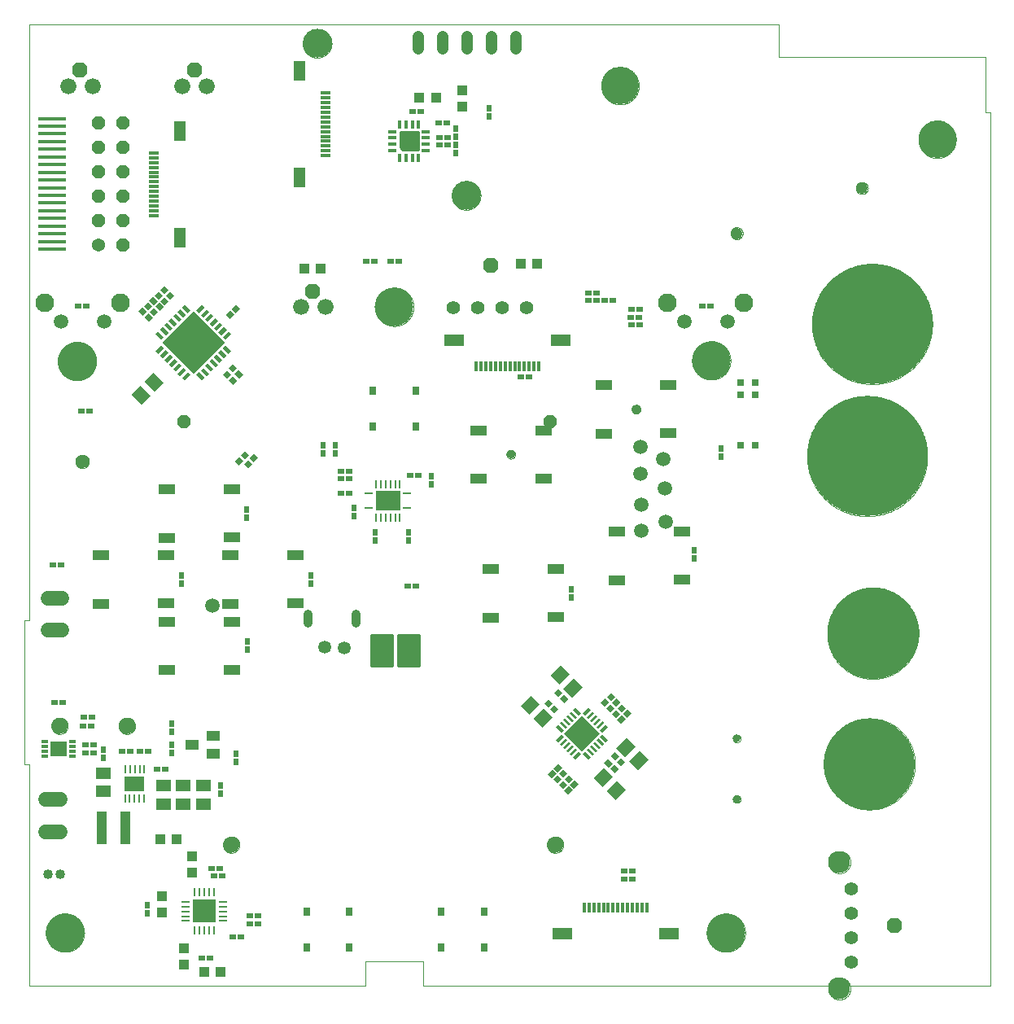
<source format=gts>
G75*
%MOIN*%
%OFA0B0*%
%FSLAX25Y25*%
%IPPOS*%
%LPD*%
%AMOC8*
5,1,8,0,0,1.08239X$1,22.5*
%
%ADD10C,0.00000*%
%ADD11C,0.15748*%
%ADD12C,0.06693*%
%ADD13C,0.03543*%
%ADD14C,0.37402*%
%ADD15C,0.49213*%
%ADD16C,0.15354*%
%ADD17C,0.04921*%
%ADD18C,0.11811*%
%ADD19OC8,0.05400*%
%ADD20C,0.05906*%
%ADD21C,0.05315*%
%ADD22C,0.03562*%
%ADD23C,0.00984*%
%ADD24R,0.06890X0.04331*%
%ADD25R,0.02756X0.03543*%
%ADD26C,0.05512*%
%ADD27R,0.01102X0.03248*%
%ADD28R,0.08465X0.06299*%
%ADD29R,0.03937X0.13386*%
%ADD30R,0.02362X0.02520*%
%ADD31R,0.05906X0.05118*%
%ADD32R,0.02520X0.02362*%
%ADD33R,0.03937X0.04331*%
%ADD34R,0.01102X0.03346*%
%ADD35R,0.03346X0.01102*%
%ADD36R,0.09449X0.09449*%
%ADD37C,0.07677*%
%ADD38C,0.04000*%
%ADD39C,0.05906*%
%ADD40R,0.05512X0.03937*%
%ADD41C,0.01000*%
%ADD42R,0.01575X0.03346*%
%ADD43R,0.03346X0.01575*%
%ADD44R,0.04331X0.03937*%
%ADD45R,0.05118X0.05906*%
%ADD46R,0.10236X0.10236*%
%ADD47R,0.18110X0.18110*%
%ADD48R,0.03150X0.03150*%
%ADD49R,0.09843X0.07874*%
%ADD50OC8,0.06300*%
%ADD51C,0.09055*%
%ADD52C,0.04800*%
%ADD53R,0.01181X0.03937*%
%ADD54R,0.07874X0.05118*%
%ADD55R,0.03937X0.01181*%
%ADD56R,0.05118X0.07874*%
%ADD57R,0.11811X0.01575*%
%ADD58C,0.05400*%
%ADD59R,0.06890X0.06417*%
%ADD60R,0.02756X0.01181*%
%ADD61C,0.06600*%
%ADD62C,0.05600*%
%ADD63C,0.03150*%
D10*
X0011407Y0006748D02*
X0011407Y0097299D01*
X0009439Y0097299D01*
X0009439Y0156354D01*
X0011407Y0156354D01*
X0011407Y0400449D01*
X0318494Y0400449D01*
X0318494Y0387063D01*
X0403140Y0387063D01*
X0403140Y0364425D01*
X0405108Y0364425D01*
X0405108Y0006748D01*
X0172825Y0006748D01*
X0172825Y0016787D01*
X0149203Y0016787D01*
X0149203Y0006748D01*
X0011407Y0006748D01*
X0018297Y0028402D02*
X0018299Y0028595D01*
X0018306Y0028788D01*
X0018318Y0028981D01*
X0018335Y0029174D01*
X0018356Y0029366D01*
X0018382Y0029557D01*
X0018413Y0029748D01*
X0018448Y0029938D01*
X0018488Y0030127D01*
X0018533Y0030315D01*
X0018582Y0030502D01*
X0018636Y0030688D01*
X0018694Y0030872D01*
X0018757Y0031055D01*
X0018825Y0031236D01*
X0018896Y0031415D01*
X0018973Y0031593D01*
X0019053Y0031769D01*
X0019138Y0031942D01*
X0019227Y0032114D01*
X0019320Y0032283D01*
X0019417Y0032450D01*
X0019519Y0032615D01*
X0019624Y0032777D01*
X0019733Y0032936D01*
X0019847Y0033093D01*
X0019964Y0033246D01*
X0020084Y0033397D01*
X0020209Y0033545D01*
X0020337Y0033690D01*
X0020468Y0033831D01*
X0020603Y0033970D01*
X0020742Y0034105D01*
X0020883Y0034236D01*
X0021028Y0034364D01*
X0021176Y0034489D01*
X0021327Y0034609D01*
X0021480Y0034726D01*
X0021637Y0034840D01*
X0021796Y0034949D01*
X0021958Y0035054D01*
X0022123Y0035156D01*
X0022290Y0035253D01*
X0022459Y0035346D01*
X0022631Y0035435D01*
X0022804Y0035520D01*
X0022980Y0035600D01*
X0023158Y0035677D01*
X0023337Y0035748D01*
X0023518Y0035816D01*
X0023701Y0035879D01*
X0023885Y0035937D01*
X0024071Y0035991D01*
X0024258Y0036040D01*
X0024446Y0036085D01*
X0024635Y0036125D01*
X0024825Y0036160D01*
X0025016Y0036191D01*
X0025207Y0036217D01*
X0025399Y0036238D01*
X0025592Y0036255D01*
X0025785Y0036267D01*
X0025978Y0036274D01*
X0026171Y0036276D01*
X0026364Y0036274D01*
X0026557Y0036267D01*
X0026750Y0036255D01*
X0026943Y0036238D01*
X0027135Y0036217D01*
X0027326Y0036191D01*
X0027517Y0036160D01*
X0027707Y0036125D01*
X0027896Y0036085D01*
X0028084Y0036040D01*
X0028271Y0035991D01*
X0028457Y0035937D01*
X0028641Y0035879D01*
X0028824Y0035816D01*
X0029005Y0035748D01*
X0029184Y0035677D01*
X0029362Y0035600D01*
X0029538Y0035520D01*
X0029711Y0035435D01*
X0029883Y0035346D01*
X0030052Y0035253D01*
X0030219Y0035156D01*
X0030384Y0035054D01*
X0030546Y0034949D01*
X0030705Y0034840D01*
X0030862Y0034726D01*
X0031015Y0034609D01*
X0031166Y0034489D01*
X0031314Y0034364D01*
X0031459Y0034236D01*
X0031600Y0034105D01*
X0031739Y0033970D01*
X0031874Y0033831D01*
X0032005Y0033690D01*
X0032133Y0033545D01*
X0032258Y0033397D01*
X0032378Y0033246D01*
X0032495Y0033093D01*
X0032609Y0032936D01*
X0032718Y0032777D01*
X0032823Y0032615D01*
X0032925Y0032450D01*
X0033022Y0032283D01*
X0033115Y0032114D01*
X0033204Y0031942D01*
X0033289Y0031769D01*
X0033369Y0031593D01*
X0033446Y0031415D01*
X0033517Y0031236D01*
X0033585Y0031055D01*
X0033648Y0030872D01*
X0033706Y0030688D01*
X0033760Y0030502D01*
X0033809Y0030315D01*
X0033854Y0030127D01*
X0033894Y0029938D01*
X0033929Y0029748D01*
X0033960Y0029557D01*
X0033986Y0029366D01*
X0034007Y0029174D01*
X0034024Y0028981D01*
X0034036Y0028788D01*
X0034043Y0028595D01*
X0034045Y0028402D01*
X0034043Y0028209D01*
X0034036Y0028016D01*
X0034024Y0027823D01*
X0034007Y0027630D01*
X0033986Y0027438D01*
X0033960Y0027247D01*
X0033929Y0027056D01*
X0033894Y0026866D01*
X0033854Y0026677D01*
X0033809Y0026489D01*
X0033760Y0026302D01*
X0033706Y0026116D01*
X0033648Y0025932D01*
X0033585Y0025749D01*
X0033517Y0025568D01*
X0033446Y0025389D01*
X0033369Y0025211D01*
X0033289Y0025035D01*
X0033204Y0024862D01*
X0033115Y0024690D01*
X0033022Y0024521D01*
X0032925Y0024354D01*
X0032823Y0024189D01*
X0032718Y0024027D01*
X0032609Y0023868D01*
X0032495Y0023711D01*
X0032378Y0023558D01*
X0032258Y0023407D01*
X0032133Y0023259D01*
X0032005Y0023114D01*
X0031874Y0022973D01*
X0031739Y0022834D01*
X0031600Y0022699D01*
X0031459Y0022568D01*
X0031314Y0022440D01*
X0031166Y0022315D01*
X0031015Y0022195D01*
X0030862Y0022078D01*
X0030705Y0021964D01*
X0030546Y0021855D01*
X0030384Y0021750D01*
X0030219Y0021648D01*
X0030052Y0021551D01*
X0029883Y0021458D01*
X0029711Y0021369D01*
X0029538Y0021284D01*
X0029362Y0021204D01*
X0029184Y0021127D01*
X0029005Y0021056D01*
X0028824Y0020988D01*
X0028641Y0020925D01*
X0028457Y0020867D01*
X0028271Y0020813D01*
X0028084Y0020764D01*
X0027896Y0020719D01*
X0027707Y0020679D01*
X0027517Y0020644D01*
X0027326Y0020613D01*
X0027135Y0020587D01*
X0026943Y0020566D01*
X0026750Y0020549D01*
X0026557Y0020537D01*
X0026364Y0020530D01*
X0026171Y0020528D01*
X0025978Y0020530D01*
X0025785Y0020537D01*
X0025592Y0020549D01*
X0025399Y0020566D01*
X0025207Y0020587D01*
X0025016Y0020613D01*
X0024825Y0020644D01*
X0024635Y0020679D01*
X0024446Y0020719D01*
X0024258Y0020764D01*
X0024071Y0020813D01*
X0023885Y0020867D01*
X0023701Y0020925D01*
X0023518Y0020988D01*
X0023337Y0021056D01*
X0023158Y0021127D01*
X0022980Y0021204D01*
X0022804Y0021284D01*
X0022631Y0021369D01*
X0022459Y0021458D01*
X0022290Y0021551D01*
X0022123Y0021648D01*
X0021958Y0021750D01*
X0021796Y0021855D01*
X0021637Y0021964D01*
X0021480Y0022078D01*
X0021327Y0022195D01*
X0021176Y0022315D01*
X0021028Y0022440D01*
X0020883Y0022568D01*
X0020742Y0022699D01*
X0020603Y0022834D01*
X0020468Y0022973D01*
X0020337Y0023114D01*
X0020209Y0023259D01*
X0020084Y0023407D01*
X0019964Y0023558D01*
X0019847Y0023711D01*
X0019733Y0023868D01*
X0019624Y0024027D01*
X0019519Y0024189D01*
X0019417Y0024354D01*
X0019320Y0024521D01*
X0019227Y0024690D01*
X0019138Y0024862D01*
X0019053Y0025035D01*
X0018973Y0025211D01*
X0018896Y0025389D01*
X0018825Y0025568D01*
X0018757Y0025749D01*
X0018694Y0025932D01*
X0018636Y0026116D01*
X0018582Y0026302D01*
X0018533Y0026489D01*
X0018488Y0026677D01*
X0018448Y0026866D01*
X0018413Y0027056D01*
X0018382Y0027247D01*
X0018356Y0027438D01*
X0018335Y0027630D01*
X0018318Y0027823D01*
X0018306Y0028016D01*
X0018299Y0028209D01*
X0018297Y0028402D01*
X0090935Y0064425D02*
X0090937Y0064540D01*
X0090943Y0064656D01*
X0090953Y0064771D01*
X0090967Y0064886D01*
X0090985Y0065000D01*
X0091007Y0065113D01*
X0091032Y0065226D01*
X0091062Y0065337D01*
X0091095Y0065448D01*
X0091132Y0065557D01*
X0091173Y0065665D01*
X0091218Y0065772D01*
X0091266Y0065877D01*
X0091318Y0065980D01*
X0091374Y0066081D01*
X0091433Y0066181D01*
X0091495Y0066278D01*
X0091561Y0066373D01*
X0091629Y0066466D01*
X0091701Y0066556D01*
X0091776Y0066644D01*
X0091855Y0066729D01*
X0091936Y0066811D01*
X0092019Y0066891D01*
X0092106Y0066967D01*
X0092195Y0067041D01*
X0092286Y0067111D01*
X0092380Y0067179D01*
X0092476Y0067243D01*
X0092575Y0067303D01*
X0092675Y0067360D01*
X0092777Y0067414D01*
X0092881Y0067464D01*
X0092987Y0067511D01*
X0093094Y0067554D01*
X0093203Y0067593D01*
X0093313Y0067628D01*
X0093424Y0067659D01*
X0093536Y0067687D01*
X0093649Y0067711D01*
X0093763Y0067731D01*
X0093878Y0067747D01*
X0093993Y0067759D01*
X0094108Y0067767D01*
X0094223Y0067771D01*
X0094339Y0067771D01*
X0094454Y0067767D01*
X0094569Y0067759D01*
X0094684Y0067747D01*
X0094799Y0067731D01*
X0094913Y0067711D01*
X0095026Y0067687D01*
X0095138Y0067659D01*
X0095249Y0067628D01*
X0095359Y0067593D01*
X0095468Y0067554D01*
X0095575Y0067511D01*
X0095681Y0067464D01*
X0095785Y0067414D01*
X0095887Y0067360D01*
X0095987Y0067303D01*
X0096086Y0067243D01*
X0096182Y0067179D01*
X0096276Y0067111D01*
X0096367Y0067041D01*
X0096456Y0066967D01*
X0096543Y0066891D01*
X0096626Y0066811D01*
X0096707Y0066729D01*
X0096786Y0066644D01*
X0096861Y0066556D01*
X0096933Y0066466D01*
X0097001Y0066373D01*
X0097067Y0066278D01*
X0097129Y0066181D01*
X0097188Y0066081D01*
X0097244Y0065980D01*
X0097296Y0065877D01*
X0097344Y0065772D01*
X0097389Y0065665D01*
X0097430Y0065557D01*
X0097467Y0065448D01*
X0097500Y0065337D01*
X0097530Y0065226D01*
X0097555Y0065113D01*
X0097577Y0065000D01*
X0097595Y0064886D01*
X0097609Y0064771D01*
X0097619Y0064656D01*
X0097625Y0064540D01*
X0097627Y0064425D01*
X0097625Y0064310D01*
X0097619Y0064194D01*
X0097609Y0064079D01*
X0097595Y0063964D01*
X0097577Y0063850D01*
X0097555Y0063737D01*
X0097530Y0063624D01*
X0097500Y0063513D01*
X0097467Y0063402D01*
X0097430Y0063293D01*
X0097389Y0063185D01*
X0097344Y0063078D01*
X0097296Y0062973D01*
X0097244Y0062870D01*
X0097188Y0062769D01*
X0097129Y0062669D01*
X0097067Y0062572D01*
X0097001Y0062477D01*
X0096933Y0062384D01*
X0096861Y0062294D01*
X0096786Y0062206D01*
X0096707Y0062121D01*
X0096626Y0062039D01*
X0096543Y0061959D01*
X0096456Y0061883D01*
X0096367Y0061809D01*
X0096276Y0061739D01*
X0096182Y0061671D01*
X0096086Y0061607D01*
X0095987Y0061547D01*
X0095887Y0061490D01*
X0095785Y0061436D01*
X0095681Y0061386D01*
X0095575Y0061339D01*
X0095468Y0061296D01*
X0095359Y0061257D01*
X0095249Y0061222D01*
X0095138Y0061191D01*
X0095026Y0061163D01*
X0094913Y0061139D01*
X0094799Y0061119D01*
X0094684Y0061103D01*
X0094569Y0061091D01*
X0094454Y0061083D01*
X0094339Y0061079D01*
X0094223Y0061079D01*
X0094108Y0061083D01*
X0093993Y0061091D01*
X0093878Y0061103D01*
X0093763Y0061119D01*
X0093649Y0061139D01*
X0093536Y0061163D01*
X0093424Y0061191D01*
X0093313Y0061222D01*
X0093203Y0061257D01*
X0093094Y0061296D01*
X0092987Y0061339D01*
X0092881Y0061386D01*
X0092777Y0061436D01*
X0092675Y0061490D01*
X0092575Y0061547D01*
X0092476Y0061607D01*
X0092380Y0061671D01*
X0092286Y0061739D01*
X0092195Y0061809D01*
X0092106Y0061883D01*
X0092019Y0061959D01*
X0091936Y0062039D01*
X0091855Y0062121D01*
X0091776Y0062206D01*
X0091701Y0062294D01*
X0091629Y0062384D01*
X0091561Y0062477D01*
X0091495Y0062572D01*
X0091433Y0062669D01*
X0091374Y0062769D01*
X0091318Y0062870D01*
X0091266Y0062973D01*
X0091218Y0063078D01*
X0091173Y0063185D01*
X0091132Y0063293D01*
X0091095Y0063402D01*
X0091062Y0063513D01*
X0091032Y0063624D01*
X0091007Y0063737D01*
X0090985Y0063850D01*
X0090967Y0063964D01*
X0090953Y0064079D01*
X0090943Y0064194D01*
X0090937Y0064310D01*
X0090935Y0064425D01*
X0048180Y0113126D02*
X0048182Y0113241D01*
X0048188Y0113357D01*
X0048198Y0113472D01*
X0048212Y0113587D01*
X0048230Y0113701D01*
X0048252Y0113814D01*
X0048277Y0113927D01*
X0048307Y0114038D01*
X0048340Y0114149D01*
X0048377Y0114258D01*
X0048418Y0114366D01*
X0048463Y0114473D01*
X0048511Y0114578D01*
X0048563Y0114681D01*
X0048619Y0114782D01*
X0048678Y0114882D01*
X0048740Y0114979D01*
X0048806Y0115074D01*
X0048874Y0115167D01*
X0048946Y0115257D01*
X0049021Y0115345D01*
X0049100Y0115430D01*
X0049181Y0115512D01*
X0049264Y0115592D01*
X0049351Y0115668D01*
X0049440Y0115742D01*
X0049531Y0115812D01*
X0049625Y0115880D01*
X0049721Y0115944D01*
X0049820Y0116004D01*
X0049920Y0116061D01*
X0050022Y0116115D01*
X0050126Y0116165D01*
X0050232Y0116212D01*
X0050339Y0116255D01*
X0050448Y0116294D01*
X0050558Y0116329D01*
X0050669Y0116360D01*
X0050781Y0116388D01*
X0050894Y0116412D01*
X0051008Y0116432D01*
X0051123Y0116448D01*
X0051238Y0116460D01*
X0051353Y0116468D01*
X0051468Y0116472D01*
X0051584Y0116472D01*
X0051699Y0116468D01*
X0051814Y0116460D01*
X0051929Y0116448D01*
X0052044Y0116432D01*
X0052158Y0116412D01*
X0052271Y0116388D01*
X0052383Y0116360D01*
X0052494Y0116329D01*
X0052604Y0116294D01*
X0052713Y0116255D01*
X0052820Y0116212D01*
X0052926Y0116165D01*
X0053030Y0116115D01*
X0053132Y0116061D01*
X0053232Y0116004D01*
X0053331Y0115944D01*
X0053427Y0115880D01*
X0053521Y0115812D01*
X0053612Y0115742D01*
X0053701Y0115668D01*
X0053788Y0115592D01*
X0053871Y0115512D01*
X0053952Y0115430D01*
X0054031Y0115345D01*
X0054106Y0115257D01*
X0054178Y0115167D01*
X0054246Y0115074D01*
X0054312Y0114979D01*
X0054374Y0114882D01*
X0054433Y0114782D01*
X0054489Y0114681D01*
X0054541Y0114578D01*
X0054589Y0114473D01*
X0054634Y0114366D01*
X0054675Y0114258D01*
X0054712Y0114149D01*
X0054745Y0114038D01*
X0054775Y0113927D01*
X0054800Y0113814D01*
X0054822Y0113701D01*
X0054840Y0113587D01*
X0054854Y0113472D01*
X0054864Y0113357D01*
X0054870Y0113241D01*
X0054872Y0113126D01*
X0054870Y0113011D01*
X0054864Y0112895D01*
X0054854Y0112780D01*
X0054840Y0112665D01*
X0054822Y0112551D01*
X0054800Y0112438D01*
X0054775Y0112325D01*
X0054745Y0112214D01*
X0054712Y0112103D01*
X0054675Y0111994D01*
X0054634Y0111886D01*
X0054589Y0111779D01*
X0054541Y0111674D01*
X0054489Y0111571D01*
X0054433Y0111470D01*
X0054374Y0111370D01*
X0054312Y0111273D01*
X0054246Y0111178D01*
X0054178Y0111085D01*
X0054106Y0110995D01*
X0054031Y0110907D01*
X0053952Y0110822D01*
X0053871Y0110740D01*
X0053788Y0110660D01*
X0053701Y0110584D01*
X0053612Y0110510D01*
X0053521Y0110440D01*
X0053427Y0110372D01*
X0053331Y0110308D01*
X0053232Y0110248D01*
X0053132Y0110191D01*
X0053030Y0110137D01*
X0052926Y0110087D01*
X0052820Y0110040D01*
X0052713Y0109997D01*
X0052604Y0109958D01*
X0052494Y0109923D01*
X0052383Y0109892D01*
X0052271Y0109864D01*
X0052158Y0109840D01*
X0052044Y0109820D01*
X0051929Y0109804D01*
X0051814Y0109792D01*
X0051699Y0109784D01*
X0051584Y0109780D01*
X0051468Y0109780D01*
X0051353Y0109784D01*
X0051238Y0109792D01*
X0051123Y0109804D01*
X0051008Y0109820D01*
X0050894Y0109840D01*
X0050781Y0109864D01*
X0050669Y0109892D01*
X0050558Y0109923D01*
X0050448Y0109958D01*
X0050339Y0109997D01*
X0050232Y0110040D01*
X0050126Y0110087D01*
X0050022Y0110137D01*
X0049920Y0110191D01*
X0049820Y0110248D01*
X0049721Y0110308D01*
X0049625Y0110372D01*
X0049531Y0110440D01*
X0049440Y0110510D01*
X0049351Y0110584D01*
X0049264Y0110660D01*
X0049181Y0110740D01*
X0049100Y0110822D01*
X0049021Y0110907D01*
X0048946Y0110995D01*
X0048874Y0111085D01*
X0048806Y0111178D01*
X0048740Y0111273D01*
X0048678Y0111370D01*
X0048619Y0111470D01*
X0048563Y0111571D01*
X0048511Y0111674D01*
X0048463Y0111779D01*
X0048418Y0111886D01*
X0048377Y0111994D01*
X0048340Y0112103D01*
X0048307Y0112214D01*
X0048277Y0112325D01*
X0048252Y0112438D01*
X0048230Y0112551D01*
X0048212Y0112665D01*
X0048198Y0112780D01*
X0048188Y0112895D01*
X0048182Y0113011D01*
X0048180Y0113126D01*
X0020621Y0113126D02*
X0020623Y0113241D01*
X0020629Y0113357D01*
X0020639Y0113472D01*
X0020653Y0113587D01*
X0020671Y0113701D01*
X0020693Y0113814D01*
X0020718Y0113927D01*
X0020748Y0114038D01*
X0020781Y0114149D01*
X0020818Y0114258D01*
X0020859Y0114366D01*
X0020904Y0114473D01*
X0020952Y0114578D01*
X0021004Y0114681D01*
X0021060Y0114782D01*
X0021119Y0114882D01*
X0021181Y0114979D01*
X0021247Y0115074D01*
X0021315Y0115167D01*
X0021387Y0115257D01*
X0021462Y0115345D01*
X0021541Y0115430D01*
X0021622Y0115512D01*
X0021705Y0115592D01*
X0021792Y0115668D01*
X0021881Y0115742D01*
X0021972Y0115812D01*
X0022066Y0115880D01*
X0022162Y0115944D01*
X0022261Y0116004D01*
X0022361Y0116061D01*
X0022463Y0116115D01*
X0022567Y0116165D01*
X0022673Y0116212D01*
X0022780Y0116255D01*
X0022889Y0116294D01*
X0022999Y0116329D01*
X0023110Y0116360D01*
X0023222Y0116388D01*
X0023335Y0116412D01*
X0023449Y0116432D01*
X0023564Y0116448D01*
X0023679Y0116460D01*
X0023794Y0116468D01*
X0023909Y0116472D01*
X0024025Y0116472D01*
X0024140Y0116468D01*
X0024255Y0116460D01*
X0024370Y0116448D01*
X0024485Y0116432D01*
X0024599Y0116412D01*
X0024712Y0116388D01*
X0024824Y0116360D01*
X0024935Y0116329D01*
X0025045Y0116294D01*
X0025154Y0116255D01*
X0025261Y0116212D01*
X0025367Y0116165D01*
X0025471Y0116115D01*
X0025573Y0116061D01*
X0025673Y0116004D01*
X0025772Y0115944D01*
X0025868Y0115880D01*
X0025962Y0115812D01*
X0026053Y0115742D01*
X0026142Y0115668D01*
X0026229Y0115592D01*
X0026312Y0115512D01*
X0026393Y0115430D01*
X0026472Y0115345D01*
X0026547Y0115257D01*
X0026619Y0115167D01*
X0026687Y0115074D01*
X0026753Y0114979D01*
X0026815Y0114882D01*
X0026874Y0114782D01*
X0026930Y0114681D01*
X0026982Y0114578D01*
X0027030Y0114473D01*
X0027075Y0114366D01*
X0027116Y0114258D01*
X0027153Y0114149D01*
X0027186Y0114038D01*
X0027216Y0113927D01*
X0027241Y0113814D01*
X0027263Y0113701D01*
X0027281Y0113587D01*
X0027295Y0113472D01*
X0027305Y0113357D01*
X0027311Y0113241D01*
X0027313Y0113126D01*
X0027311Y0113011D01*
X0027305Y0112895D01*
X0027295Y0112780D01*
X0027281Y0112665D01*
X0027263Y0112551D01*
X0027241Y0112438D01*
X0027216Y0112325D01*
X0027186Y0112214D01*
X0027153Y0112103D01*
X0027116Y0111994D01*
X0027075Y0111886D01*
X0027030Y0111779D01*
X0026982Y0111674D01*
X0026930Y0111571D01*
X0026874Y0111470D01*
X0026815Y0111370D01*
X0026753Y0111273D01*
X0026687Y0111178D01*
X0026619Y0111085D01*
X0026547Y0110995D01*
X0026472Y0110907D01*
X0026393Y0110822D01*
X0026312Y0110740D01*
X0026229Y0110660D01*
X0026142Y0110584D01*
X0026053Y0110510D01*
X0025962Y0110440D01*
X0025868Y0110372D01*
X0025772Y0110308D01*
X0025673Y0110248D01*
X0025573Y0110191D01*
X0025471Y0110137D01*
X0025367Y0110087D01*
X0025261Y0110040D01*
X0025154Y0109997D01*
X0025045Y0109958D01*
X0024935Y0109923D01*
X0024824Y0109892D01*
X0024712Y0109864D01*
X0024599Y0109840D01*
X0024485Y0109820D01*
X0024370Y0109804D01*
X0024255Y0109792D01*
X0024140Y0109784D01*
X0024025Y0109780D01*
X0023909Y0109780D01*
X0023794Y0109784D01*
X0023679Y0109792D01*
X0023564Y0109804D01*
X0023449Y0109820D01*
X0023335Y0109840D01*
X0023222Y0109864D01*
X0023110Y0109892D01*
X0022999Y0109923D01*
X0022889Y0109958D01*
X0022780Y0109997D01*
X0022673Y0110040D01*
X0022567Y0110087D01*
X0022463Y0110137D01*
X0022361Y0110191D01*
X0022261Y0110248D01*
X0022162Y0110308D01*
X0022066Y0110372D01*
X0021972Y0110440D01*
X0021881Y0110510D01*
X0021792Y0110584D01*
X0021705Y0110660D01*
X0021622Y0110740D01*
X0021541Y0110822D01*
X0021462Y0110907D01*
X0021387Y0110995D01*
X0021315Y0111085D01*
X0021247Y0111178D01*
X0021181Y0111273D01*
X0021119Y0111370D01*
X0021060Y0111470D01*
X0021004Y0111571D01*
X0020952Y0111674D01*
X0020904Y0111779D01*
X0020859Y0111886D01*
X0020818Y0111994D01*
X0020781Y0112103D01*
X0020748Y0112214D01*
X0020718Y0112325D01*
X0020693Y0112438D01*
X0020671Y0112551D01*
X0020653Y0112665D01*
X0020639Y0112780D01*
X0020629Y0112895D01*
X0020623Y0113011D01*
X0020621Y0113126D01*
X0030463Y0221354D02*
X0030465Y0221459D01*
X0030471Y0221564D01*
X0030481Y0221668D01*
X0030495Y0221772D01*
X0030513Y0221876D01*
X0030535Y0221978D01*
X0030560Y0222080D01*
X0030590Y0222181D01*
X0030623Y0222280D01*
X0030660Y0222378D01*
X0030701Y0222475D01*
X0030746Y0222570D01*
X0030794Y0222663D01*
X0030845Y0222755D01*
X0030901Y0222844D01*
X0030959Y0222931D01*
X0031021Y0223016D01*
X0031085Y0223099D01*
X0031153Y0223179D01*
X0031224Y0223256D01*
X0031298Y0223330D01*
X0031375Y0223402D01*
X0031454Y0223471D01*
X0031536Y0223536D01*
X0031620Y0223599D01*
X0031707Y0223658D01*
X0031796Y0223714D01*
X0031887Y0223767D01*
X0031980Y0223816D01*
X0032074Y0223861D01*
X0032170Y0223903D01*
X0032268Y0223941D01*
X0032367Y0223975D01*
X0032468Y0224006D01*
X0032569Y0224032D01*
X0032672Y0224055D01*
X0032775Y0224074D01*
X0032879Y0224089D01*
X0032983Y0224100D01*
X0033088Y0224107D01*
X0033193Y0224110D01*
X0033298Y0224109D01*
X0033403Y0224104D01*
X0033507Y0224095D01*
X0033611Y0224082D01*
X0033715Y0224065D01*
X0033818Y0224044D01*
X0033920Y0224019D01*
X0034021Y0223991D01*
X0034120Y0223958D01*
X0034219Y0223922D01*
X0034316Y0223882D01*
X0034411Y0223839D01*
X0034505Y0223791D01*
X0034597Y0223741D01*
X0034687Y0223687D01*
X0034775Y0223629D01*
X0034860Y0223568D01*
X0034943Y0223504D01*
X0035024Y0223437D01*
X0035102Y0223367D01*
X0035177Y0223293D01*
X0035249Y0223218D01*
X0035319Y0223139D01*
X0035385Y0223058D01*
X0035449Y0222974D01*
X0035509Y0222888D01*
X0035565Y0222800D01*
X0035619Y0222709D01*
X0035669Y0222617D01*
X0035715Y0222523D01*
X0035758Y0222427D01*
X0035797Y0222329D01*
X0035832Y0222231D01*
X0035863Y0222130D01*
X0035891Y0222029D01*
X0035915Y0221927D01*
X0035935Y0221824D01*
X0035951Y0221720D01*
X0035963Y0221616D01*
X0035971Y0221511D01*
X0035975Y0221406D01*
X0035975Y0221302D01*
X0035971Y0221197D01*
X0035963Y0221092D01*
X0035951Y0220988D01*
X0035935Y0220884D01*
X0035915Y0220781D01*
X0035891Y0220679D01*
X0035863Y0220578D01*
X0035832Y0220477D01*
X0035797Y0220379D01*
X0035758Y0220281D01*
X0035715Y0220185D01*
X0035669Y0220091D01*
X0035619Y0219999D01*
X0035565Y0219908D01*
X0035509Y0219820D01*
X0035449Y0219734D01*
X0035385Y0219650D01*
X0035319Y0219569D01*
X0035249Y0219490D01*
X0035177Y0219415D01*
X0035102Y0219341D01*
X0035024Y0219271D01*
X0034943Y0219204D01*
X0034860Y0219140D01*
X0034775Y0219079D01*
X0034687Y0219021D01*
X0034597Y0218967D01*
X0034505Y0218917D01*
X0034411Y0218869D01*
X0034316Y0218826D01*
X0034219Y0218786D01*
X0034120Y0218750D01*
X0034021Y0218717D01*
X0033920Y0218689D01*
X0033818Y0218664D01*
X0033715Y0218643D01*
X0033611Y0218626D01*
X0033507Y0218613D01*
X0033403Y0218604D01*
X0033298Y0218599D01*
X0033193Y0218598D01*
X0033088Y0218601D01*
X0032983Y0218608D01*
X0032879Y0218619D01*
X0032775Y0218634D01*
X0032672Y0218653D01*
X0032569Y0218676D01*
X0032468Y0218702D01*
X0032367Y0218733D01*
X0032268Y0218767D01*
X0032170Y0218805D01*
X0032074Y0218847D01*
X0031980Y0218892D01*
X0031887Y0218941D01*
X0031796Y0218994D01*
X0031707Y0219050D01*
X0031620Y0219109D01*
X0031536Y0219172D01*
X0031454Y0219237D01*
X0031375Y0219306D01*
X0031298Y0219378D01*
X0031224Y0219452D01*
X0031153Y0219529D01*
X0031085Y0219609D01*
X0031021Y0219692D01*
X0030959Y0219777D01*
X0030901Y0219864D01*
X0030845Y0219953D01*
X0030794Y0220045D01*
X0030746Y0220138D01*
X0030701Y0220233D01*
X0030660Y0220330D01*
X0030623Y0220428D01*
X0030590Y0220527D01*
X0030560Y0220628D01*
X0030535Y0220730D01*
X0030513Y0220832D01*
X0030495Y0220936D01*
X0030481Y0221040D01*
X0030471Y0221144D01*
X0030465Y0221249D01*
X0030463Y0221354D01*
X0023219Y0262457D02*
X0023221Y0262650D01*
X0023228Y0262843D01*
X0023240Y0263036D01*
X0023257Y0263229D01*
X0023278Y0263421D01*
X0023304Y0263612D01*
X0023335Y0263803D01*
X0023370Y0263993D01*
X0023410Y0264182D01*
X0023455Y0264370D01*
X0023504Y0264557D01*
X0023558Y0264743D01*
X0023616Y0264927D01*
X0023679Y0265110D01*
X0023747Y0265291D01*
X0023818Y0265470D01*
X0023895Y0265648D01*
X0023975Y0265824D01*
X0024060Y0265997D01*
X0024149Y0266169D01*
X0024242Y0266338D01*
X0024339Y0266505D01*
X0024441Y0266670D01*
X0024546Y0266832D01*
X0024655Y0266991D01*
X0024769Y0267148D01*
X0024886Y0267301D01*
X0025006Y0267452D01*
X0025131Y0267600D01*
X0025259Y0267745D01*
X0025390Y0267886D01*
X0025525Y0268025D01*
X0025664Y0268160D01*
X0025805Y0268291D01*
X0025950Y0268419D01*
X0026098Y0268544D01*
X0026249Y0268664D01*
X0026402Y0268781D01*
X0026559Y0268895D01*
X0026718Y0269004D01*
X0026880Y0269109D01*
X0027045Y0269211D01*
X0027212Y0269308D01*
X0027381Y0269401D01*
X0027553Y0269490D01*
X0027726Y0269575D01*
X0027902Y0269655D01*
X0028080Y0269732D01*
X0028259Y0269803D01*
X0028440Y0269871D01*
X0028623Y0269934D01*
X0028807Y0269992D01*
X0028993Y0270046D01*
X0029180Y0270095D01*
X0029368Y0270140D01*
X0029557Y0270180D01*
X0029747Y0270215D01*
X0029938Y0270246D01*
X0030129Y0270272D01*
X0030321Y0270293D01*
X0030514Y0270310D01*
X0030707Y0270322D01*
X0030900Y0270329D01*
X0031093Y0270331D01*
X0031286Y0270329D01*
X0031479Y0270322D01*
X0031672Y0270310D01*
X0031865Y0270293D01*
X0032057Y0270272D01*
X0032248Y0270246D01*
X0032439Y0270215D01*
X0032629Y0270180D01*
X0032818Y0270140D01*
X0033006Y0270095D01*
X0033193Y0270046D01*
X0033379Y0269992D01*
X0033563Y0269934D01*
X0033746Y0269871D01*
X0033927Y0269803D01*
X0034106Y0269732D01*
X0034284Y0269655D01*
X0034460Y0269575D01*
X0034633Y0269490D01*
X0034805Y0269401D01*
X0034974Y0269308D01*
X0035141Y0269211D01*
X0035306Y0269109D01*
X0035468Y0269004D01*
X0035627Y0268895D01*
X0035784Y0268781D01*
X0035937Y0268664D01*
X0036088Y0268544D01*
X0036236Y0268419D01*
X0036381Y0268291D01*
X0036522Y0268160D01*
X0036661Y0268025D01*
X0036796Y0267886D01*
X0036927Y0267745D01*
X0037055Y0267600D01*
X0037180Y0267452D01*
X0037300Y0267301D01*
X0037417Y0267148D01*
X0037531Y0266991D01*
X0037640Y0266832D01*
X0037745Y0266670D01*
X0037847Y0266505D01*
X0037944Y0266338D01*
X0038037Y0266169D01*
X0038126Y0265997D01*
X0038211Y0265824D01*
X0038291Y0265648D01*
X0038368Y0265470D01*
X0038439Y0265291D01*
X0038507Y0265110D01*
X0038570Y0264927D01*
X0038628Y0264743D01*
X0038682Y0264557D01*
X0038731Y0264370D01*
X0038776Y0264182D01*
X0038816Y0263993D01*
X0038851Y0263803D01*
X0038882Y0263612D01*
X0038908Y0263421D01*
X0038929Y0263229D01*
X0038946Y0263036D01*
X0038958Y0262843D01*
X0038965Y0262650D01*
X0038967Y0262457D01*
X0038965Y0262264D01*
X0038958Y0262071D01*
X0038946Y0261878D01*
X0038929Y0261685D01*
X0038908Y0261493D01*
X0038882Y0261302D01*
X0038851Y0261111D01*
X0038816Y0260921D01*
X0038776Y0260732D01*
X0038731Y0260544D01*
X0038682Y0260357D01*
X0038628Y0260171D01*
X0038570Y0259987D01*
X0038507Y0259804D01*
X0038439Y0259623D01*
X0038368Y0259444D01*
X0038291Y0259266D01*
X0038211Y0259090D01*
X0038126Y0258917D01*
X0038037Y0258745D01*
X0037944Y0258576D01*
X0037847Y0258409D01*
X0037745Y0258244D01*
X0037640Y0258082D01*
X0037531Y0257923D01*
X0037417Y0257766D01*
X0037300Y0257613D01*
X0037180Y0257462D01*
X0037055Y0257314D01*
X0036927Y0257169D01*
X0036796Y0257028D01*
X0036661Y0256889D01*
X0036522Y0256754D01*
X0036381Y0256623D01*
X0036236Y0256495D01*
X0036088Y0256370D01*
X0035937Y0256250D01*
X0035784Y0256133D01*
X0035627Y0256019D01*
X0035468Y0255910D01*
X0035306Y0255805D01*
X0035141Y0255703D01*
X0034974Y0255606D01*
X0034805Y0255513D01*
X0034633Y0255424D01*
X0034460Y0255339D01*
X0034284Y0255259D01*
X0034106Y0255182D01*
X0033927Y0255111D01*
X0033746Y0255043D01*
X0033563Y0254980D01*
X0033379Y0254922D01*
X0033193Y0254868D01*
X0033006Y0254819D01*
X0032818Y0254774D01*
X0032629Y0254734D01*
X0032439Y0254699D01*
X0032248Y0254668D01*
X0032057Y0254642D01*
X0031865Y0254621D01*
X0031672Y0254604D01*
X0031479Y0254592D01*
X0031286Y0254585D01*
X0031093Y0254583D01*
X0030900Y0254585D01*
X0030707Y0254592D01*
X0030514Y0254604D01*
X0030321Y0254621D01*
X0030129Y0254642D01*
X0029938Y0254668D01*
X0029747Y0254699D01*
X0029557Y0254734D01*
X0029368Y0254774D01*
X0029180Y0254819D01*
X0028993Y0254868D01*
X0028807Y0254922D01*
X0028623Y0254980D01*
X0028440Y0255043D01*
X0028259Y0255111D01*
X0028080Y0255182D01*
X0027902Y0255259D01*
X0027726Y0255339D01*
X0027553Y0255424D01*
X0027381Y0255513D01*
X0027212Y0255606D01*
X0027045Y0255703D01*
X0026880Y0255805D01*
X0026718Y0255910D01*
X0026559Y0256019D01*
X0026402Y0256133D01*
X0026249Y0256250D01*
X0026098Y0256370D01*
X0025950Y0256495D01*
X0025805Y0256623D01*
X0025664Y0256754D01*
X0025525Y0256889D01*
X0025390Y0257028D01*
X0025259Y0257169D01*
X0025131Y0257314D01*
X0025006Y0257462D01*
X0024886Y0257613D01*
X0024769Y0257766D01*
X0024655Y0257923D01*
X0024546Y0258082D01*
X0024441Y0258244D01*
X0024339Y0258409D01*
X0024242Y0258576D01*
X0024149Y0258745D01*
X0024060Y0258917D01*
X0023975Y0259090D01*
X0023895Y0259266D01*
X0023818Y0259444D01*
X0023747Y0259623D01*
X0023679Y0259804D01*
X0023616Y0259987D01*
X0023558Y0260171D01*
X0023504Y0260357D01*
X0023455Y0260544D01*
X0023410Y0260732D01*
X0023370Y0260921D01*
X0023335Y0261111D01*
X0023304Y0261302D01*
X0023278Y0261493D01*
X0023257Y0261685D01*
X0023240Y0261878D01*
X0023228Y0262071D01*
X0023221Y0262264D01*
X0023219Y0262457D01*
X0123572Y0392614D02*
X0123574Y0392767D01*
X0123580Y0392921D01*
X0123590Y0393074D01*
X0123604Y0393226D01*
X0123622Y0393379D01*
X0123644Y0393530D01*
X0123669Y0393681D01*
X0123699Y0393832D01*
X0123733Y0393982D01*
X0123770Y0394130D01*
X0123811Y0394278D01*
X0123856Y0394424D01*
X0123905Y0394570D01*
X0123958Y0394714D01*
X0124014Y0394856D01*
X0124074Y0394997D01*
X0124138Y0395137D01*
X0124205Y0395275D01*
X0124276Y0395411D01*
X0124351Y0395545D01*
X0124428Y0395677D01*
X0124510Y0395807D01*
X0124594Y0395935D01*
X0124682Y0396061D01*
X0124773Y0396184D01*
X0124867Y0396305D01*
X0124965Y0396423D01*
X0125065Y0396539D01*
X0125169Y0396652D01*
X0125275Y0396763D01*
X0125384Y0396871D01*
X0125496Y0396976D01*
X0125610Y0397077D01*
X0125728Y0397176D01*
X0125847Y0397272D01*
X0125969Y0397365D01*
X0126094Y0397454D01*
X0126221Y0397541D01*
X0126350Y0397623D01*
X0126481Y0397703D01*
X0126614Y0397779D01*
X0126749Y0397852D01*
X0126886Y0397921D01*
X0127025Y0397986D01*
X0127165Y0398048D01*
X0127307Y0398106D01*
X0127450Y0398161D01*
X0127595Y0398212D01*
X0127741Y0398259D01*
X0127888Y0398302D01*
X0128036Y0398341D01*
X0128185Y0398377D01*
X0128335Y0398408D01*
X0128486Y0398436D01*
X0128637Y0398460D01*
X0128790Y0398480D01*
X0128942Y0398496D01*
X0129095Y0398508D01*
X0129248Y0398516D01*
X0129401Y0398520D01*
X0129555Y0398520D01*
X0129708Y0398516D01*
X0129861Y0398508D01*
X0130014Y0398496D01*
X0130166Y0398480D01*
X0130319Y0398460D01*
X0130470Y0398436D01*
X0130621Y0398408D01*
X0130771Y0398377D01*
X0130920Y0398341D01*
X0131068Y0398302D01*
X0131215Y0398259D01*
X0131361Y0398212D01*
X0131506Y0398161D01*
X0131649Y0398106D01*
X0131791Y0398048D01*
X0131931Y0397986D01*
X0132070Y0397921D01*
X0132207Y0397852D01*
X0132342Y0397779D01*
X0132475Y0397703D01*
X0132606Y0397623D01*
X0132735Y0397541D01*
X0132862Y0397454D01*
X0132987Y0397365D01*
X0133109Y0397272D01*
X0133228Y0397176D01*
X0133346Y0397077D01*
X0133460Y0396976D01*
X0133572Y0396871D01*
X0133681Y0396763D01*
X0133787Y0396652D01*
X0133891Y0396539D01*
X0133991Y0396423D01*
X0134089Y0396305D01*
X0134183Y0396184D01*
X0134274Y0396061D01*
X0134362Y0395935D01*
X0134446Y0395807D01*
X0134528Y0395677D01*
X0134605Y0395545D01*
X0134680Y0395411D01*
X0134751Y0395275D01*
X0134818Y0395137D01*
X0134882Y0394997D01*
X0134942Y0394856D01*
X0134998Y0394714D01*
X0135051Y0394570D01*
X0135100Y0394424D01*
X0135145Y0394278D01*
X0135186Y0394130D01*
X0135223Y0393982D01*
X0135257Y0393832D01*
X0135287Y0393681D01*
X0135312Y0393530D01*
X0135334Y0393379D01*
X0135352Y0393226D01*
X0135366Y0393074D01*
X0135376Y0392921D01*
X0135382Y0392767D01*
X0135384Y0392614D01*
X0135382Y0392461D01*
X0135376Y0392307D01*
X0135366Y0392154D01*
X0135352Y0392002D01*
X0135334Y0391849D01*
X0135312Y0391698D01*
X0135287Y0391547D01*
X0135257Y0391396D01*
X0135223Y0391246D01*
X0135186Y0391098D01*
X0135145Y0390950D01*
X0135100Y0390804D01*
X0135051Y0390658D01*
X0134998Y0390514D01*
X0134942Y0390372D01*
X0134882Y0390231D01*
X0134818Y0390091D01*
X0134751Y0389953D01*
X0134680Y0389817D01*
X0134605Y0389683D01*
X0134528Y0389551D01*
X0134446Y0389421D01*
X0134362Y0389293D01*
X0134274Y0389167D01*
X0134183Y0389044D01*
X0134089Y0388923D01*
X0133991Y0388805D01*
X0133891Y0388689D01*
X0133787Y0388576D01*
X0133681Y0388465D01*
X0133572Y0388357D01*
X0133460Y0388252D01*
X0133346Y0388151D01*
X0133228Y0388052D01*
X0133109Y0387956D01*
X0132987Y0387863D01*
X0132862Y0387774D01*
X0132735Y0387687D01*
X0132606Y0387605D01*
X0132475Y0387525D01*
X0132342Y0387449D01*
X0132207Y0387376D01*
X0132070Y0387307D01*
X0131931Y0387242D01*
X0131791Y0387180D01*
X0131649Y0387122D01*
X0131506Y0387067D01*
X0131361Y0387016D01*
X0131215Y0386969D01*
X0131068Y0386926D01*
X0130920Y0386887D01*
X0130771Y0386851D01*
X0130621Y0386820D01*
X0130470Y0386792D01*
X0130319Y0386768D01*
X0130166Y0386748D01*
X0130014Y0386732D01*
X0129861Y0386720D01*
X0129708Y0386712D01*
X0129555Y0386708D01*
X0129401Y0386708D01*
X0129248Y0386712D01*
X0129095Y0386720D01*
X0128942Y0386732D01*
X0128790Y0386748D01*
X0128637Y0386768D01*
X0128486Y0386792D01*
X0128335Y0386820D01*
X0128185Y0386851D01*
X0128036Y0386887D01*
X0127888Y0386926D01*
X0127741Y0386969D01*
X0127595Y0387016D01*
X0127450Y0387067D01*
X0127307Y0387122D01*
X0127165Y0387180D01*
X0127025Y0387242D01*
X0126886Y0387307D01*
X0126749Y0387376D01*
X0126614Y0387449D01*
X0126481Y0387525D01*
X0126350Y0387605D01*
X0126221Y0387687D01*
X0126094Y0387774D01*
X0125969Y0387863D01*
X0125847Y0387956D01*
X0125728Y0388052D01*
X0125610Y0388151D01*
X0125496Y0388252D01*
X0125384Y0388357D01*
X0125275Y0388465D01*
X0125169Y0388576D01*
X0125065Y0388689D01*
X0124965Y0388805D01*
X0124867Y0388923D01*
X0124773Y0389044D01*
X0124682Y0389167D01*
X0124594Y0389293D01*
X0124510Y0389421D01*
X0124428Y0389551D01*
X0124351Y0389683D01*
X0124276Y0389817D01*
X0124205Y0389953D01*
X0124138Y0390091D01*
X0124074Y0390231D01*
X0124014Y0390372D01*
X0123958Y0390514D01*
X0123905Y0390658D01*
X0123856Y0390804D01*
X0123811Y0390950D01*
X0123770Y0391098D01*
X0123733Y0391246D01*
X0123699Y0391396D01*
X0123669Y0391547D01*
X0123644Y0391698D01*
X0123622Y0391849D01*
X0123604Y0392002D01*
X0123590Y0392154D01*
X0123580Y0392307D01*
X0123574Y0392461D01*
X0123572Y0392614D01*
X0184596Y0330331D02*
X0184598Y0330484D01*
X0184604Y0330638D01*
X0184614Y0330791D01*
X0184628Y0330943D01*
X0184646Y0331096D01*
X0184668Y0331247D01*
X0184693Y0331398D01*
X0184723Y0331549D01*
X0184757Y0331699D01*
X0184794Y0331847D01*
X0184835Y0331995D01*
X0184880Y0332141D01*
X0184929Y0332287D01*
X0184982Y0332431D01*
X0185038Y0332573D01*
X0185098Y0332714D01*
X0185162Y0332854D01*
X0185229Y0332992D01*
X0185300Y0333128D01*
X0185375Y0333262D01*
X0185452Y0333394D01*
X0185534Y0333524D01*
X0185618Y0333652D01*
X0185706Y0333778D01*
X0185797Y0333901D01*
X0185891Y0334022D01*
X0185989Y0334140D01*
X0186089Y0334256D01*
X0186193Y0334369D01*
X0186299Y0334480D01*
X0186408Y0334588D01*
X0186520Y0334693D01*
X0186634Y0334794D01*
X0186752Y0334893D01*
X0186871Y0334989D01*
X0186993Y0335082D01*
X0187118Y0335171D01*
X0187245Y0335258D01*
X0187374Y0335340D01*
X0187505Y0335420D01*
X0187638Y0335496D01*
X0187773Y0335569D01*
X0187910Y0335638D01*
X0188049Y0335703D01*
X0188189Y0335765D01*
X0188331Y0335823D01*
X0188474Y0335878D01*
X0188619Y0335929D01*
X0188765Y0335976D01*
X0188912Y0336019D01*
X0189060Y0336058D01*
X0189209Y0336094D01*
X0189359Y0336125D01*
X0189510Y0336153D01*
X0189661Y0336177D01*
X0189814Y0336197D01*
X0189966Y0336213D01*
X0190119Y0336225D01*
X0190272Y0336233D01*
X0190425Y0336237D01*
X0190579Y0336237D01*
X0190732Y0336233D01*
X0190885Y0336225D01*
X0191038Y0336213D01*
X0191190Y0336197D01*
X0191343Y0336177D01*
X0191494Y0336153D01*
X0191645Y0336125D01*
X0191795Y0336094D01*
X0191944Y0336058D01*
X0192092Y0336019D01*
X0192239Y0335976D01*
X0192385Y0335929D01*
X0192530Y0335878D01*
X0192673Y0335823D01*
X0192815Y0335765D01*
X0192955Y0335703D01*
X0193094Y0335638D01*
X0193231Y0335569D01*
X0193366Y0335496D01*
X0193499Y0335420D01*
X0193630Y0335340D01*
X0193759Y0335258D01*
X0193886Y0335171D01*
X0194011Y0335082D01*
X0194133Y0334989D01*
X0194252Y0334893D01*
X0194370Y0334794D01*
X0194484Y0334693D01*
X0194596Y0334588D01*
X0194705Y0334480D01*
X0194811Y0334369D01*
X0194915Y0334256D01*
X0195015Y0334140D01*
X0195113Y0334022D01*
X0195207Y0333901D01*
X0195298Y0333778D01*
X0195386Y0333652D01*
X0195470Y0333524D01*
X0195552Y0333394D01*
X0195629Y0333262D01*
X0195704Y0333128D01*
X0195775Y0332992D01*
X0195842Y0332854D01*
X0195906Y0332714D01*
X0195966Y0332573D01*
X0196022Y0332431D01*
X0196075Y0332287D01*
X0196124Y0332141D01*
X0196169Y0331995D01*
X0196210Y0331847D01*
X0196247Y0331699D01*
X0196281Y0331549D01*
X0196311Y0331398D01*
X0196336Y0331247D01*
X0196358Y0331096D01*
X0196376Y0330943D01*
X0196390Y0330791D01*
X0196400Y0330638D01*
X0196406Y0330484D01*
X0196408Y0330331D01*
X0196406Y0330178D01*
X0196400Y0330024D01*
X0196390Y0329871D01*
X0196376Y0329719D01*
X0196358Y0329566D01*
X0196336Y0329415D01*
X0196311Y0329264D01*
X0196281Y0329113D01*
X0196247Y0328963D01*
X0196210Y0328815D01*
X0196169Y0328667D01*
X0196124Y0328521D01*
X0196075Y0328375D01*
X0196022Y0328231D01*
X0195966Y0328089D01*
X0195906Y0327948D01*
X0195842Y0327808D01*
X0195775Y0327670D01*
X0195704Y0327534D01*
X0195629Y0327400D01*
X0195552Y0327268D01*
X0195470Y0327138D01*
X0195386Y0327010D01*
X0195298Y0326884D01*
X0195207Y0326761D01*
X0195113Y0326640D01*
X0195015Y0326522D01*
X0194915Y0326406D01*
X0194811Y0326293D01*
X0194705Y0326182D01*
X0194596Y0326074D01*
X0194484Y0325969D01*
X0194370Y0325868D01*
X0194252Y0325769D01*
X0194133Y0325673D01*
X0194011Y0325580D01*
X0193886Y0325491D01*
X0193759Y0325404D01*
X0193630Y0325322D01*
X0193499Y0325242D01*
X0193366Y0325166D01*
X0193231Y0325093D01*
X0193094Y0325024D01*
X0192955Y0324959D01*
X0192815Y0324897D01*
X0192673Y0324839D01*
X0192530Y0324784D01*
X0192385Y0324733D01*
X0192239Y0324686D01*
X0192092Y0324643D01*
X0191944Y0324604D01*
X0191795Y0324568D01*
X0191645Y0324537D01*
X0191494Y0324509D01*
X0191343Y0324485D01*
X0191190Y0324465D01*
X0191038Y0324449D01*
X0190885Y0324437D01*
X0190732Y0324429D01*
X0190579Y0324425D01*
X0190425Y0324425D01*
X0190272Y0324429D01*
X0190119Y0324437D01*
X0189966Y0324449D01*
X0189814Y0324465D01*
X0189661Y0324485D01*
X0189510Y0324509D01*
X0189359Y0324537D01*
X0189209Y0324568D01*
X0189060Y0324604D01*
X0188912Y0324643D01*
X0188765Y0324686D01*
X0188619Y0324733D01*
X0188474Y0324784D01*
X0188331Y0324839D01*
X0188189Y0324897D01*
X0188049Y0324959D01*
X0187910Y0325024D01*
X0187773Y0325093D01*
X0187638Y0325166D01*
X0187505Y0325242D01*
X0187374Y0325322D01*
X0187245Y0325404D01*
X0187118Y0325491D01*
X0186993Y0325580D01*
X0186871Y0325673D01*
X0186752Y0325769D01*
X0186634Y0325868D01*
X0186520Y0325969D01*
X0186408Y0326074D01*
X0186299Y0326182D01*
X0186193Y0326293D01*
X0186089Y0326406D01*
X0185989Y0326522D01*
X0185891Y0326640D01*
X0185797Y0326761D01*
X0185706Y0326884D01*
X0185618Y0327010D01*
X0185534Y0327138D01*
X0185452Y0327268D01*
X0185375Y0327400D01*
X0185300Y0327534D01*
X0185229Y0327670D01*
X0185162Y0327808D01*
X0185098Y0327948D01*
X0185038Y0328089D01*
X0184982Y0328231D01*
X0184929Y0328375D01*
X0184880Y0328521D01*
X0184835Y0328667D01*
X0184794Y0328815D01*
X0184757Y0328963D01*
X0184723Y0329113D01*
X0184693Y0329264D01*
X0184668Y0329415D01*
X0184646Y0329566D01*
X0184628Y0329719D01*
X0184614Y0329871D01*
X0184604Y0330024D01*
X0184598Y0330178D01*
X0184596Y0330331D01*
X0153140Y0284701D02*
X0153142Y0284894D01*
X0153149Y0285087D01*
X0153161Y0285280D01*
X0153178Y0285473D01*
X0153199Y0285665D01*
X0153225Y0285856D01*
X0153256Y0286047D01*
X0153291Y0286237D01*
X0153331Y0286426D01*
X0153376Y0286614D01*
X0153425Y0286801D01*
X0153479Y0286987D01*
X0153537Y0287171D01*
X0153600Y0287354D01*
X0153668Y0287535D01*
X0153739Y0287714D01*
X0153816Y0287892D01*
X0153896Y0288068D01*
X0153981Y0288241D01*
X0154070Y0288413D01*
X0154163Y0288582D01*
X0154260Y0288749D01*
X0154362Y0288914D01*
X0154467Y0289076D01*
X0154576Y0289235D01*
X0154690Y0289392D01*
X0154807Y0289545D01*
X0154927Y0289696D01*
X0155052Y0289844D01*
X0155180Y0289989D01*
X0155311Y0290130D01*
X0155446Y0290269D01*
X0155585Y0290404D01*
X0155726Y0290535D01*
X0155871Y0290663D01*
X0156019Y0290788D01*
X0156170Y0290908D01*
X0156323Y0291025D01*
X0156480Y0291139D01*
X0156639Y0291248D01*
X0156801Y0291353D01*
X0156966Y0291455D01*
X0157133Y0291552D01*
X0157302Y0291645D01*
X0157474Y0291734D01*
X0157647Y0291819D01*
X0157823Y0291899D01*
X0158001Y0291976D01*
X0158180Y0292047D01*
X0158361Y0292115D01*
X0158544Y0292178D01*
X0158728Y0292236D01*
X0158914Y0292290D01*
X0159101Y0292339D01*
X0159289Y0292384D01*
X0159478Y0292424D01*
X0159668Y0292459D01*
X0159859Y0292490D01*
X0160050Y0292516D01*
X0160242Y0292537D01*
X0160435Y0292554D01*
X0160628Y0292566D01*
X0160821Y0292573D01*
X0161014Y0292575D01*
X0161207Y0292573D01*
X0161400Y0292566D01*
X0161593Y0292554D01*
X0161786Y0292537D01*
X0161978Y0292516D01*
X0162169Y0292490D01*
X0162360Y0292459D01*
X0162550Y0292424D01*
X0162739Y0292384D01*
X0162927Y0292339D01*
X0163114Y0292290D01*
X0163300Y0292236D01*
X0163484Y0292178D01*
X0163667Y0292115D01*
X0163848Y0292047D01*
X0164027Y0291976D01*
X0164205Y0291899D01*
X0164381Y0291819D01*
X0164554Y0291734D01*
X0164726Y0291645D01*
X0164895Y0291552D01*
X0165062Y0291455D01*
X0165227Y0291353D01*
X0165389Y0291248D01*
X0165548Y0291139D01*
X0165705Y0291025D01*
X0165858Y0290908D01*
X0166009Y0290788D01*
X0166157Y0290663D01*
X0166302Y0290535D01*
X0166443Y0290404D01*
X0166582Y0290269D01*
X0166717Y0290130D01*
X0166848Y0289989D01*
X0166976Y0289844D01*
X0167101Y0289696D01*
X0167221Y0289545D01*
X0167338Y0289392D01*
X0167452Y0289235D01*
X0167561Y0289076D01*
X0167666Y0288914D01*
X0167768Y0288749D01*
X0167865Y0288582D01*
X0167958Y0288413D01*
X0168047Y0288241D01*
X0168132Y0288068D01*
X0168212Y0287892D01*
X0168289Y0287714D01*
X0168360Y0287535D01*
X0168428Y0287354D01*
X0168491Y0287171D01*
X0168549Y0286987D01*
X0168603Y0286801D01*
X0168652Y0286614D01*
X0168697Y0286426D01*
X0168737Y0286237D01*
X0168772Y0286047D01*
X0168803Y0285856D01*
X0168829Y0285665D01*
X0168850Y0285473D01*
X0168867Y0285280D01*
X0168879Y0285087D01*
X0168886Y0284894D01*
X0168888Y0284701D01*
X0168886Y0284508D01*
X0168879Y0284315D01*
X0168867Y0284122D01*
X0168850Y0283929D01*
X0168829Y0283737D01*
X0168803Y0283546D01*
X0168772Y0283355D01*
X0168737Y0283165D01*
X0168697Y0282976D01*
X0168652Y0282788D01*
X0168603Y0282601D01*
X0168549Y0282415D01*
X0168491Y0282231D01*
X0168428Y0282048D01*
X0168360Y0281867D01*
X0168289Y0281688D01*
X0168212Y0281510D01*
X0168132Y0281334D01*
X0168047Y0281161D01*
X0167958Y0280989D01*
X0167865Y0280820D01*
X0167768Y0280653D01*
X0167666Y0280488D01*
X0167561Y0280326D01*
X0167452Y0280167D01*
X0167338Y0280010D01*
X0167221Y0279857D01*
X0167101Y0279706D01*
X0166976Y0279558D01*
X0166848Y0279413D01*
X0166717Y0279272D01*
X0166582Y0279133D01*
X0166443Y0278998D01*
X0166302Y0278867D01*
X0166157Y0278739D01*
X0166009Y0278614D01*
X0165858Y0278494D01*
X0165705Y0278377D01*
X0165548Y0278263D01*
X0165389Y0278154D01*
X0165227Y0278049D01*
X0165062Y0277947D01*
X0164895Y0277850D01*
X0164726Y0277757D01*
X0164554Y0277668D01*
X0164381Y0277583D01*
X0164205Y0277503D01*
X0164027Y0277426D01*
X0163848Y0277355D01*
X0163667Y0277287D01*
X0163484Y0277224D01*
X0163300Y0277166D01*
X0163114Y0277112D01*
X0162927Y0277063D01*
X0162739Y0277018D01*
X0162550Y0276978D01*
X0162360Y0276943D01*
X0162169Y0276912D01*
X0161978Y0276886D01*
X0161786Y0276865D01*
X0161593Y0276848D01*
X0161400Y0276836D01*
X0161207Y0276829D01*
X0161014Y0276827D01*
X0160821Y0276829D01*
X0160628Y0276836D01*
X0160435Y0276848D01*
X0160242Y0276865D01*
X0160050Y0276886D01*
X0159859Y0276912D01*
X0159668Y0276943D01*
X0159478Y0276978D01*
X0159289Y0277018D01*
X0159101Y0277063D01*
X0158914Y0277112D01*
X0158728Y0277166D01*
X0158544Y0277224D01*
X0158361Y0277287D01*
X0158180Y0277355D01*
X0158001Y0277426D01*
X0157823Y0277503D01*
X0157647Y0277583D01*
X0157474Y0277668D01*
X0157302Y0277757D01*
X0157133Y0277850D01*
X0156966Y0277947D01*
X0156801Y0278049D01*
X0156639Y0278154D01*
X0156480Y0278263D01*
X0156323Y0278377D01*
X0156170Y0278494D01*
X0156019Y0278614D01*
X0155871Y0278739D01*
X0155726Y0278867D01*
X0155585Y0278998D01*
X0155446Y0279133D01*
X0155311Y0279272D01*
X0155180Y0279413D01*
X0155052Y0279558D01*
X0154927Y0279706D01*
X0154807Y0279857D01*
X0154690Y0280010D01*
X0154576Y0280167D01*
X0154467Y0280326D01*
X0154362Y0280488D01*
X0154260Y0280653D01*
X0154163Y0280820D01*
X0154070Y0280989D01*
X0153981Y0281161D01*
X0153896Y0281334D01*
X0153816Y0281510D01*
X0153739Y0281688D01*
X0153668Y0281867D01*
X0153600Y0282048D01*
X0153537Y0282231D01*
X0153479Y0282415D01*
X0153425Y0282601D01*
X0153376Y0282788D01*
X0153331Y0282976D01*
X0153291Y0283165D01*
X0153256Y0283355D01*
X0153225Y0283546D01*
X0153199Y0283737D01*
X0153178Y0283929D01*
X0153161Y0284122D01*
X0153149Y0284315D01*
X0153142Y0284508D01*
X0153140Y0284701D01*
X0206998Y0224268D02*
X0207000Y0224352D01*
X0207006Y0224435D01*
X0207016Y0224518D01*
X0207030Y0224601D01*
X0207047Y0224683D01*
X0207069Y0224764D01*
X0207094Y0224843D01*
X0207123Y0224922D01*
X0207156Y0224999D01*
X0207192Y0225074D01*
X0207232Y0225148D01*
X0207275Y0225220D01*
X0207322Y0225289D01*
X0207372Y0225356D01*
X0207425Y0225421D01*
X0207481Y0225483D01*
X0207539Y0225543D01*
X0207601Y0225600D01*
X0207665Y0225653D01*
X0207732Y0225704D01*
X0207801Y0225751D01*
X0207872Y0225796D01*
X0207945Y0225836D01*
X0208020Y0225873D01*
X0208097Y0225907D01*
X0208175Y0225937D01*
X0208254Y0225963D01*
X0208335Y0225986D01*
X0208417Y0226004D01*
X0208499Y0226019D01*
X0208582Y0226030D01*
X0208665Y0226037D01*
X0208749Y0226040D01*
X0208833Y0226039D01*
X0208916Y0226034D01*
X0209000Y0226025D01*
X0209082Y0226012D01*
X0209164Y0225996D01*
X0209245Y0225975D01*
X0209326Y0225951D01*
X0209404Y0225923D01*
X0209482Y0225891D01*
X0209558Y0225855D01*
X0209632Y0225816D01*
X0209704Y0225774D01*
X0209774Y0225728D01*
X0209842Y0225679D01*
X0209907Y0225627D01*
X0209970Y0225572D01*
X0210030Y0225514D01*
X0210088Y0225453D01*
X0210142Y0225389D01*
X0210194Y0225323D01*
X0210242Y0225255D01*
X0210287Y0225184D01*
X0210328Y0225111D01*
X0210367Y0225037D01*
X0210401Y0224961D01*
X0210432Y0224883D01*
X0210459Y0224804D01*
X0210483Y0224723D01*
X0210502Y0224642D01*
X0210518Y0224560D01*
X0210530Y0224477D01*
X0210538Y0224393D01*
X0210542Y0224310D01*
X0210542Y0224226D01*
X0210538Y0224143D01*
X0210530Y0224059D01*
X0210518Y0223976D01*
X0210502Y0223894D01*
X0210483Y0223813D01*
X0210459Y0223732D01*
X0210432Y0223653D01*
X0210401Y0223575D01*
X0210367Y0223499D01*
X0210328Y0223425D01*
X0210287Y0223352D01*
X0210242Y0223281D01*
X0210194Y0223213D01*
X0210142Y0223147D01*
X0210088Y0223083D01*
X0210030Y0223022D01*
X0209970Y0222964D01*
X0209907Y0222909D01*
X0209842Y0222857D01*
X0209774Y0222808D01*
X0209704Y0222762D01*
X0209632Y0222720D01*
X0209558Y0222681D01*
X0209482Y0222645D01*
X0209404Y0222613D01*
X0209326Y0222585D01*
X0209245Y0222561D01*
X0209164Y0222540D01*
X0209082Y0222524D01*
X0209000Y0222511D01*
X0208916Y0222502D01*
X0208833Y0222497D01*
X0208749Y0222496D01*
X0208665Y0222499D01*
X0208582Y0222506D01*
X0208499Y0222517D01*
X0208417Y0222532D01*
X0208335Y0222550D01*
X0208254Y0222573D01*
X0208175Y0222599D01*
X0208097Y0222629D01*
X0208020Y0222663D01*
X0207945Y0222700D01*
X0207872Y0222740D01*
X0207801Y0222785D01*
X0207732Y0222832D01*
X0207665Y0222883D01*
X0207601Y0222936D01*
X0207539Y0222993D01*
X0207481Y0223053D01*
X0207425Y0223115D01*
X0207372Y0223180D01*
X0207322Y0223247D01*
X0207275Y0223316D01*
X0207232Y0223388D01*
X0207192Y0223462D01*
X0207156Y0223537D01*
X0207123Y0223614D01*
X0207094Y0223693D01*
X0207069Y0223772D01*
X0207047Y0223853D01*
X0207030Y0223935D01*
X0207016Y0224018D01*
X0207006Y0224101D01*
X0207000Y0224184D01*
X0206998Y0224268D01*
X0258297Y0242772D02*
X0258299Y0242856D01*
X0258305Y0242939D01*
X0258315Y0243022D01*
X0258329Y0243105D01*
X0258346Y0243187D01*
X0258368Y0243268D01*
X0258393Y0243347D01*
X0258422Y0243426D01*
X0258455Y0243503D01*
X0258491Y0243578D01*
X0258531Y0243652D01*
X0258574Y0243724D01*
X0258621Y0243793D01*
X0258671Y0243860D01*
X0258724Y0243925D01*
X0258780Y0243987D01*
X0258838Y0244047D01*
X0258900Y0244104D01*
X0258964Y0244157D01*
X0259031Y0244208D01*
X0259100Y0244255D01*
X0259171Y0244300D01*
X0259244Y0244340D01*
X0259319Y0244377D01*
X0259396Y0244411D01*
X0259474Y0244441D01*
X0259553Y0244467D01*
X0259634Y0244490D01*
X0259716Y0244508D01*
X0259798Y0244523D01*
X0259881Y0244534D01*
X0259964Y0244541D01*
X0260048Y0244544D01*
X0260132Y0244543D01*
X0260215Y0244538D01*
X0260299Y0244529D01*
X0260381Y0244516D01*
X0260463Y0244500D01*
X0260544Y0244479D01*
X0260625Y0244455D01*
X0260703Y0244427D01*
X0260781Y0244395D01*
X0260857Y0244359D01*
X0260931Y0244320D01*
X0261003Y0244278D01*
X0261073Y0244232D01*
X0261141Y0244183D01*
X0261206Y0244131D01*
X0261269Y0244076D01*
X0261329Y0244018D01*
X0261387Y0243957D01*
X0261441Y0243893D01*
X0261493Y0243827D01*
X0261541Y0243759D01*
X0261586Y0243688D01*
X0261627Y0243615D01*
X0261666Y0243541D01*
X0261700Y0243465D01*
X0261731Y0243387D01*
X0261758Y0243308D01*
X0261782Y0243227D01*
X0261801Y0243146D01*
X0261817Y0243064D01*
X0261829Y0242981D01*
X0261837Y0242897D01*
X0261841Y0242814D01*
X0261841Y0242730D01*
X0261837Y0242647D01*
X0261829Y0242563D01*
X0261817Y0242480D01*
X0261801Y0242398D01*
X0261782Y0242317D01*
X0261758Y0242236D01*
X0261731Y0242157D01*
X0261700Y0242079D01*
X0261666Y0242003D01*
X0261627Y0241929D01*
X0261586Y0241856D01*
X0261541Y0241785D01*
X0261493Y0241717D01*
X0261441Y0241651D01*
X0261387Y0241587D01*
X0261329Y0241526D01*
X0261269Y0241468D01*
X0261206Y0241413D01*
X0261141Y0241361D01*
X0261073Y0241312D01*
X0261003Y0241266D01*
X0260931Y0241224D01*
X0260857Y0241185D01*
X0260781Y0241149D01*
X0260703Y0241117D01*
X0260625Y0241089D01*
X0260544Y0241065D01*
X0260463Y0241044D01*
X0260381Y0241028D01*
X0260299Y0241015D01*
X0260215Y0241006D01*
X0260132Y0241001D01*
X0260048Y0241000D01*
X0259964Y0241003D01*
X0259881Y0241010D01*
X0259798Y0241021D01*
X0259716Y0241036D01*
X0259634Y0241054D01*
X0259553Y0241077D01*
X0259474Y0241103D01*
X0259396Y0241133D01*
X0259319Y0241167D01*
X0259244Y0241204D01*
X0259171Y0241244D01*
X0259100Y0241289D01*
X0259031Y0241336D01*
X0258964Y0241387D01*
X0258900Y0241440D01*
X0258838Y0241497D01*
X0258780Y0241557D01*
X0258724Y0241619D01*
X0258671Y0241684D01*
X0258621Y0241751D01*
X0258574Y0241820D01*
X0258531Y0241892D01*
X0258491Y0241966D01*
X0258455Y0242041D01*
X0258422Y0242118D01*
X0258393Y0242197D01*
X0258368Y0242276D01*
X0258346Y0242357D01*
X0258329Y0242439D01*
X0258315Y0242522D01*
X0258305Y0242605D01*
X0258299Y0242688D01*
X0258297Y0242772D01*
X0283022Y0262732D02*
X0283024Y0262925D01*
X0283031Y0263118D01*
X0283043Y0263311D01*
X0283060Y0263504D01*
X0283081Y0263696D01*
X0283107Y0263887D01*
X0283138Y0264078D01*
X0283173Y0264268D01*
X0283213Y0264457D01*
X0283258Y0264645D01*
X0283307Y0264832D01*
X0283361Y0265018D01*
X0283419Y0265202D01*
X0283482Y0265385D01*
X0283550Y0265566D01*
X0283621Y0265745D01*
X0283698Y0265923D01*
X0283778Y0266099D01*
X0283863Y0266272D01*
X0283952Y0266444D01*
X0284045Y0266613D01*
X0284142Y0266780D01*
X0284244Y0266945D01*
X0284349Y0267107D01*
X0284458Y0267266D01*
X0284572Y0267423D01*
X0284689Y0267576D01*
X0284809Y0267727D01*
X0284934Y0267875D01*
X0285062Y0268020D01*
X0285193Y0268161D01*
X0285328Y0268300D01*
X0285467Y0268435D01*
X0285608Y0268566D01*
X0285753Y0268694D01*
X0285901Y0268819D01*
X0286052Y0268939D01*
X0286205Y0269056D01*
X0286362Y0269170D01*
X0286521Y0269279D01*
X0286683Y0269384D01*
X0286848Y0269486D01*
X0287015Y0269583D01*
X0287184Y0269676D01*
X0287356Y0269765D01*
X0287529Y0269850D01*
X0287705Y0269930D01*
X0287883Y0270007D01*
X0288062Y0270078D01*
X0288243Y0270146D01*
X0288426Y0270209D01*
X0288610Y0270267D01*
X0288796Y0270321D01*
X0288983Y0270370D01*
X0289171Y0270415D01*
X0289360Y0270455D01*
X0289550Y0270490D01*
X0289741Y0270521D01*
X0289932Y0270547D01*
X0290124Y0270568D01*
X0290317Y0270585D01*
X0290510Y0270597D01*
X0290703Y0270604D01*
X0290896Y0270606D01*
X0291089Y0270604D01*
X0291282Y0270597D01*
X0291475Y0270585D01*
X0291668Y0270568D01*
X0291860Y0270547D01*
X0292051Y0270521D01*
X0292242Y0270490D01*
X0292432Y0270455D01*
X0292621Y0270415D01*
X0292809Y0270370D01*
X0292996Y0270321D01*
X0293182Y0270267D01*
X0293366Y0270209D01*
X0293549Y0270146D01*
X0293730Y0270078D01*
X0293909Y0270007D01*
X0294087Y0269930D01*
X0294263Y0269850D01*
X0294436Y0269765D01*
X0294608Y0269676D01*
X0294777Y0269583D01*
X0294944Y0269486D01*
X0295109Y0269384D01*
X0295271Y0269279D01*
X0295430Y0269170D01*
X0295587Y0269056D01*
X0295740Y0268939D01*
X0295891Y0268819D01*
X0296039Y0268694D01*
X0296184Y0268566D01*
X0296325Y0268435D01*
X0296464Y0268300D01*
X0296599Y0268161D01*
X0296730Y0268020D01*
X0296858Y0267875D01*
X0296983Y0267727D01*
X0297103Y0267576D01*
X0297220Y0267423D01*
X0297334Y0267266D01*
X0297443Y0267107D01*
X0297548Y0266945D01*
X0297650Y0266780D01*
X0297747Y0266613D01*
X0297840Y0266444D01*
X0297929Y0266272D01*
X0298014Y0266099D01*
X0298094Y0265923D01*
X0298171Y0265745D01*
X0298242Y0265566D01*
X0298310Y0265385D01*
X0298373Y0265202D01*
X0298431Y0265018D01*
X0298485Y0264832D01*
X0298534Y0264645D01*
X0298579Y0264457D01*
X0298619Y0264268D01*
X0298654Y0264078D01*
X0298685Y0263887D01*
X0298711Y0263696D01*
X0298732Y0263504D01*
X0298749Y0263311D01*
X0298761Y0263118D01*
X0298768Y0262925D01*
X0298770Y0262732D01*
X0298768Y0262539D01*
X0298761Y0262346D01*
X0298749Y0262153D01*
X0298732Y0261960D01*
X0298711Y0261768D01*
X0298685Y0261577D01*
X0298654Y0261386D01*
X0298619Y0261196D01*
X0298579Y0261007D01*
X0298534Y0260819D01*
X0298485Y0260632D01*
X0298431Y0260446D01*
X0298373Y0260262D01*
X0298310Y0260079D01*
X0298242Y0259898D01*
X0298171Y0259719D01*
X0298094Y0259541D01*
X0298014Y0259365D01*
X0297929Y0259192D01*
X0297840Y0259020D01*
X0297747Y0258851D01*
X0297650Y0258684D01*
X0297548Y0258519D01*
X0297443Y0258357D01*
X0297334Y0258198D01*
X0297220Y0258041D01*
X0297103Y0257888D01*
X0296983Y0257737D01*
X0296858Y0257589D01*
X0296730Y0257444D01*
X0296599Y0257303D01*
X0296464Y0257164D01*
X0296325Y0257029D01*
X0296184Y0256898D01*
X0296039Y0256770D01*
X0295891Y0256645D01*
X0295740Y0256525D01*
X0295587Y0256408D01*
X0295430Y0256294D01*
X0295271Y0256185D01*
X0295109Y0256080D01*
X0294944Y0255978D01*
X0294777Y0255881D01*
X0294608Y0255788D01*
X0294436Y0255699D01*
X0294263Y0255614D01*
X0294087Y0255534D01*
X0293909Y0255457D01*
X0293730Y0255386D01*
X0293549Y0255318D01*
X0293366Y0255255D01*
X0293182Y0255197D01*
X0292996Y0255143D01*
X0292809Y0255094D01*
X0292621Y0255049D01*
X0292432Y0255009D01*
X0292242Y0254974D01*
X0292051Y0254943D01*
X0291860Y0254917D01*
X0291668Y0254896D01*
X0291475Y0254879D01*
X0291282Y0254867D01*
X0291089Y0254860D01*
X0290896Y0254858D01*
X0290703Y0254860D01*
X0290510Y0254867D01*
X0290317Y0254879D01*
X0290124Y0254896D01*
X0289932Y0254917D01*
X0289741Y0254943D01*
X0289550Y0254974D01*
X0289360Y0255009D01*
X0289171Y0255049D01*
X0288983Y0255094D01*
X0288796Y0255143D01*
X0288610Y0255197D01*
X0288426Y0255255D01*
X0288243Y0255318D01*
X0288062Y0255386D01*
X0287883Y0255457D01*
X0287705Y0255534D01*
X0287529Y0255614D01*
X0287356Y0255699D01*
X0287184Y0255788D01*
X0287015Y0255881D01*
X0286848Y0255978D01*
X0286683Y0256080D01*
X0286521Y0256185D01*
X0286362Y0256294D01*
X0286205Y0256408D01*
X0286052Y0256525D01*
X0285901Y0256645D01*
X0285753Y0256770D01*
X0285608Y0256898D01*
X0285467Y0257029D01*
X0285328Y0257164D01*
X0285193Y0257303D01*
X0285062Y0257444D01*
X0284934Y0257589D01*
X0284809Y0257737D01*
X0284689Y0257888D01*
X0284572Y0258041D01*
X0284458Y0258198D01*
X0284349Y0258357D01*
X0284244Y0258519D01*
X0284142Y0258684D01*
X0284045Y0258851D01*
X0283952Y0259020D01*
X0283863Y0259192D01*
X0283778Y0259365D01*
X0283698Y0259541D01*
X0283621Y0259719D01*
X0283550Y0259898D01*
X0283482Y0260079D01*
X0283419Y0260262D01*
X0283361Y0260446D01*
X0283307Y0260632D01*
X0283258Y0260819D01*
X0283213Y0261007D01*
X0283173Y0261196D01*
X0283138Y0261386D01*
X0283107Y0261577D01*
X0283081Y0261768D01*
X0283060Y0261960D01*
X0283043Y0262153D01*
X0283031Y0262346D01*
X0283024Y0262539D01*
X0283022Y0262732D01*
X0298828Y0314819D02*
X0298830Y0314918D01*
X0298836Y0315017D01*
X0298846Y0315116D01*
X0298860Y0315214D01*
X0298878Y0315311D01*
X0298900Y0315408D01*
X0298925Y0315504D01*
X0298955Y0315598D01*
X0298988Y0315692D01*
X0299025Y0315784D01*
X0299066Y0315874D01*
X0299110Y0315963D01*
X0299158Y0316049D01*
X0299209Y0316134D01*
X0299264Y0316217D01*
X0299322Y0316297D01*
X0299383Y0316375D01*
X0299447Y0316451D01*
X0299514Y0316524D01*
X0299584Y0316594D01*
X0299657Y0316661D01*
X0299733Y0316725D01*
X0299811Y0316786D01*
X0299891Y0316844D01*
X0299974Y0316899D01*
X0300058Y0316950D01*
X0300145Y0316998D01*
X0300234Y0317042D01*
X0300324Y0317083D01*
X0300416Y0317120D01*
X0300510Y0317153D01*
X0300604Y0317183D01*
X0300700Y0317208D01*
X0300797Y0317230D01*
X0300894Y0317248D01*
X0300992Y0317262D01*
X0301091Y0317272D01*
X0301190Y0317278D01*
X0301289Y0317280D01*
X0301388Y0317278D01*
X0301487Y0317272D01*
X0301586Y0317262D01*
X0301684Y0317248D01*
X0301781Y0317230D01*
X0301878Y0317208D01*
X0301974Y0317183D01*
X0302068Y0317153D01*
X0302162Y0317120D01*
X0302254Y0317083D01*
X0302344Y0317042D01*
X0302433Y0316998D01*
X0302519Y0316950D01*
X0302604Y0316899D01*
X0302687Y0316844D01*
X0302767Y0316786D01*
X0302845Y0316725D01*
X0302921Y0316661D01*
X0302994Y0316594D01*
X0303064Y0316524D01*
X0303131Y0316451D01*
X0303195Y0316375D01*
X0303256Y0316297D01*
X0303314Y0316217D01*
X0303369Y0316134D01*
X0303420Y0316050D01*
X0303468Y0315963D01*
X0303512Y0315874D01*
X0303553Y0315784D01*
X0303590Y0315692D01*
X0303623Y0315598D01*
X0303653Y0315504D01*
X0303678Y0315408D01*
X0303700Y0315311D01*
X0303718Y0315214D01*
X0303732Y0315116D01*
X0303742Y0315017D01*
X0303748Y0314918D01*
X0303750Y0314819D01*
X0303748Y0314720D01*
X0303742Y0314621D01*
X0303732Y0314522D01*
X0303718Y0314424D01*
X0303700Y0314327D01*
X0303678Y0314230D01*
X0303653Y0314134D01*
X0303623Y0314040D01*
X0303590Y0313946D01*
X0303553Y0313854D01*
X0303512Y0313764D01*
X0303468Y0313675D01*
X0303420Y0313589D01*
X0303369Y0313504D01*
X0303314Y0313421D01*
X0303256Y0313341D01*
X0303195Y0313263D01*
X0303131Y0313187D01*
X0303064Y0313114D01*
X0302994Y0313044D01*
X0302921Y0312977D01*
X0302845Y0312913D01*
X0302767Y0312852D01*
X0302687Y0312794D01*
X0302604Y0312739D01*
X0302520Y0312688D01*
X0302433Y0312640D01*
X0302344Y0312596D01*
X0302254Y0312555D01*
X0302162Y0312518D01*
X0302068Y0312485D01*
X0301974Y0312455D01*
X0301878Y0312430D01*
X0301781Y0312408D01*
X0301684Y0312390D01*
X0301586Y0312376D01*
X0301487Y0312366D01*
X0301388Y0312360D01*
X0301289Y0312358D01*
X0301190Y0312360D01*
X0301091Y0312366D01*
X0300992Y0312376D01*
X0300894Y0312390D01*
X0300797Y0312408D01*
X0300700Y0312430D01*
X0300604Y0312455D01*
X0300510Y0312485D01*
X0300416Y0312518D01*
X0300324Y0312555D01*
X0300234Y0312596D01*
X0300145Y0312640D01*
X0300059Y0312688D01*
X0299974Y0312739D01*
X0299891Y0312794D01*
X0299811Y0312852D01*
X0299733Y0312913D01*
X0299657Y0312977D01*
X0299584Y0313044D01*
X0299514Y0313114D01*
X0299447Y0313187D01*
X0299383Y0313263D01*
X0299322Y0313341D01*
X0299264Y0313421D01*
X0299209Y0313504D01*
X0299158Y0313588D01*
X0299110Y0313675D01*
X0299066Y0313764D01*
X0299025Y0313854D01*
X0298988Y0313946D01*
X0298955Y0314040D01*
X0298925Y0314134D01*
X0298900Y0314230D01*
X0298878Y0314327D01*
X0298860Y0314424D01*
X0298846Y0314522D01*
X0298836Y0314621D01*
X0298830Y0314720D01*
X0298828Y0314819D01*
X0350128Y0333323D02*
X0350130Y0333422D01*
X0350136Y0333521D01*
X0350146Y0333620D01*
X0350160Y0333718D01*
X0350178Y0333815D01*
X0350200Y0333912D01*
X0350225Y0334008D01*
X0350255Y0334102D01*
X0350288Y0334196D01*
X0350325Y0334288D01*
X0350366Y0334378D01*
X0350410Y0334467D01*
X0350458Y0334553D01*
X0350509Y0334638D01*
X0350564Y0334721D01*
X0350622Y0334801D01*
X0350683Y0334879D01*
X0350747Y0334955D01*
X0350814Y0335028D01*
X0350884Y0335098D01*
X0350957Y0335165D01*
X0351033Y0335229D01*
X0351111Y0335290D01*
X0351191Y0335348D01*
X0351274Y0335403D01*
X0351358Y0335454D01*
X0351445Y0335502D01*
X0351534Y0335546D01*
X0351624Y0335587D01*
X0351716Y0335624D01*
X0351810Y0335657D01*
X0351904Y0335687D01*
X0352000Y0335712D01*
X0352097Y0335734D01*
X0352194Y0335752D01*
X0352292Y0335766D01*
X0352391Y0335776D01*
X0352490Y0335782D01*
X0352589Y0335784D01*
X0352688Y0335782D01*
X0352787Y0335776D01*
X0352886Y0335766D01*
X0352984Y0335752D01*
X0353081Y0335734D01*
X0353178Y0335712D01*
X0353274Y0335687D01*
X0353368Y0335657D01*
X0353462Y0335624D01*
X0353554Y0335587D01*
X0353644Y0335546D01*
X0353733Y0335502D01*
X0353819Y0335454D01*
X0353904Y0335403D01*
X0353987Y0335348D01*
X0354067Y0335290D01*
X0354145Y0335229D01*
X0354221Y0335165D01*
X0354294Y0335098D01*
X0354364Y0335028D01*
X0354431Y0334955D01*
X0354495Y0334879D01*
X0354556Y0334801D01*
X0354614Y0334721D01*
X0354669Y0334638D01*
X0354720Y0334554D01*
X0354768Y0334467D01*
X0354812Y0334378D01*
X0354853Y0334288D01*
X0354890Y0334196D01*
X0354923Y0334102D01*
X0354953Y0334008D01*
X0354978Y0333912D01*
X0355000Y0333815D01*
X0355018Y0333718D01*
X0355032Y0333620D01*
X0355042Y0333521D01*
X0355048Y0333422D01*
X0355050Y0333323D01*
X0355048Y0333224D01*
X0355042Y0333125D01*
X0355032Y0333026D01*
X0355018Y0332928D01*
X0355000Y0332831D01*
X0354978Y0332734D01*
X0354953Y0332638D01*
X0354923Y0332544D01*
X0354890Y0332450D01*
X0354853Y0332358D01*
X0354812Y0332268D01*
X0354768Y0332179D01*
X0354720Y0332093D01*
X0354669Y0332008D01*
X0354614Y0331925D01*
X0354556Y0331845D01*
X0354495Y0331767D01*
X0354431Y0331691D01*
X0354364Y0331618D01*
X0354294Y0331548D01*
X0354221Y0331481D01*
X0354145Y0331417D01*
X0354067Y0331356D01*
X0353987Y0331298D01*
X0353904Y0331243D01*
X0353820Y0331192D01*
X0353733Y0331144D01*
X0353644Y0331100D01*
X0353554Y0331059D01*
X0353462Y0331022D01*
X0353368Y0330989D01*
X0353274Y0330959D01*
X0353178Y0330934D01*
X0353081Y0330912D01*
X0352984Y0330894D01*
X0352886Y0330880D01*
X0352787Y0330870D01*
X0352688Y0330864D01*
X0352589Y0330862D01*
X0352490Y0330864D01*
X0352391Y0330870D01*
X0352292Y0330880D01*
X0352194Y0330894D01*
X0352097Y0330912D01*
X0352000Y0330934D01*
X0351904Y0330959D01*
X0351810Y0330989D01*
X0351716Y0331022D01*
X0351624Y0331059D01*
X0351534Y0331100D01*
X0351445Y0331144D01*
X0351359Y0331192D01*
X0351274Y0331243D01*
X0351191Y0331298D01*
X0351111Y0331356D01*
X0351033Y0331417D01*
X0350957Y0331481D01*
X0350884Y0331548D01*
X0350814Y0331618D01*
X0350747Y0331691D01*
X0350683Y0331767D01*
X0350622Y0331845D01*
X0350564Y0331925D01*
X0350509Y0332008D01*
X0350458Y0332092D01*
X0350410Y0332179D01*
X0350366Y0332268D01*
X0350325Y0332358D01*
X0350288Y0332450D01*
X0350255Y0332544D01*
X0350225Y0332638D01*
X0350200Y0332734D01*
X0350178Y0332831D01*
X0350160Y0332928D01*
X0350146Y0333026D01*
X0350136Y0333125D01*
X0350130Y0333224D01*
X0350128Y0333323D01*
X0375738Y0353283D02*
X0375740Y0353471D01*
X0375747Y0353660D01*
X0375759Y0353848D01*
X0375775Y0354035D01*
X0375796Y0354223D01*
X0375821Y0354409D01*
X0375851Y0354595D01*
X0375886Y0354781D01*
X0375925Y0354965D01*
X0375968Y0355148D01*
X0376016Y0355331D01*
X0376069Y0355512D01*
X0376125Y0355691D01*
X0376187Y0355869D01*
X0376252Y0356046D01*
X0376322Y0356221D01*
X0376397Y0356394D01*
X0376475Y0356565D01*
X0376558Y0356735D01*
X0376644Y0356902D01*
X0376735Y0357067D01*
X0376830Y0357230D01*
X0376929Y0357390D01*
X0377032Y0357548D01*
X0377138Y0357703D01*
X0377249Y0357856D01*
X0377363Y0358006D01*
X0377481Y0358153D01*
X0377602Y0358297D01*
X0377727Y0358439D01*
X0377855Y0358577D01*
X0377987Y0358711D01*
X0378121Y0358843D01*
X0378259Y0358971D01*
X0378401Y0359096D01*
X0378545Y0359217D01*
X0378692Y0359335D01*
X0378842Y0359449D01*
X0378995Y0359560D01*
X0379150Y0359666D01*
X0379308Y0359769D01*
X0379468Y0359868D01*
X0379631Y0359963D01*
X0379796Y0360054D01*
X0379963Y0360140D01*
X0380133Y0360223D01*
X0380304Y0360301D01*
X0380477Y0360376D01*
X0380652Y0360446D01*
X0380829Y0360511D01*
X0381007Y0360573D01*
X0381186Y0360629D01*
X0381367Y0360682D01*
X0381550Y0360730D01*
X0381733Y0360773D01*
X0381917Y0360812D01*
X0382103Y0360847D01*
X0382289Y0360877D01*
X0382475Y0360902D01*
X0382663Y0360923D01*
X0382850Y0360939D01*
X0383038Y0360951D01*
X0383227Y0360958D01*
X0383415Y0360960D01*
X0383603Y0360958D01*
X0383792Y0360951D01*
X0383980Y0360939D01*
X0384167Y0360923D01*
X0384355Y0360902D01*
X0384541Y0360877D01*
X0384727Y0360847D01*
X0384913Y0360812D01*
X0385097Y0360773D01*
X0385280Y0360730D01*
X0385463Y0360682D01*
X0385644Y0360629D01*
X0385823Y0360573D01*
X0386001Y0360511D01*
X0386178Y0360446D01*
X0386353Y0360376D01*
X0386526Y0360301D01*
X0386697Y0360223D01*
X0386867Y0360140D01*
X0387034Y0360054D01*
X0387199Y0359963D01*
X0387362Y0359868D01*
X0387522Y0359769D01*
X0387680Y0359666D01*
X0387835Y0359560D01*
X0387988Y0359449D01*
X0388138Y0359335D01*
X0388285Y0359217D01*
X0388429Y0359096D01*
X0388571Y0358971D01*
X0388709Y0358843D01*
X0388843Y0358711D01*
X0388975Y0358577D01*
X0389103Y0358439D01*
X0389228Y0358297D01*
X0389349Y0358153D01*
X0389467Y0358006D01*
X0389581Y0357856D01*
X0389692Y0357703D01*
X0389798Y0357548D01*
X0389901Y0357390D01*
X0390000Y0357230D01*
X0390095Y0357067D01*
X0390186Y0356902D01*
X0390272Y0356735D01*
X0390355Y0356565D01*
X0390433Y0356394D01*
X0390508Y0356221D01*
X0390578Y0356046D01*
X0390643Y0355869D01*
X0390705Y0355691D01*
X0390761Y0355512D01*
X0390814Y0355331D01*
X0390862Y0355148D01*
X0390905Y0354965D01*
X0390944Y0354781D01*
X0390979Y0354595D01*
X0391009Y0354409D01*
X0391034Y0354223D01*
X0391055Y0354035D01*
X0391071Y0353848D01*
X0391083Y0353660D01*
X0391090Y0353471D01*
X0391092Y0353283D01*
X0391090Y0353095D01*
X0391083Y0352906D01*
X0391071Y0352718D01*
X0391055Y0352531D01*
X0391034Y0352343D01*
X0391009Y0352157D01*
X0390979Y0351971D01*
X0390944Y0351785D01*
X0390905Y0351601D01*
X0390862Y0351418D01*
X0390814Y0351235D01*
X0390761Y0351054D01*
X0390705Y0350875D01*
X0390643Y0350697D01*
X0390578Y0350520D01*
X0390508Y0350345D01*
X0390433Y0350172D01*
X0390355Y0350001D01*
X0390272Y0349831D01*
X0390186Y0349664D01*
X0390095Y0349499D01*
X0390000Y0349336D01*
X0389901Y0349176D01*
X0389798Y0349018D01*
X0389692Y0348863D01*
X0389581Y0348710D01*
X0389467Y0348560D01*
X0389349Y0348413D01*
X0389228Y0348269D01*
X0389103Y0348127D01*
X0388975Y0347989D01*
X0388843Y0347855D01*
X0388709Y0347723D01*
X0388571Y0347595D01*
X0388429Y0347470D01*
X0388285Y0347349D01*
X0388138Y0347231D01*
X0387988Y0347117D01*
X0387835Y0347006D01*
X0387680Y0346900D01*
X0387522Y0346797D01*
X0387362Y0346698D01*
X0387199Y0346603D01*
X0387034Y0346512D01*
X0386867Y0346426D01*
X0386697Y0346343D01*
X0386526Y0346265D01*
X0386353Y0346190D01*
X0386178Y0346120D01*
X0386001Y0346055D01*
X0385823Y0345993D01*
X0385644Y0345937D01*
X0385463Y0345884D01*
X0385280Y0345836D01*
X0385097Y0345793D01*
X0384913Y0345754D01*
X0384727Y0345719D01*
X0384541Y0345689D01*
X0384355Y0345664D01*
X0384167Y0345643D01*
X0383980Y0345627D01*
X0383792Y0345615D01*
X0383603Y0345608D01*
X0383415Y0345606D01*
X0383227Y0345608D01*
X0383038Y0345615D01*
X0382850Y0345627D01*
X0382663Y0345643D01*
X0382475Y0345664D01*
X0382289Y0345689D01*
X0382103Y0345719D01*
X0381917Y0345754D01*
X0381733Y0345793D01*
X0381550Y0345836D01*
X0381367Y0345884D01*
X0381186Y0345937D01*
X0381007Y0345993D01*
X0380829Y0346055D01*
X0380652Y0346120D01*
X0380477Y0346190D01*
X0380304Y0346265D01*
X0380133Y0346343D01*
X0379963Y0346426D01*
X0379796Y0346512D01*
X0379631Y0346603D01*
X0379468Y0346698D01*
X0379308Y0346797D01*
X0379150Y0346900D01*
X0378995Y0347006D01*
X0378842Y0347117D01*
X0378692Y0347231D01*
X0378545Y0347349D01*
X0378401Y0347470D01*
X0378259Y0347595D01*
X0378121Y0347723D01*
X0377987Y0347855D01*
X0377855Y0347989D01*
X0377727Y0348127D01*
X0377602Y0348269D01*
X0377481Y0348413D01*
X0377363Y0348560D01*
X0377249Y0348710D01*
X0377138Y0348863D01*
X0377032Y0349018D01*
X0376929Y0349176D01*
X0376830Y0349336D01*
X0376735Y0349499D01*
X0376644Y0349664D01*
X0376558Y0349831D01*
X0376475Y0350001D01*
X0376397Y0350172D01*
X0376322Y0350345D01*
X0376252Y0350520D01*
X0376187Y0350697D01*
X0376125Y0350875D01*
X0376069Y0351054D01*
X0376016Y0351235D01*
X0375968Y0351418D01*
X0375925Y0351601D01*
X0375886Y0351785D01*
X0375851Y0351971D01*
X0375821Y0352157D01*
X0375796Y0352343D01*
X0375775Y0352531D01*
X0375759Y0352718D01*
X0375747Y0352906D01*
X0375740Y0353095D01*
X0375738Y0353283D01*
X0332176Y0277657D02*
X0332183Y0278261D01*
X0332206Y0278864D01*
X0332243Y0279467D01*
X0332294Y0280069D01*
X0332361Y0280669D01*
X0332442Y0281267D01*
X0332538Y0281864D01*
X0332649Y0282457D01*
X0332774Y0283048D01*
X0332913Y0283636D01*
X0333067Y0284220D01*
X0333236Y0284800D01*
X0333418Y0285375D01*
X0333614Y0285947D01*
X0333825Y0286513D01*
X0334049Y0287073D01*
X0334287Y0287628D01*
X0334538Y0288177D01*
X0334803Y0288720D01*
X0335081Y0289256D01*
X0335373Y0289785D01*
X0335677Y0290307D01*
X0335994Y0290821D01*
X0336323Y0291327D01*
X0336665Y0291825D01*
X0337018Y0292315D01*
X0337384Y0292795D01*
X0337761Y0293267D01*
X0338150Y0293729D01*
X0338550Y0294181D01*
X0338961Y0294624D01*
X0339383Y0295056D01*
X0339815Y0295478D01*
X0340258Y0295889D01*
X0340710Y0296289D01*
X0341172Y0296678D01*
X0341644Y0297055D01*
X0342124Y0297421D01*
X0342614Y0297774D01*
X0343112Y0298116D01*
X0343618Y0298445D01*
X0344132Y0298762D01*
X0344654Y0299066D01*
X0345183Y0299358D01*
X0345719Y0299636D01*
X0346262Y0299901D01*
X0346811Y0300152D01*
X0347366Y0300390D01*
X0347926Y0300614D01*
X0348492Y0300825D01*
X0349064Y0301021D01*
X0349639Y0301203D01*
X0350219Y0301372D01*
X0350803Y0301526D01*
X0351391Y0301665D01*
X0351982Y0301790D01*
X0352575Y0301901D01*
X0353172Y0301997D01*
X0353770Y0302078D01*
X0354370Y0302145D01*
X0354972Y0302196D01*
X0355575Y0302233D01*
X0356178Y0302256D01*
X0356782Y0302263D01*
X0357386Y0302256D01*
X0357989Y0302233D01*
X0358592Y0302196D01*
X0359194Y0302145D01*
X0359794Y0302078D01*
X0360392Y0301997D01*
X0360989Y0301901D01*
X0361582Y0301790D01*
X0362173Y0301665D01*
X0362761Y0301526D01*
X0363345Y0301372D01*
X0363925Y0301203D01*
X0364500Y0301021D01*
X0365072Y0300825D01*
X0365638Y0300614D01*
X0366198Y0300390D01*
X0366753Y0300152D01*
X0367302Y0299901D01*
X0367845Y0299636D01*
X0368381Y0299358D01*
X0368910Y0299066D01*
X0369432Y0298762D01*
X0369946Y0298445D01*
X0370452Y0298116D01*
X0370950Y0297774D01*
X0371440Y0297421D01*
X0371920Y0297055D01*
X0372392Y0296678D01*
X0372854Y0296289D01*
X0373306Y0295889D01*
X0373749Y0295478D01*
X0374181Y0295056D01*
X0374603Y0294624D01*
X0375014Y0294181D01*
X0375414Y0293729D01*
X0375803Y0293267D01*
X0376180Y0292795D01*
X0376546Y0292315D01*
X0376899Y0291825D01*
X0377241Y0291327D01*
X0377570Y0290821D01*
X0377887Y0290307D01*
X0378191Y0289785D01*
X0378483Y0289256D01*
X0378761Y0288720D01*
X0379026Y0288177D01*
X0379277Y0287628D01*
X0379515Y0287073D01*
X0379739Y0286513D01*
X0379950Y0285947D01*
X0380146Y0285375D01*
X0380328Y0284800D01*
X0380497Y0284220D01*
X0380651Y0283636D01*
X0380790Y0283048D01*
X0380915Y0282457D01*
X0381026Y0281864D01*
X0381122Y0281267D01*
X0381203Y0280669D01*
X0381270Y0280069D01*
X0381321Y0279467D01*
X0381358Y0278864D01*
X0381381Y0278261D01*
X0381388Y0277657D01*
X0381381Y0277053D01*
X0381358Y0276450D01*
X0381321Y0275847D01*
X0381270Y0275245D01*
X0381203Y0274645D01*
X0381122Y0274047D01*
X0381026Y0273450D01*
X0380915Y0272857D01*
X0380790Y0272266D01*
X0380651Y0271678D01*
X0380497Y0271094D01*
X0380328Y0270514D01*
X0380146Y0269939D01*
X0379950Y0269367D01*
X0379739Y0268801D01*
X0379515Y0268241D01*
X0379277Y0267686D01*
X0379026Y0267137D01*
X0378761Y0266594D01*
X0378483Y0266058D01*
X0378191Y0265529D01*
X0377887Y0265007D01*
X0377570Y0264493D01*
X0377241Y0263987D01*
X0376899Y0263489D01*
X0376546Y0262999D01*
X0376180Y0262519D01*
X0375803Y0262047D01*
X0375414Y0261585D01*
X0375014Y0261133D01*
X0374603Y0260690D01*
X0374181Y0260258D01*
X0373749Y0259836D01*
X0373306Y0259425D01*
X0372854Y0259025D01*
X0372392Y0258636D01*
X0371920Y0258259D01*
X0371440Y0257893D01*
X0370950Y0257540D01*
X0370452Y0257198D01*
X0369946Y0256869D01*
X0369432Y0256552D01*
X0368910Y0256248D01*
X0368381Y0255956D01*
X0367845Y0255678D01*
X0367302Y0255413D01*
X0366753Y0255162D01*
X0366198Y0254924D01*
X0365638Y0254700D01*
X0365072Y0254489D01*
X0364500Y0254293D01*
X0363925Y0254111D01*
X0363345Y0253942D01*
X0362761Y0253788D01*
X0362173Y0253649D01*
X0361582Y0253524D01*
X0360989Y0253413D01*
X0360392Y0253317D01*
X0359794Y0253236D01*
X0359194Y0253169D01*
X0358592Y0253118D01*
X0357989Y0253081D01*
X0357386Y0253058D01*
X0356782Y0253051D01*
X0356178Y0253058D01*
X0355575Y0253081D01*
X0354972Y0253118D01*
X0354370Y0253169D01*
X0353770Y0253236D01*
X0353172Y0253317D01*
X0352575Y0253413D01*
X0351982Y0253524D01*
X0351391Y0253649D01*
X0350803Y0253788D01*
X0350219Y0253942D01*
X0349639Y0254111D01*
X0349064Y0254293D01*
X0348492Y0254489D01*
X0347926Y0254700D01*
X0347366Y0254924D01*
X0346811Y0255162D01*
X0346262Y0255413D01*
X0345719Y0255678D01*
X0345183Y0255956D01*
X0344654Y0256248D01*
X0344132Y0256552D01*
X0343618Y0256869D01*
X0343112Y0257198D01*
X0342614Y0257540D01*
X0342124Y0257893D01*
X0341644Y0258259D01*
X0341172Y0258636D01*
X0340710Y0259025D01*
X0340258Y0259425D01*
X0339815Y0259836D01*
X0339383Y0260258D01*
X0338961Y0260690D01*
X0338550Y0261133D01*
X0338150Y0261585D01*
X0337761Y0262047D01*
X0337384Y0262519D01*
X0337018Y0262999D01*
X0336665Y0263489D01*
X0336323Y0263987D01*
X0335994Y0264493D01*
X0335677Y0265007D01*
X0335373Y0265529D01*
X0335081Y0266058D01*
X0334803Y0266594D01*
X0334538Y0267137D01*
X0334287Y0267686D01*
X0334049Y0268241D01*
X0333825Y0268801D01*
X0333614Y0269367D01*
X0333418Y0269939D01*
X0333236Y0270514D01*
X0333067Y0271094D01*
X0332913Y0271678D01*
X0332774Y0272266D01*
X0332649Y0272857D01*
X0332538Y0273450D01*
X0332442Y0274047D01*
X0332361Y0274645D01*
X0332294Y0275245D01*
X0332243Y0275847D01*
X0332206Y0276450D01*
X0332183Y0277053D01*
X0332176Y0277657D01*
X0330148Y0223559D02*
X0330155Y0224163D01*
X0330178Y0224766D01*
X0330215Y0225369D01*
X0330266Y0225971D01*
X0330333Y0226571D01*
X0330414Y0227169D01*
X0330510Y0227766D01*
X0330621Y0228359D01*
X0330746Y0228950D01*
X0330885Y0229538D01*
X0331039Y0230122D01*
X0331208Y0230702D01*
X0331390Y0231277D01*
X0331586Y0231849D01*
X0331797Y0232415D01*
X0332021Y0232975D01*
X0332259Y0233530D01*
X0332510Y0234079D01*
X0332775Y0234622D01*
X0333053Y0235158D01*
X0333345Y0235687D01*
X0333649Y0236209D01*
X0333966Y0236723D01*
X0334295Y0237229D01*
X0334637Y0237727D01*
X0334990Y0238217D01*
X0335356Y0238697D01*
X0335733Y0239169D01*
X0336122Y0239631D01*
X0336522Y0240083D01*
X0336933Y0240526D01*
X0337355Y0240958D01*
X0337787Y0241380D01*
X0338230Y0241791D01*
X0338682Y0242191D01*
X0339144Y0242580D01*
X0339616Y0242957D01*
X0340096Y0243323D01*
X0340586Y0243676D01*
X0341084Y0244018D01*
X0341590Y0244347D01*
X0342104Y0244664D01*
X0342626Y0244968D01*
X0343155Y0245260D01*
X0343691Y0245538D01*
X0344234Y0245803D01*
X0344783Y0246054D01*
X0345338Y0246292D01*
X0345898Y0246516D01*
X0346464Y0246727D01*
X0347036Y0246923D01*
X0347611Y0247105D01*
X0348191Y0247274D01*
X0348775Y0247428D01*
X0349363Y0247567D01*
X0349954Y0247692D01*
X0350547Y0247803D01*
X0351144Y0247899D01*
X0351742Y0247980D01*
X0352342Y0248047D01*
X0352944Y0248098D01*
X0353547Y0248135D01*
X0354150Y0248158D01*
X0354754Y0248165D01*
X0355358Y0248158D01*
X0355961Y0248135D01*
X0356564Y0248098D01*
X0357166Y0248047D01*
X0357766Y0247980D01*
X0358364Y0247899D01*
X0358961Y0247803D01*
X0359554Y0247692D01*
X0360145Y0247567D01*
X0360733Y0247428D01*
X0361317Y0247274D01*
X0361897Y0247105D01*
X0362472Y0246923D01*
X0363044Y0246727D01*
X0363610Y0246516D01*
X0364170Y0246292D01*
X0364725Y0246054D01*
X0365274Y0245803D01*
X0365817Y0245538D01*
X0366353Y0245260D01*
X0366882Y0244968D01*
X0367404Y0244664D01*
X0367918Y0244347D01*
X0368424Y0244018D01*
X0368922Y0243676D01*
X0369412Y0243323D01*
X0369892Y0242957D01*
X0370364Y0242580D01*
X0370826Y0242191D01*
X0371278Y0241791D01*
X0371721Y0241380D01*
X0372153Y0240958D01*
X0372575Y0240526D01*
X0372986Y0240083D01*
X0373386Y0239631D01*
X0373775Y0239169D01*
X0374152Y0238697D01*
X0374518Y0238217D01*
X0374871Y0237727D01*
X0375213Y0237229D01*
X0375542Y0236723D01*
X0375859Y0236209D01*
X0376163Y0235687D01*
X0376455Y0235158D01*
X0376733Y0234622D01*
X0376998Y0234079D01*
X0377249Y0233530D01*
X0377487Y0232975D01*
X0377711Y0232415D01*
X0377922Y0231849D01*
X0378118Y0231277D01*
X0378300Y0230702D01*
X0378469Y0230122D01*
X0378623Y0229538D01*
X0378762Y0228950D01*
X0378887Y0228359D01*
X0378998Y0227766D01*
X0379094Y0227169D01*
X0379175Y0226571D01*
X0379242Y0225971D01*
X0379293Y0225369D01*
X0379330Y0224766D01*
X0379353Y0224163D01*
X0379360Y0223559D01*
X0379353Y0222955D01*
X0379330Y0222352D01*
X0379293Y0221749D01*
X0379242Y0221147D01*
X0379175Y0220547D01*
X0379094Y0219949D01*
X0378998Y0219352D01*
X0378887Y0218759D01*
X0378762Y0218168D01*
X0378623Y0217580D01*
X0378469Y0216996D01*
X0378300Y0216416D01*
X0378118Y0215841D01*
X0377922Y0215269D01*
X0377711Y0214703D01*
X0377487Y0214143D01*
X0377249Y0213588D01*
X0376998Y0213039D01*
X0376733Y0212496D01*
X0376455Y0211960D01*
X0376163Y0211431D01*
X0375859Y0210909D01*
X0375542Y0210395D01*
X0375213Y0209889D01*
X0374871Y0209391D01*
X0374518Y0208901D01*
X0374152Y0208421D01*
X0373775Y0207949D01*
X0373386Y0207487D01*
X0372986Y0207035D01*
X0372575Y0206592D01*
X0372153Y0206160D01*
X0371721Y0205738D01*
X0371278Y0205327D01*
X0370826Y0204927D01*
X0370364Y0204538D01*
X0369892Y0204161D01*
X0369412Y0203795D01*
X0368922Y0203442D01*
X0368424Y0203100D01*
X0367918Y0202771D01*
X0367404Y0202454D01*
X0366882Y0202150D01*
X0366353Y0201858D01*
X0365817Y0201580D01*
X0365274Y0201315D01*
X0364725Y0201064D01*
X0364170Y0200826D01*
X0363610Y0200602D01*
X0363044Y0200391D01*
X0362472Y0200195D01*
X0361897Y0200013D01*
X0361317Y0199844D01*
X0360733Y0199690D01*
X0360145Y0199551D01*
X0359554Y0199426D01*
X0358961Y0199315D01*
X0358364Y0199219D01*
X0357766Y0199138D01*
X0357166Y0199071D01*
X0356564Y0199020D01*
X0355961Y0198983D01*
X0355358Y0198960D01*
X0354754Y0198953D01*
X0354150Y0198960D01*
X0353547Y0198983D01*
X0352944Y0199020D01*
X0352342Y0199071D01*
X0351742Y0199138D01*
X0351144Y0199219D01*
X0350547Y0199315D01*
X0349954Y0199426D01*
X0349363Y0199551D01*
X0348775Y0199690D01*
X0348191Y0199844D01*
X0347611Y0200013D01*
X0347036Y0200195D01*
X0346464Y0200391D01*
X0345898Y0200602D01*
X0345338Y0200826D01*
X0344783Y0201064D01*
X0344234Y0201315D01*
X0343691Y0201580D01*
X0343155Y0201858D01*
X0342626Y0202150D01*
X0342104Y0202454D01*
X0341590Y0202771D01*
X0341084Y0203100D01*
X0340586Y0203442D01*
X0340096Y0203795D01*
X0339616Y0204161D01*
X0339144Y0204538D01*
X0338682Y0204927D01*
X0338230Y0205327D01*
X0337787Y0205738D01*
X0337355Y0206160D01*
X0336933Y0206592D01*
X0336522Y0207035D01*
X0336122Y0207487D01*
X0335733Y0207949D01*
X0335356Y0208421D01*
X0334990Y0208901D01*
X0334637Y0209391D01*
X0334295Y0209889D01*
X0333966Y0210395D01*
X0333649Y0210909D01*
X0333345Y0211431D01*
X0333053Y0211960D01*
X0332775Y0212496D01*
X0332510Y0213039D01*
X0332259Y0213588D01*
X0332021Y0214143D01*
X0331797Y0214703D01*
X0331586Y0215269D01*
X0331390Y0215841D01*
X0331208Y0216416D01*
X0331039Y0216996D01*
X0330885Y0217580D01*
X0330746Y0218168D01*
X0330621Y0218759D01*
X0330510Y0219352D01*
X0330414Y0219949D01*
X0330333Y0220547D01*
X0330266Y0221147D01*
X0330215Y0221749D01*
X0330178Y0222352D01*
X0330155Y0222955D01*
X0330148Y0223559D01*
X0338383Y0151039D02*
X0338389Y0151498D01*
X0338406Y0151957D01*
X0338434Y0152415D01*
X0338473Y0152872D01*
X0338524Y0153328D01*
X0338585Y0153783D01*
X0338658Y0154236D01*
X0338742Y0154687D01*
X0338837Y0155136D01*
X0338943Y0155583D01*
X0339060Y0156027D01*
X0339188Y0156468D01*
X0339327Y0156905D01*
X0339476Y0157339D01*
X0339636Y0157769D01*
X0339807Y0158196D01*
X0339987Y0158617D01*
X0340178Y0159035D01*
X0340380Y0159447D01*
X0340591Y0159855D01*
X0340813Y0160257D01*
X0341044Y0160653D01*
X0341284Y0161044D01*
X0341535Y0161429D01*
X0341794Y0161807D01*
X0342063Y0162179D01*
X0342341Y0162544D01*
X0342628Y0162903D01*
X0342923Y0163254D01*
X0343227Y0163598D01*
X0343540Y0163934D01*
X0343860Y0164263D01*
X0344189Y0164583D01*
X0344525Y0164896D01*
X0344869Y0165200D01*
X0345220Y0165495D01*
X0345579Y0165782D01*
X0345944Y0166060D01*
X0346316Y0166329D01*
X0346694Y0166588D01*
X0347079Y0166839D01*
X0347470Y0167079D01*
X0347866Y0167310D01*
X0348268Y0167532D01*
X0348676Y0167743D01*
X0349088Y0167945D01*
X0349506Y0168136D01*
X0349927Y0168316D01*
X0350354Y0168487D01*
X0350784Y0168647D01*
X0351218Y0168796D01*
X0351655Y0168935D01*
X0352096Y0169063D01*
X0352540Y0169180D01*
X0352987Y0169286D01*
X0353436Y0169381D01*
X0353887Y0169465D01*
X0354340Y0169538D01*
X0354795Y0169599D01*
X0355251Y0169650D01*
X0355708Y0169689D01*
X0356166Y0169717D01*
X0356625Y0169734D01*
X0357084Y0169740D01*
X0357543Y0169734D01*
X0358002Y0169717D01*
X0358460Y0169689D01*
X0358917Y0169650D01*
X0359373Y0169599D01*
X0359828Y0169538D01*
X0360281Y0169465D01*
X0360732Y0169381D01*
X0361181Y0169286D01*
X0361628Y0169180D01*
X0362072Y0169063D01*
X0362513Y0168935D01*
X0362950Y0168796D01*
X0363384Y0168647D01*
X0363814Y0168487D01*
X0364241Y0168316D01*
X0364662Y0168136D01*
X0365080Y0167945D01*
X0365492Y0167743D01*
X0365900Y0167532D01*
X0366302Y0167310D01*
X0366698Y0167079D01*
X0367089Y0166839D01*
X0367474Y0166588D01*
X0367852Y0166329D01*
X0368224Y0166060D01*
X0368589Y0165782D01*
X0368948Y0165495D01*
X0369299Y0165200D01*
X0369643Y0164896D01*
X0369979Y0164583D01*
X0370308Y0164263D01*
X0370628Y0163934D01*
X0370941Y0163598D01*
X0371245Y0163254D01*
X0371540Y0162903D01*
X0371827Y0162544D01*
X0372105Y0162179D01*
X0372374Y0161807D01*
X0372633Y0161429D01*
X0372884Y0161044D01*
X0373124Y0160653D01*
X0373355Y0160257D01*
X0373577Y0159855D01*
X0373788Y0159447D01*
X0373990Y0159035D01*
X0374181Y0158617D01*
X0374361Y0158196D01*
X0374532Y0157769D01*
X0374692Y0157339D01*
X0374841Y0156905D01*
X0374980Y0156468D01*
X0375108Y0156027D01*
X0375225Y0155583D01*
X0375331Y0155136D01*
X0375426Y0154687D01*
X0375510Y0154236D01*
X0375583Y0153783D01*
X0375644Y0153328D01*
X0375695Y0152872D01*
X0375734Y0152415D01*
X0375762Y0151957D01*
X0375779Y0151498D01*
X0375785Y0151039D01*
X0375779Y0150580D01*
X0375762Y0150121D01*
X0375734Y0149663D01*
X0375695Y0149206D01*
X0375644Y0148750D01*
X0375583Y0148295D01*
X0375510Y0147842D01*
X0375426Y0147391D01*
X0375331Y0146942D01*
X0375225Y0146495D01*
X0375108Y0146051D01*
X0374980Y0145610D01*
X0374841Y0145173D01*
X0374692Y0144739D01*
X0374532Y0144309D01*
X0374361Y0143882D01*
X0374181Y0143461D01*
X0373990Y0143043D01*
X0373788Y0142631D01*
X0373577Y0142223D01*
X0373355Y0141821D01*
X0373124Y0141425D01*
X0372884Y0141034D01*
X0372633Y0140649D01*
X0372374Y0140271D01*
X0372105Y0139899D01*
X0371827Y0139534D01*
X0371540Y0139175D01*
X0371245Y0138824D01*
X0370941Y0138480D01*
X0370628Y0138144D01*
X0370308Y0137815D01*
X0369979Y0137495D01*
X0369643Y0137182D01*
X0369299Y0136878D01*
X0368948Y0136583D01*
X0368589Y0136296D01*
X0368224Y0136018D01*
X0367852Y0135749D01*
X0367474Y0135490D01*
X0367089Y0135239D01*
X0366698Y0134999D01*
X0366302Y0134768D01*
X0365900Y0134546D01*
X0365492Y0134335D01*
X0365080Y0134133D01*
X0364662Y0133942D01*
X0364241Y0133762D01*
X0363814Y0133591D01*
X0363384Y0133431D01*
X0362950Y0133282D01*
X0362513Y0133143D01*
X0362072Y0133015D01*
X0361628Y0132898D01*
X0361181Y0132792D01*
X0360732Y0132697D01*
X0360281Y0132613D01*
X0359828Y0132540D01*
X0359373Y0132479D01*
X0358917Y0132428D01*
X0358460Y0132389D01*
X0358002Y0132361D01*
X0357543Y0132344D01*
X0357084Y0132338D01*
X0356625Y0132344D01*
X0356166Y0132361D01*
X0355708Y0132389D01*
X0355251Y0132428D01*
X0354795Y0132479D01*
X0354340Y0132540D01*
X0353887Y0132613D01*
X0353436Y0132697D01*
X0352987Y0132792D01*
X0352540Y0132898D01*
X0352096Y0133015D01*
X0351655Y0133143D01*
X0351218Y0133282D01*
X0350784Y0133431D01*
X0350354Y0133591D01*
X0349927Y0133762D01*
X0349506Y0133942D01*
X0349088Y0134133D01*
X0348676Y0134335D01*
X0348268Y0134546D01*
X0347866Y0134768D01*
X0347470Y0134999D01*
X0347079Y0135239D01*
X0346694Y0135490D01*
X0346316Y0135749D01*
X0345944Y0136018D01*
X0345579Y0136296D01*
X0345220Y0136583D01*
X0344869Y0136878D01*
X0344525Y0137182D01*
X0344189Y0137495D01*
X0343860Y0137815D01*
X0343540Y0138144D01*
X0343227Y0138480D01*
X0342923Y0138824D01*
X0342628Y0139175D01*
X0342341Y0139534D01*
X0342063Y0139899D01*
X0341794Y0140271D01*
X0341535Y0140649D01*
X0341284Y0141034D01*
X0341044Y0141425D01*
X0340813Y0141821D01*
X0340591Y0142223D01*
X0340380Y0142631D01*
X0340178Y0143043D01*
X0339987Y0143461D01*
X0339807Y0143882D01*
X0339636Y0144309D01*
X0339476Y0144739D01*
X0339327Y0145173D01*
X0339188Y0145610D01*
X0339060Y0146051D01*
X0338943Y0146495D01*
X0338837Y0146942D01*
X0338742Y0147391D01*
X0338658Y0147842D01*
X0338585Y0148295D01*
X0338524Y0148750D01*
X0338473Y0149206D01*
X0338434Y0149663D01*
X0338406Y0150121D01*
X0338389Y0150580D01*
X0338383Y0151039D01*
X0299714Y0107890D02*
X0299716Y0107969D01*
X0299722Y0108048D01*
X0299732Y0108127D01*
X0299746Y0108205D01*
X0299763Y0108282D01*
X0299785Y0108358D01*
X0299810Y0108433D01*
X0299840Y0108506D01*
X0299872Y0108578D01*
X0299909Y0108649D01*
X0299949Y0108717D01*
X0299992Y0108783D01*
X0300038Y0108847D01*
X0300088Y0108909D01*
X0300141Y0108968D01*
X0300196Y0109024D01*
X0300255Y0109078D01*
X0300316Y0109128D01*
X0300379Y0109176D01*
X0300445Y0109220D01*
X0300513Y0109261D01*
X0300583Y0109298D01*
X0300654Y0109332D01*
X0300728Y0109362D01*
X0300802Y0109388D01*
X0300878Y0109410D01*
X0300955Y0109429D01*
X0301033Y0109444D01*
X0301111Y0109455D01*
X0301190Y0109462D01*
X0301269Y0109465D01*
X0301348Y0109464D01*
X0301427Y0109459D01*
X0301506Y0109450D01*
X0301584Y0109437D01*
X0301661Y0109420D01*
X0301738Y0109400D01*
X0301813Y0109375D01*
X0301887Y0109347D01*
X0301960Y0109315D01*
X0302030Y0109280D01*
X0302099Y0109241D01*
X0302166Y0109198D01*
X0302231Y0109152D01*
X0302293Y0109104D01*
X0302353Y0109052D01*
X0302410Y0108997D01*
X0302464Y0108939D01*
X0302515Y0108879D01*
X0302563Y0108816D01*
X0302608Y0108751D01*
X0302650Y0108683D01*
X0302688Y0108614D01*
X0302722Y0108543D01*
X0302753Y0108470D01*
X0302781Y0108395D01*
X0302804Y0108320D01*
X0302824Y0108243D01*
X0302840Y0108166D01*
X0302852Y0108087D01*
X0302860Y0108009D01*
X0302864Y0107930D01*
X0302864Y0107850D01*
X0302860Y0107771D01*
X0302852Y0107693D01*
X0302840Y0107614D01*
X0302824Y0107537D01*
X0302804Y0107460D01*
X0302781Y0107385D01*
X0302753Y0107310D01*
X0302722Y0107237D01*
X0302688Y0107166D01*
X0302650Y0107097D01*
X0302608Y0107029D01*
X0302563Y0106964D01*
X0302515Y0106901D01*
X0302464Y0106841D01*
X0302410Y0106783D01*
X0302353Y0106728D01*
X0302293Y0106676D01*
X0302231Y0106628D01*
X0302166Y0106582D01*
X0302099Y0106539D01*
X0302030Y0106500D01*
X0301960Y0106465D01*
X0301887Y0106433D01*
X0301813Y0106405D01*
X0301738Y0106380D01*
X0301661Y0106360D01*
X0301584Y0106343D01*
X0301506Y0106330D01*
X0301427Y0106321D01*
X0301348Y0106316D01*
X0301269Y0106315D01*
X0301190Y0106318D01*
X0301111Y0106325D01*
X0301033Y0106336D01*
X0300955Y0106351D01*
X0300878Y0106370D01*
X0300802Y0106392D01*
X0300728Y0106418D01*
X0300654Y0106448D01*
X0300583Y0106482D01*
X0300513Y0106519D01*
X0300445Y0106560D01*
X0300379Y0106604D01*
X0300316Y0106652D01*
X0300255Y0106702D01*
X0300196Y0106756D01*
X0300141Y0106812D01*
X0300088Y0106871D01*
X0300038Y0106933D01*
X0299992Y0106997D01*
X0299949Y0107063D01*
X0299909Y0107131D01*
X0299872Y0107202D01*
X0299840Y0107274D01*
X0299810Y0107347D01*
X0299785Y0107422D01*
X0299763Y0107498D01*
X0299746Y0107575D01*
X0299732Y0107653D01*
X0299722Y0107732D01*
X0299716Y0107811D01*
X0299714Y0107890D01*
X0299714Y0083087D02*
X0299716Y0083166D01*
X0299722Y0083245D01*
X0299732Y0083324D01*
X0299746Y0083402D01*
X0299763Y0083479D01*
X0299785Y0083555D01*
X0299810Y0083630D01*
X0299840Y0083703D01*
X0299872Y0083775D01*
X0299909Y0083846D01*
X0299949Y0083914D01*
X0299992Y0083980D01*
X0300038Y0084044D01*
X0300088Y0084106D01*
X0300141Y0084165D01*
X0300196Y0084221D01*
X0300255Y0084275D01*
X0300316Y0084325D01*
X0300379Y0084373D01*
X0300445Y0084417D01*
X0300513Y0084458D01*
X0300583Y0084495D01*
X0300654Y0084529D01*
X0300728Y0084559D01*
X0300802Y0084585D01*
X0300878Y0084607D01*
X0300955Y0084626D01*
X0301033Y0084641D01*
X0301111Y0084652D01*
X0301190Y0084659D01*
X0301269Y0084662D01*
X0301348Y0084661D01*
X0301427Y0084656D01*
X0301506Y0084647D01*
X0301584Y0084634D01*
X0301661Y0084617D01*
X0301738Y0084597D01*
X0301813Y0084572D01*
X0301887Y0084544D01*
X0301960Y0084512D01*
X0302030Y0084477D01*
X0302099Y0084438D01*
X0302166Y0084395D01*
X0302231Y0084349D01*
X0302293Y0084301D01*
X0302353Y0084249D01*
X0302410Y0084194D01*
X0302464Y0084136D01*
X0302515Y0084076D01*
X0302563Y0084013D01*
X0302608Y0083948D01*
X0302650Y0083880D01*
X0302688Y0083811D01*
X0302722Y0083740D01*
X0302753Y0083667D01*
X0302781Y0083592D01*
X0302804Y0083517D01*
X0302824Y0083440D01*
X0302840Y0083363D01*
X0302852Y0083284D01*
X0302860Y0083206D01*
X0302864Y0083127D01*
X0302864Y0083047D01*
X0302860Y0082968D01*
X0302852Y0082890D01*
X0302840Y0082811D01*
X0302824Y0082734D01*
X0302804Y0082657D01*
X0302781Y0082582D01*
X0302753Y0082507D01*
X0302722Y0082434D01*
X0302688Y0082363D01*
X0302650Y0082294D01*
X0302608Y0082226D01*
X0302563Y0082161D01*
X0302515Y0082098D01*
X0302464Y0082038D01*
X0302410Y0081980D01*
X0302353Y0081925D01*
X0302293Y0081873D01*
X0302231Y0081825D01*
X0302166Y0081779D01*
X0302099Y0081736D01*
X0302030Y0081697D01*
X0301960Y0081662D01*
X0301887Y0081630D01*
X0301813Y0081602D01*
X0301738Y0081577D01*
X0301661Y0081557D01*
X0301584Y0081540D01*
X0301506Y0081527D01*
X0301427Y0081518D01*
X0301348Y0081513D01*
X0301269Y0081512D01*
X0301190Y0081515D01*
X0301111Y0081522D01*
X0301033Y0081533D01*
X0300955Y0081548D01*
X0300878Y0081567D01*
X0300802Y0081589D01*
X0300728Y0081615D01*
X0300654Y0081645D01*
X0300583Y0081679D01*
X0300513Y0081716D01*
X0300445Y0081757D01*
X0300379Y0081801D01*
X0300316Y0081849D01*
X0300255Y0081899D01*
X0300196Y0081953D01*
X0300141Y0082009D01*
X0300088Y0082068D01*
X0300038Y0082130D01*
X0299992Y0082194D01*
X0299949Y0082260D01*
X0299909Y0082328D01*
X0299872Y0082399D01*
X0299840Y0082471D01*
X0299810Y0082544D01*
X0299785Y0082619D01*
X0299763Y0082695D01*
X0299746Y0082772D01*
X0299732Y0082850D01*
X0299722Y0082929D01*
X0299716Y0083008D01*
X0299714Y0083087D01*
X0338848Y0057260D02*
X0338850Y0057394D01*
X0338856Y0057528D01*
X0338866Y0057662D01*
X0338880Y0057796D01*
X0338898Y0057929D01*
X0338919Y0058061D01*
X0338945Y0058193D01*
X0338975Y0058324D01*
X0339008Y0058454D01*
X0339045Y0058582D01*
X0339087Y0058710D01*
X0339131Y0058837D01*
X0339180Y0058962D01*
X0339232Y0059085D01*
X0339288Y0059207D01*
X0339348Y0059328D01*
X0339411Y0059446D01*
X0339477Y0059563D01*
X0339547Y0059677D01*
X0339620Y0059790D01*
X0339697Y0059900D01*
X0339777Y0060008D01*
X0339860Y0060113D01*
X0339946Y0060216D01*
X0340035Y0060316D01*
X0340127Y0060414D01*
X0340222Y0060509D01*
X0340320Y0060601D01*
X0340420Y0060690D01*
X0340523Y0060776D01*
X0340628Y0060859D01*
X0340736Y0060939D01*
X0340846Y0061016D01*
X0340959Y0061089D01*
X0341073Y0061159D01*
X0341190Y0061225D01*
X0341308Y0061288D01*
X0341429Y0061348D01*
X0341551Y0061404D01*
X0341674Y0061456D01*
X0341799Y0061505D01*
X0341926Y0061549D01*
X0342054Y0061591D01*
X0342182Y0061628D01*
X0342312Y0061661D01*
X0342443Y0061691D01*
X0342575Y0061717D01*
X0342707Y0061738D01*
X0342840Y0061756D01*
X0342974Y0061770D01*
X0343108Y0061780D01*
X0343242Y0061786D01*
X0343376Y0061788D01*
X0343510Y0061786D01*
X0343644Y0061780D01*
X0343778Y0061770D01*
X0343912Y0061756D01*
X0344045Y0061738D01*
X0344177Y0061717D01*
X0344309Y0061691D01*
X0344440Y0061661D01*
X0344570Y0061628D01*
X0344698Y0061591D01*
X0344826Y0061549D01*
X0344953Y0061505D01*
X0345078Y0061456D01*
X0345201Y0061404D01*
X0345323Y0061348D01*
X0345444Y0061288D01*
X0345562Y0061225D01*
X0345679Y0061159D01*
X0345793Y0061089D01*
X0345906Y0061016D01*
X0346016Y0060939D01*
X0346124Y0060859D01*
X0346229Y0060776D01*
X0346332Y0060690D01*
X0346432Y0060601D01*
X0346530Y0060509D01*
X0346625Y0060414D01*
X0346717Y0060316D01*
X0346806Y0060216D01*
X0346892Y0060113D01*
X0346975Y0060008D01*
X0347055Y0059900D01*
X0347132Y0059790D01*
X0347205Y0059677D01*
X0347275Y0059563D01*
X0347341Y0059446D01*
X0347404Y0059328D01*
X0347464Y0059207D01*
X0347520Y0059085D01*
X0347572Y0058962D01*
X0347621Y0058837D01*
X0347665Y0058710D01*
X0347707Y0058582D01*
X0347744Y0058454D01*
X0347777Y0058324D01*
X0347807Y0058193D01*
X0347833Y0058061D01*
X0347854Y0057929D01*
X0347872Y0057796D01*
X0347886Y0057662D01*
X0347896Y0057528D01*
X0347902Y0057394D01*
X0347904Y0057260D01*
X0347902Y0057126D01*
X0347896Y0056992D01*
X0347886Y0056858D01*
X0347872Y0056724D01*
X0347854Y0056591D01*
X0347833Y0056459D01*
X0347807Y0056327D01*
X0347777Y0056196D01*
X0347744Y0056066D01*
X0347707Y0055938D01*
X0347665Y0055810D01*
X0347621Y0055683D01*
X0347572Y0055558D01*
X0347520Y0055435D01*
X0347464Y0055313D01*
X0347404Y0055192D01*
X0347341Y0055074D01*
X0347275Y0054957D01*
X0347205Y0054843D01*
X0347132Y0054730D01*
X0347055Y0054620D01*
X0346975Y0054512D01*
X0346892Y0054407D01*
X0346806Y0054304D01*
X0346717Y0054204D01*
X0346625Y0054106D01*
X0346530Y0054011D01*
X0346432Y0053919D01*
X0346332Y0053830D01*
X0346229Y0053744D01*
X0346124Y0053661D01*
X0346016Y0053581D01*
X0345906Y0053504D01*
X0345793Y0053431D01*
X0345679Y0053361D01*
X0345562Y0053295D01*
X0345444Y0053232D01*
X0345323Y0053172D01*
X0345201Y0053116D01*
X0345078Y0053064D01*
X0344953Y0053015D01*
X0344826Y0052971D01*
X0344698Y0052929D01*
X0344570Y0052892D01*
X0344440Y0052859D01*
X0344309Y0052829D01*
X0344177Y0052803D01*
X0344045Y0052782D01*
X0343912Y0052764D01*
X0343778Y0052750D01*
X0343644Y0052740D01*
X0343510Y0052734D01*
X0343376Y0052732D01*
X0343242Y0052734D01*
X0343108Y0052740D01*
X0342974Y0052750D01*
X0342840Y0052764D01*
X0342707Y0052782D01*
X0342575Y0052803D01*
X0342443Y0052829D01*
X0342312Y0052859D01*
X0342182Y0052892D01*
X0342054Y0052929D01*
X0341926Y0052971D01*
X0341799Y0053015D01*
X0341674Y0053064D01*
X0341551Y0053116D01*
X0341429Y0053172D01*
X0341308Y0053232D01*
X0341190Y0053295D01*
X0341073Y0053361D01*
X0340959Y0053431D01*
X0340846Y0053504D01*
X0340736Y0053581D01*
X0340628Y0053661D01*
X0340523Y0053744D01*
X0340420Y0053830D01*
X0340320Y0053919D01*
X0340222Y0054011D01*
X0340127Y0054106D01*
X0340035Y0054204D01*
X0339946Y0054304D01*
X0339860Y0054407D01*
X0339777Y0054512D01*
X0339697Y0054620D01*
X0339620Y0054730D01*
X0339547Y0054843D01*
X0339477Y0054957D01*
X0339411Y0055074D01*
X0339348Y0055192D01*
X0339288Y0055313D01*
X0339232Y0055435D01*
X0339180Y0055558D01*
X0339131Y0055683D01*
X0339087Y0055810D01*
X0339045Y0055938D01*
X0339008Y0056066D01*
X0338975Y0056196D01*
X0338945Y0056327D01*
X0338919Y0056459D01*
X0338898Y0056591D01*
X0338880Y0056724D01*
X0338866Y0056858D01*
X0338856Y0056992D01*
X0338850Y0057126D01*
X0338848Y0057260D01*
X0336967Y0097498D02*
X0336973Y0097957D01*
X0336990Y0098416D01*
X0337018Y0098874D01*
X0337057Y0099331D01*
X0337108Y0099787D01*
X0337169Y0100242D01*
X0337242Y0100695D01*
X0337326Y0101146D01*
X0337421Y0101595D01*
X0337527Y0102042D01*
X0337644Y0102486D01*
X0337772Y0102927D01*
X0337911Y0103364D01*
X0338060Y0103798D01*
X0338220Y0104228D01*
X0338391Y0104655D01*
X0338571Y0105076D01*
X0338762Y0105494D01*
X0338964Y0105906D01*
X0339175Y0106314D01*
X0339397Y0106716D01*
X0339628Y0107112D01*
X0339868Y0107503D01*
X0340119Y0107888D01*
X0340378Y0108266D01*
X0340647Y0108638D01*
X0340925Y0109003D01*
X0341212Y0109362D01*
X0341507Y0109713D01*
X0341811Y0110057D01*
X0342124Y0110393D01*
X0342444Y0110722D01*
X0342773Y0111042D01*
X0343109Y0111355D01*
X0343453Y0111659D01*
X0343804Y0111954D01*
X0344163Y0112241D01*
X0344528Y0112519D01*
X0344900Y0112788D01*
X0345278Y0113047D01*
X0345663Y0113298D01*
X0346054Y0113538D01*
X0346450Y0113769D01*
X0346852Y0113991D01*
X0347260Y0114202D01*
X0347672Y0114404D01*
X0348090Y0114595D01*
X0348511Y0114775D01*
X0348938Y0114946D01*
X0349368Y0115106D01*
X0349802Y0115255D01*
X0350239Y0115394D01*
X0350680Y0115522D01*
X0351124Y0115639D01*
X0351571Y0115745D01*
X0352020Y0115840D01*
X0352471Y0115924D01*
X0352924Y0115997D01*
X0353379Y0116058D01*
X0353835Y0116109D01*
X0354292Y0116148D01*
X0354750Y0116176D01*
X0355209Y0116193D01*
X0355668Y0116199D01*
X0356127Y0116193D01*
X0356586Y0116176D01*
X0357044Y0116148D01*
X0357501Y0116109D01*
X0357957Y0116058D01*
X0358412Y0115997D01*
X0358865Y0115924D01*
X0359316Y0115840D01*
X0359765Y0115745D01*
X0360212Y0115639D01*
X0360656Y0115522D01*
X0361097Y0115394D01*
X0361534Y0115255D01*
X0361968Y0115106D01*
X0362398Y0114946D01*
X0362825Y0114775D01*
X0363246Y0114595D01*
X0363664Y0114404D01*
X0364076Y0114202D01*
X0364484Y0113991D01*
X0364886Y0113769D01*
X0365282Y0113538D01*
X0365673Y0113298D01*
X0366058Y0113047D01*
X0366436Y0112788D01*
X0366808Y0112519D01*
X0367173Y0112241D01*
X0367532Y0111954D01*
X0367883Y0111659D01*
X0368227Y0111355D01*
X0368563Y0111042D01*
X0368892Y0110722D01*
X0369212Y0110393D01*
X0369525Y0110057D01*
X0369829Y0109713D01*
X0370124Y0109362D01*
X0370411Y0109003D01*
X0370689Y0108638D01*
X0370958Y0108266D01*
X0371217Y0107888D01*
X0371468Y0107503D01*
X0371708Y0107112D01*
X0371939Y0106716D01*
X0372161Y0106314D01*
X0372372Y0105906D01*
X0372574Y0105494D01*
X0372765Y0105076D01*
X0372945Y0104655D01*
X0373116Y0104228D01*
X0373276Y0103798D01*
X0373425Y0103364D01*
X0373564Y0102927D01*
X0373692Y0102486D01*
X0373809Y0102042D01*
X0373915Y0101595D01*
X0374010Y0101146D01*
X0374094Y0100695D01*
X0374167Y0100242D01*
X0374228Y0099787D01*
X0374279Y0099331D01*
X0374318Y0098874D01*
X0374346Y0098416D01*
X0374363Y0097957D01*
X0374369Y0097498D01*
X0374363Y0097039D01*
X0374346Y0096580D01*
X0374318Y0096122D01*
X0374279Y0095665D01*
X0374228Y0095209D01*
X0374167Y0094754D01*
X0374094Y0094301D01*
X0374010Y0093850D01*
X0373915Y0093401D01*
X0373809Y0092954D01*
X0373692Y0092510D01*
X0373564Y0092069D01*
X0373425Y0091632D01*
X0373276Y0091198D01*
X0373116Y0090768D01*
X0372945Y0090341D01*
X0372765Y0089920D01*
X0372574Y0089502D01*
X0372372Y0089090D01*
X0372161Y0088682D01*
X0371939Y0088280D01*
X0371708Y0087884D01*
X0371468Y0087493D01*
X0371217Y0087108D01*
X0370958Y0086730D01*
X0370689Y0086358D01*
X0370411Y0085993D01*
X0370124Y0085634D01*
X0369829Y0085283D01*
X0369525Y0084939D01*
X0369212Y0084603D01*
X0368892Y0084274D01*
X0368563Y0083954D01*
X0368227Y0083641D01*
X0367883Y0083337D01*
X0367532Y0083042D01*
X0367173Y0082755D01*
X0366808Y0082477D01*
X0366436Y0082208D01*
X0366058Y0081949D01*
X0365673Y0081698D01*
X0365282Y0081458D01*
X0364886Y0081227D01*
X0364484Y0081005D01*
X0364076Y0080794D01*
X0363664Y0080592D01*
X0363246Y0080401D01*
X0362825Y0080221D01*
X0362398Y0080050D01*
X0361968Y0079890D01*
X0361534Y0079741D01*
X0361097Y0079602D01*
X0360656Y0079474D01*
X0360212Y0079357D01*
X0359765Y0079251D01*
X0359316Y0079156D01*
X0358865Y0079072D01*
X0358412Y0078999D01*
X0357957Y0078938D01*
X0357501Y0078887D01*
X0357044Y0078848D01*
X0356586Y0078820D01*
X0356127Y0078803D01*
X0355668Y0078797D01*
X0355209Y0078803D01*
X0354750Y0078820D01*
X0354292Y0078848D01*
X0353835Y0078887D01*
X0353379Y0078938D01*
X0352924Y0078999D01*
X0352471Y0079072D01*
X0352020Y0079156D01*
X0351571Y0079251D01*
X0351124Y0079357D01*
X0350680Y0079474D01*
X0350239Y0079602D01*
X0349802Y0079741D01*
X0349368Y0079890D01*
X0348938Y0080050D01*
X0348511Y0080221D01*
X0348090Y0080401D01*
X0347672Y0080592D01*
X0347260Y0080794D01*
X0346852Y0081005D01*
X0346450Y0081227D01*
X0346054Y0081458D01*
X0345663Y0081698D01*
X0345278Y0081949D01*
X0344900Y0082208D01*
X0344528Y0082477D01*
X0344163Y0082755D01*
X0343804Y0083042D01*
X0343453Y0083337D01*
X0343109Y0083641D01*
X0342773Y0083954D01*
X0342444Y0084274D01*
X0342124Y0084603D01*
X0341811Y0084939D01*
X0341507Y0085283D01*
X0341212Y0085634D01*
X0340925Y0085993D01*
X0340647Y0086358D01*
X0340378Y0086730D01*
X0340119Y0087108D01*
X0339868Y0087493D01*
X0339628Y0087884D01*
X0339397Y0088280D01*
X0339175Y0088682D01*
X0338964Y0089090D01*
X0338762Y0089502D01*
X0338571Y0089920D01*
X0338391Y0090341D01*
X0338220Y0090768D01*
X0338060Y0091198D01*
X0337911Y0091632D01*
X0337772Y0092069D01*
X0337644Y0092510D01*
X0337527Y0092954D01*
X0337421Y0093401D01*
X0337326Y0093850D01*
X0337242Y0094301D01*
X0337169Y0094754D01*
X0337108Y0095209D01*
X0337057Y0095665D01*
X0337018Y0096122D01*
X0336990Y0096580D01*
X0336973Y0097039D01*
X0336967Y0097498D01*
X0289006Y0028402D02*
X0289008Y0028595D01*
X0289015Y0028788D01*
X0289027Y0028981D01*
X0289044Y0029174D01*
X0289065Y0029366D01*
X0289091Y0029557D01*
X0289122Y0029748D01*
X0289157Y0029938D01*
X0289197Y0030127D01*
X0289242Y0030315D01*
X0289291Y0030502D01*
X0289345Y0030688D01*
X0289403Y0030872D01*
X0289466Y0031055D01*
X0289534Y0031236D01*
X0289605Y0031415D01*
X0289682Y0031593D01*
X0289762Y0031769D01*
X0289847Y0031942D01*
X0289936Y0032114D01*
X0290029Y0032283D01*
X0290126Y0032450D01*
X0290228Y0032615D01*
X0290333Y0032777D01*
X0290442Y0032936D01*
X0290556Y0033093D01*
X0290673Y0033246D01*
X0290793Y0033397D01*
X0290918Y0033545D01*
X0291046Y0033690D01*
X0291177Y0033831D01*
X0291312Y0033970D01*
X0291451Y0034105D01*
X0291592Y0034236D01*
X0291737Y0034364D01*
X0291885Y0034489D01*
X0292036Y0034609D01*
X0292189Y0034726D01*
X0292346Y0034840D01*
X0292505Y0034949D01*
X0292667Y0035054D01*
X0292832Y0035156D01*
X0292999Y0035253D01*
X0293168Y0035346D01*
X0293340Y0035435D01*
X0293513Y0035520D01*
X0293689Y0035600D01*
X0293867Y0035677D01*
X0294046Y0035748D01*
X0294227Y0035816D01*
X0294410Y0035879D01*
X0294594Y0035937D01*
X0294780Y0035991D01*
X0294967Y0036040D01*
X0295155Y0036085D01*
X0295344Y0036125D01*
X0295534Y0036160D01*
X0295725Y0036191D01*
X0295916Y0036217D01*
X0296108Y0036238D01*
X0296301Y0036255D01*
X0296494Y0036267D01*
X0296687Y0036274D01*
X0296880Y0036276D01*
X0297073Y0036274D01*
X0297266Y0036267D01*
X0297459Y0036255D01*
X0297652Y0036238D01*
X0297844Y0036217D01*
X0298035Y0036191D01*
X0298226Y0036160D01*
X0298416Y0036125D01*
X0298605Y0036085D01*
X0298793Y0036040D01*
X0298980Y0035991D01*
X0299166Y0035937D01*
X0299350Y0035879D01*
X0299533Y0035816D01*
X0299714Y0035748D01*
X0299893Y0035677D01*
X0300071Y0035600D01*
X0300247Y0035520D01*
X0300420Y0035435D01*
X0300592Y0035346D01*
X0300761Y0035253D01*
X0300928Y0035156D01*
X0301093Y0035054D01*
X0301255Y0034949D01*
X0301414Y0034840D01*
X0301571Y0034726D01*
X0301724Y0034609D01*
X0301875Y0034489D01*
X0302023Y0034364D01*
X0302168Y0034236D01*
X0302309Y0034105D01*
X0302448Y0033970D01*
X0302583Y0033831D01*
X0302714Y0033690D01*
X0302842Y0033545D01*
X0302967Y0033397D01*
X0303087Y0033246D01*
X0303204Y0033093D01*
X0303318Y0032936D01*
X0303427Y0032777D01*
X0303532Y0032615D01*
X0303634Y0032450D01*
X0303731Y0032283D01*
X0303824Y0032114D01*
X0303913Y0031942D01*
X0303998Y0031769D01*
X0304078Y0031593D01*
X0304155Y0031415D01*
X0304226Y0031236D01*
X0304294Y0031055D01*
X0304357Y0030872D01*
X0304415Y0030688D01*
X0304469Y0030502D01*
X0304518Y0030315D01*
X0304563Y0030127D01*
X0304603Y0029938D01*
X0304638Y0029748D01*
X0304669Y0029557D01*
X0304695Y0029366D01*
X0304716Y0029174D01*
X0304733Y0028981D01*
X0304745Y0028788D01*
X0304752Y0028595D01*
X0304754Y0028402D01*
X0304752Y0028209D01*
X0304745Y0028016D01*
X0304733Y0027823D01*
X0304716Y0027630D01*
X0304695Y0027438D01*
X0304669Y0027247D01*
X0304638Y0027056D01*
X0304603Y0026866D01*
X0304563Y0026677D01*
X0304518Y0026489D01*
X0304469Y0026302D01*
X0304415Y0026116D01*
X0304357Y0025932D01*
X0304294Y0025749D01*
X0304226Y0025568D01*
X0304155Y0025389D01*
X0304078Y0025211D01*
X0303998Y0025035D01*
X0303913Y0024862D01*
X0303824Y0024690D01*
X0303731Y0024521D01*
X0303634Y0024354D01*
X0303532Y0024189D01*
X0303427Y0024027D01*
X0303318Y0023868D01*
X0303204Y0023711D01*
X0303087Y0023558D01*
X0302967Y0023407D01*
X0302842Y0023259D01*
X0302714Y0023114D01*
X0302583Y0022973D01*
X0302448Y0022834D01*
X0302309Y0022699D01*
X0302168Y0022568D01*
X0302023Y0022440D01*
X0301875Y0022315D01*
X0301724Y0022195D01*
X0301571Y0022078D01*
X0301414Y0021964D01*
X0301255Y0021855D01*
X0301093Y0021750D01*
X0300928Y0021648D01*
X0300761Y0021551D01*
X0300592Y0021458D01*
X0300420Y0021369D01*
X0300247Y0021284D01*
X0300071Y0021204D01*
X0299893Y0021127D01*
X0299714Y0021056D01*
X0299533Y0020988D01*
X0299350Y0020925D01*
X0299166Y0020867D01*
X0298980Y0020813D01*
X0298793Y0020764D01*
X0298605Y0020719D01*
X0298416Y0020679D01*
X0298226Y0020644D01*
X0298035Y0020613D01*
X0297844Y0020587D01*
X0297652Y0020566D01*
X0297459Y0020549D01*
X0297266Y0020537D01*
X0297073Y0020530D01*
X0296880Y0020528D01*
X0296687Y0020530D01*
X0296494Y0020537D01*
X0296301Y0020549D01*
X0296108Y0020566D01*
X0295916Y0020587D01*
X0295725Y0020613D01*
X0295534Y0020644D01*
X0295344Y0020679D01*
X0295155Y0020719D01*
X0294967Y0020764D01*
X0294780Y0020813D01*
X0294594Y0020867D01*
X0294410Y0020925D01*
X0294227Y0020988D01*
X0294046Y0021056D01*
X0293867Y0021127D01*
X0293689Y0021204D01*
X0293513Y0021284D01*
X0293340Y0021369D01*
X0293168Y0021458D01*
X0292999Y0021551D01*
X0292832Y0021648D01*
X0292667Y0021750D01*
X0292505Y0021855D01*
X0292346Y0021964D01*
X0292189Y0022078D01*
X0292036Y0022195D01*
X0291885Y0022315D01*
X0291737Y0022440D01*
X0291592Y0022568D01*
X0291451Y0022699D01*
X0291312Y0022834D01*
X0291177Y0022973D01*
X0291046Y0023114D01*
X0290918Y0023259D01*
X0290793Y0023407D01*
X0290673Y0023558D01*
X0290556Y0023711D01*
X0290442Y0023868D01*
X0290333Y0024027D01*
X0290228Y0024189D01*
X0290126Y0024354D01*
X0290029Y0024521D01*
X0289936Y0024690D01*
X0289847Y0024862D01*
X0289762Y0025035D01*
X0289682Y0025211D01*
X0289605Y0025389D01*
X0289534Y0025568D01*
X0289466Y0025749D01*
X0289403Y0025932D01*
X0289345Y0026116D01*
X0289291Y0026302D01*
X0289242Y0026489D01*
X0289197Y0026677D01*
X0289157Y0026866D01*
X0289122Y0027056D01*
X0289091Y0027247D01*
X0289065Y0027438D01*
X0289044Y0027630D01*
X0289027Y0027823D01*
X0289015Y0028016D01*
X0289008Y0028209D01*
X0289006Y0028402D01*
X0320738Y0006748D02*
X0374163Y0006748D01*
X0338848Y0005528D02*
X0338850Y0005662D01*
X0338856Y0005796D01*
X0338866Y0005930D01*
X0338880Y0006064D01*
X0338898Y0006197D01*
X0338919Y0006329D01*
X0338945Y0006461D01*
X0338975Y0006592D01*
X0339008Y0006722D01*
X0339045Y0006850D01*
X0339087Y0006978D01*
X0339131Y0007105D01*
X0339180Y0007230D01*
X0339232Y0007353D01*
X0339288Y0007475D01*
X0339348Y0007596D01*
X0339411Y0007714D01*
X0339477Y0007831D01*
X0339547Y0007945D01*
X0339620Y0008058D01*
X0339697Y0008168D01*
X0339777Y0008276D01*
X0339860Y0008381D01*
X0339946Y0008484D01*
X0340035Y0008584D01*
X0340127Y0008682D01*
X0340222Y0008777D01*
X0340320Y0008869D01*
X0340420Y0008958D01*
X0340523Y0009044D01*
X0340628Y0009127D01*
X0340736Y0009207D01*
X0340846Y0009284D01*
X0340959Y0009357D01*
X0341073Y0009427D01*
X0341190Y0009493D01*
X0341308Y0009556D01*
X0341429Y0009616D01*
X0341551Y0009672D01*
X0341674Y0009724D01*
X0341799Y0009773D01*
X0341926Y0009817D01*
X0342054Y0009859D01*
X0342182Y0009896D01*
X0342312Y0009929D01*
X0342443Y0009959D01*
X0342575Y0009985D01*
X0342707Y0010006D01*
X0342840Y0010024D01*
X0342974Y0010038D01*
X0343108Y0010048D01*
X0343242Y0010054D01*
X0343376Y0010056D01*
X0343510Y0010054D01*
X0343644Y0010048D01*
X0343778Y0010038D01*
X0343912Y0010024D01*
X0344045Y0010006D01*
X0344177Y0009985D01*
X0344309Y0009959D01*
X0344440Y0009929D01*
X0344570Y0009896D01*
X0344698Y0009859D01*
X0344826Y0009817D01*
X0344953Y0009773D01*
X0345078Y0009724D01*
X0345201Y0009672D01*
X0345323Y0009616D01*
X0345444Y0009556D01*
X0345562Y0009493D01*
X0345679Y0009427D01*
X0345793Y0009357D01*
X0345906Y0009284D01*
X0346016Y0009207D01*
X0346124Y0009127D01*
X0346229Y0009044D01*
X0346332Y0008958D01*
X0346432Y0008869D01*
X0346530Y0008777D01*
X0346625Y0008682D01*
X0346717Y0008584D01*
X0346806Y0008484D01*
X0346892Y0008381D01*
X0346975Y0008276D01*
X0347055Y0008168D01*
X0347132Y0008058D01*
X0347205Y0007945D01*
X0347275Y0007831D01*
X0347341Y0007714D01*
X0347404Y0007596D01*
X0347464Y0007475D01*
X0347520Y0007353D01*
X0347572Y0007230D01*
X0347621Y0007105D01*
X0347665Y0006978D01*
X0347707Y0006850D01*
X0347744Y0006722D01*
X0347777Y0006592D01*
X0347807Y0006461D01*
X0347833Y0006329D01*
X0347854Y0006197D01*
X0347872Y0006064D01*
X0347886Y0005930D01*
X0347896Y0005796D01*
X0347902Y0005662D01*
X0347904Y0005528D01*
X0347902Y0005394D01*
X0347896Y0005260D01*
X0347886Y0005126D01*
X0347872Y0004992D01*
X0347854Y0004859D01*
X0347833Y0004727D01*
X0347807Y0004595D01*
X0347777Y0004464D01*
X0347744Y0004334D01*
X0347707Y0004206D01*
X0347665Y0004078D01*
X0347621Y0003951D01*
X0347572Y0003826D01*
X0347520Y0003703D01*
X0347464Y0003581D01*
X0347404Y0003460D01*
X0347341Y0003342D01*
X0347275Y0003225D01*
X0347205Y0003111D01*
X0347132Y0002998D01*
X0347055Y0002888D01*
X0346975Y0002780D01*
X0346892Y0002675D01*
X0346806Y0002572D01*
X0346717Y0002472D01*
X0346625Y0002374D01*
X0346530Y0002279D01*
X0346432Y0002187D01*
X0346332Y0002098D01*
X0346229Y0002012D01*
X0346124Y0001929D01*
X0346016Y0001849D01*
X0345906Y0001772D01*
X0345793Y0001699D01*
X0345679Y0001629D01*
X0345562Y0001563D01*
X0345444Y0001500D01*
X0345323Y0001440D01*
X0345201Y0001384D01*
X0345078Y0001332D01*
X0344953Y0001283D01*
X0344826Y0001239D01*
X0344698Y0001197D01*
X0344570Y0001160D01*
X0344440Y0001127D01*
X0344309Y0001097D01*
X0344177Y0001071D01*
X0344045Y0001050D01*
X0343912Y0001032D01*
X0343778Y0001018D01*
X0343644Y0001008D01*
X0343510Y0001002D01*
X0343376Y0001000D01*
X0343242Y0001002D01*
X0343108Y0001008D01*
X0342974Y0001018D01*
X0342840Y0001032D01*
X0342707Y0001050D01*
X0342575Y0001071D01*
X0342443Y0001097D01*
X0342312Y0001127D01*
X0342182Y0001160D01*
X0342054Y0001197D01*
X0341926Y0001239D01*
X0341799Y0001283D01*
X0341674Y0001332D01*
X0341551Y0001384D01*
X0341429Y0001440D01*
X0341308Y0001500D01*
X0341190Y0001563D01*
X0341073Y0001629D01*
X0340959Y0001699D01*
X0340846Y0001772D01*
X0340736Y0001849D01*
X0340628Y0001929D01*
X0340523Y0002012D01*
X0340420Y0002098D01*
X0340320Y0002187D01*
X0340222Y0002279D01*
X0340127Y0002374D01*
X0340035Y0002472D01*
X0339946Y0002572D01*
X0339860Y0002675D01*
X0339777Y0002780D01*
X0339697Y0002888D01*
X0339620Y0002998D01*
X0339547Y0003111D01*
X0339477Y0003225D01*
X0339411Y0003342D01*
X0339348Y0003460D01*
X0339288Y0003581D01*
X0339232Y0003703D01*
X0339180Y0003826D01*
X0339131Y0003951D01*
X0339087Y0004078D01*
X0339045Y0004206D01*
X0339008Y0004334D01*
X0338975Y0004464D01*
X0338945Y0004595D01*
X0338919Y0004727D01*
X0338898Y0004859D01*
X0338880Y0004992D01*
X0338866Y0005126D01*
X0338856Y0005260D01*
X0338850Y0005394D01*
X0338848Y0005528D01*
X0223613Y0064425D02*
X0223615Y0064540D01*
X0223621Y0064656D01*
X0223631Y0064771D01*
X0223645Y0064886D01*
X0223663Y0065000D01*
X0223685Y0065113D01*
X0223710Y0065226D01*
X0223740Y0065337D01*
X0223773Y0065448D01*
X0223810Y0065557D01*
X0223851Y0065665D01*
X0223896Y0065772D01*
X0223944Y0065877D01*
X0223996Y0065980D01*
X0224052Y0066081D01*
X0224111Y0066181D01*
X0224173Y0066278D01*
X0224239Y0066373D01*
X0224307Y0066466D01*
X0224379Y0066556D01*
X0224454Y0066644D01*
X0224533Y0066729D01*
X0224614Y0066811D01*
X0224697Y0066891D01*
X0224784Y0066967D01*
X0224873Y0067041D01*
X0224964Y0067111D01*
X0225058Y0067179D01*
X0225154Y0067243D01*
X0225253Y0067303D01*
X0225353Y0067360D01*
X0225455Y0067414D01*
X0225559Y0067464D01*
X0225665Y0067511D01*
X0225772Y0067554D01*
X0225881Y0067593D01*
X0225991Y0067628D01*
X0226102Y0067659D01*
X0226214Y0067687D01*
X0226327Y0067711D01*
X0226441Y0067731D01*
X0226556Y0067747D01*
X0226671Y0067759D01*
X0226786Y0067767D01*
X0226901Y0067771D01*
X0227017Y0067771D01*
X0227132Y0067767D01*
X0227247Y0067759D01*
X0227362Y0067747D01*
X0227477Y0067731D01*
X0227591Y0067711D01*
X0227704Y0067687D01*
X0227816Y0067659D01*
X0227927Y0067628D01*
X0228037Y0067593D01*
X0228146Y0067554D01*
X0228253Y0067511D01*
X0228359Y0067464D01*
X0228463Y0067414D01*
X0228565Y0067360D01*
X0228665Y0067303D01*
X0228764Y0067243D01*
X0228860Y0067179D01*
X0228954Y0067111D01*
X0229045Y0067041D01*
X0229134Y0066967D01*
X0229221Y0066891D01*
X0229304Y0066811D01*
X0229385Y0066729D01*
X0229464Y0066644D01*
X0229539Y0066556D01*
X0229611Y0066466D01*
X0229679Y0066373D01*
X0229745Y0066278D01*
X0229807Y0066181D01*
X0229866Y0066081D01*
X0229922Y0065980D01*
X0229974Y0065877D01*
X0230022Y0065772D01*
X0230067Y0065665D01*
X0230108Y0065557D01*
X0230145Y0065448D01*
X0230178Y0065337D01*
X0230208Y0065226D01*
X0230233Y0065113D01*
X0230255Y0065000D01*
X0230273Y0064886D01*
X0230287Y0064771D01*
X0230297Y0064656D01*
X0230303Y0064540D01*
X0230305Y0064425D01*
X0230303Y0064310D01*
X0230297Y0064194D01*
X0230287Y0064079D01*
X0230273Y0063964D01*
X0230255Y0063850D01*
X0230233Y0063737D01*
X0230208Y0063624D01*
X0230178Y0063513D01*
X0230145Y0063402D01*
X0230108Y0063293D01*
X0230067Y0063185D01*
X0230022Y0063078D01*
X0229974Y0062973D01*
X0229922Y0062870D01*
X0229866Y0062769D01*
X0229807Y0062669D01*
X0229745Y0062572D01*
X0229679Y0062477D01*
X0229611Y0062384D01*
X0229539Y0062294D01*
X0229464Y0062206D01*
X0229385Y0062121D01*
X0229304Y0062039D01*
X0229221Y0061959D01*
X0229134Y0061883D01*
X0229045Y0061809D01*
X0228954Y0061739D01*
X0228860Y0061671D01*
X0228764Y0061607D01*
X0228665Y0061547D01*
X0228565Y0061490D01*
X0228463Y0061436D01*
X0228359Y0061386D01*
X0228253Y0061339D01*
X0228146Y0061296D01*
X0228037Y0061257D01*
X0227927Y0061222D01*
X0227816Y0061191D01*
X0227704Y0061163D01*
X0227591Y0061139D01*
X0227477Y0061119D01*
X0227362Y0061103D01*
X0227247Y0061091D01*
X0227132Y0061083D01*
X0227017Y0061079D01*
X0226901Y0061079D01*
X0226786Y0061083D01*
X0226671Y0061091D01*
X0226556Y0061103D01*
X0226441Y0061119D01*
X0226327Y0061139D01*
X0226214Y0061163D01*
X0226102Y0061191D01*
X0225991Y0061222D01*
X0225881Y0061257D01*
X0225772Y0061296D01*
X0225665Y0061339D01*
X0225559Y0061386D01*
X0225455Y0061436D01*
X0225353Y0061490D01*
X0225253Y0061547D01*
X0225154Y0061607D01*
X0225058Y0061671D01*
X0224964Y0061739D01*
X0224873Y0061809D01*
X0224784Y0061883D01*
X0224697Y0061959D01*
X0224614Y0062039D01*
X0224533Y0062121D01*
X0224454Y0062206D01*
X0224379Y0062294D01*
X0224307Y0062384D01*
X0224239Y0062477D01*
X0224173Y0062572D01*
X0224111Y0062669D01*
X0224052Y0062769D01*
X0223996Y0062870D01*
X0223944Y0062973D01*
X0223896Y0063078D01*
X0223851Y0063185D01*
X0223810Y0063293D01*
X0223773Y0063402D01*
X0223740Y0063513D01*
X0223710Y0063624D01*
X0223685Y0063737D01*
X0223663Y0063850D01*
X0223645Y0063964D01*
X0223631Y0064079D01*
X0223621Y0064194D01*
X0223615Y0064310D01*
X0223613Y0064425D01*
X0245856Y0375252D02*
X0245858Y0375440D01*
X0245865Y0375629D01*
X0245877Y0375817D01*
X0245893Y0376004D01*
X0245914Y0376192D01*
X0245939Y0376378D01*
X0245969Y0376564D01*
X0246004Y0376750D01*
X0246043Y0376934D01*
X0246086Y0377117D01*
X0246134Y0377300D01*
X0246187Y0377481D01*
X0246243Y0377660D01*
X0246305Y0377838D01*
X0246370Y0378015D01*
X0246440Y0378190D01*
X0246515Y0378363D01*
X0246593Y0378534D01*
X0246676Y0378704D01*
X0246762Y0378871D01*
X0246853Y0379036D01*
X0246948Y0379199D01*
X0247047Y0379359D01*
X0247150Y0379517D01*
X0247256Y0379672D01*
X0247367Y0379825D01*
X0247481Y0379975D01*
X0247599Y0380122D01*
X0247720Y0380266D01*
X0247845Y0380408D01*
X0247973Y0380546D01*
X0248105Y0380680D01*
X0248239Y0380812D01*
X0248377Y0380940D01*
X0248519Y0381065D01*
X0248663Y0381186D01*
X0248810Y0381304D01*
X0248960Y0381418D01*
X0249113Y0381529D01*
X0249268Y0381635D01*
X0249426Y0381738D01*
X0249586Y0381837D01*
X0249749Y0381932D01*
X0249914Y0382023D01*
X0250081Y0382109D01*
X0250251Y0382192D01*
X0250422Y0382270D01*
X0250595Y0382345D01*
X0250770Y0382415D01*
X0250947Y0382480D01*
X0251125Y0382542D01*
X0251304Y0382598D01*
X0251485Y0382651D01*
X0251668Y0382699D01*
X0251851Y0382742D01*
X0252035Y0382781D01*
X0252221Y0382816D01*
X0252407Y0382846D01*
X0252593Y0382871D01*
X0252781Y0382892D01*
X0252968Y0382908D01*
X0253156Y0382920D01*
X0253345Y0382927D01*
X0253533Y0382929D01*
X0253721Y0382927D01*
X0253910Y0382920D01*
X0254098Y0382908D01*
X0254285Y0382892D01*
X0254473Y0382871D01*
X0254659Y0382846D01*
X0254845Y0382816D01*
X0255031Y0382781D01*
X0255215Y0382742D01*
X0255398Y0382699D01*
X0255581Y0382651D01*
X0255762Y0382598D01*
X0255941Y0382542D01*
X0256119Y0382480D01*
X0256296Y0382415D01*
X0256471Y0382345D01*
X0256644Y0382270D01*
X0256815Y0382192D01*
X0256985Y0382109D01*
X0257152Y0382023D01*
X0257317Y0381932D01*
X0257480Y0381837D01*
X0257640Y0381738D01*
X0257798Y0381635D01*
X0257953Y0381529D01*
X0258106Y0381418D01*
X0258256Y0381304D01*
X0258403Y0381186D01*
X0258547Y0381065D01*
X0258689Y0380940D01*
X0258827Y0380812D01*
X0258961Y0380680D01*
X0259093Y0380546D01*
X0259221Y0380408D01*
X0259346Y0380266D01*
X0259467Y0380122D01*
X0259585Y0379975D01*
X0259699Y0379825D01*
X0259810Y0379672D01*
X0259916Y0379517D01*
X0260019Y0379359D01*
X0260118Y0379199D01*
X0260213Y0379036D01*
X0260304Y0378871D01*
X0260390Y0378704D01*
X0260473Y0378534D01*
X0260551Y0378363D01*
X0260626Y0378190D01*
X0260696Y0378015D01*
X0260761Y0377838D01*
X0260823Y0377660D01*
X0260879Y0377481D01*
X0260932Y0377300D01*
X0260980Y0377117D01*
X0261023Y0376934D01*
X0261062Y0376750D01*
X0261097Y0376564D01*
X0261127Y0376378D01*
X0261152Y0376192D01*
X0261173Y0376004D01*
X0261189Y0375817D01*
X0261201Y0375629D01*
X0261208Y0375440D01*
X0261210Y0375252D01*
X0261208Y0375064D01*
X0261201Y0374875D01*
X0261189Y0374687D01*
X0261173Y0374500D01*
X0261152Y0374312D01*
X0261127Y0374126D01*
X0261097Y0373940D01*
X0261062Y0373754D01*
X0261023Y0373570D01*
X0260980Y0373387D01*
X0260932Y0373204D01*
X0260879Y0373023D01*
X0260823Y0372844D01*
X0260761Y0372666D01*
X0260696Y0372489D01*
X0260626Y0372314D01*
X0260551Y0372141D01*
X0260473Y0371970D01*
X0260390Y0371800D01*
X0260304Y0371633D01*
X0260213Y0371468D01*
X0260118Y0371305D01*
X0260019Y0371145D01*
X0259916Y0370987D01*
X0259810Y0370832D01*
X0259699Y0370679D01*
X0259585Y0370529D01*
X0259467Y0370382D01*
X0259346Y0370238D01*
X0259221Y0370096D01*
X0259093Y0369958D01*
X0258961Y0369824D01*
X0258827Y0369692D01*
X0258689Y0369564D01*
X0258547Y0369439D01*
X0258403Y0369318D01*
X0258256Y0369200D01*
X0258106Y0369086D01*
X0257953Y0368975D01*
X0257798Y0368869D01*
X0257640Y0368766D01*
X0257480Y0368667D01*
X0257317Y0368572D01*
X0257152Y0368481D01*
X0256985Y0368395D01*
X0256815Y0368312D01*
X0256644Y0368234D01*
X0256471Y0368159D01*
X0256296Y0368089D01*
X0256119Y0368024D01*
X0255941Y0367962D01*
X0255762Y0367906D01*
X0255581Y0367853D01*
X0255398Y0367805D01*
X0255215Y0367762D01*
X0255031Y0367723D01*
X0254845Y0367688D01*
X0254659Y0367658D01*
X0254473Y0367633D01*
X0254285Y0367612D01*
X0254098Y0367596D01*
X0253910Y0367584D01*
X0253721Y0367577D01*
X0253533Y0367575D01*
X0253345Y0367577D01*
X0253156Y0367584D01*
X0252968Y0367596D01*
X0252781Y0367612D01*
X0252593Y0367633D01*
X0252407Y0367658D01*
X0252221Y0367688D01*
X0252035Y0367723D01*
X0251851Y0367762D01*
X0251668Y0367805D01*
X0251485Y0367853D01*
X0251304Y0367906D01*
X0251125Y0367962D01*
X0250947Y0368024D01*
X0250770Y0368089D01*
X0250595Y0368159D01*
X0250422Y0368234D01*
X0250251Y0368312D01*
X0250081Y0368395D01*
X0249914Y0368481D01*
X0249749Y0368572D01*
X0249586Y0368667D01*
X0249426Y0368766D01*
X0249268Y0368869D01*
X0249113Y0368975D01*
X0248960Y0369086D01*
X0248810Y0369200D01*
X0248663Y0369318D01*
X0248519Y0369439D01*
X0248377Y0369564D01*
X0248239Y0369692D01*
X0248105Y0369824D01*
X0247973Y0369958D01*
X0247845Y0370096D01*
X0247720Y0370238D01*
X0247599Y0370382D01*
X0247481Y0370529D01*
X0247367Y0370679D01*
X0247256Y0370832D01*
X0247150Y0370987D01*
X0247047Y0371145D01*
X0246948Y0371305D01*
X0246853Y0371468D01*
X0246762Y0371633D01*
X0246676Y0371800D01*
X0246593Y0371970D01*
X0246515Y0372141D01*
X0246440Y0372314D01*
X0246370Y0372489D01*
X0246305Y0372666D01*
X0246243Y0372844D01*
X0246187Y0373023D01*
X0246134Y0373204D01*
X0246086Y0373387D01*
X0246043Y0373570D01*
X0246004Y0373754D01*
X0245969Y0373940D01*
X0245939Y0374126D01*
X0245914Y0374312D01*
X0245893Y0374500D01*
X0245877Y0374687D01*
X0245865Y0374875D01*
X0245858Y0375064D01*
X0245856Y0375252D01*
D11*
X0161014Y0284701D03*
X0290896Y0262732D03*
X0296880Y0028402D03*
X0031093Y0262457D03*
X0026171Y0028402D03*
D12*
X0094281Y0064425D03*
X0051526Y0113126D03*
X0023967Y0113126D03*
X0226959Y0064425D03*
D13*
X0208770Y0224268D03*
X0260069Y0242772D03*
D14*
X0357084Y0151039D03*
X0355668Y0097498D03*
D15*
X0354754Y0223559D03*
X0356782Y0277657D03*
D16*
X0383415Y0353283D03*
X0253533Y0375252D03*
D17*
X0301289Y0314819D03*
X0352589Y0333323D03*
D18*
X0190502Y0330331D03*
X0129478Y0392614D03*
D19*
X0049754Y0360016D03*
X0049754Y0350016D03*
X0039754Y0350016D03*
X0039754Y0360016D03*
X0039754Y0340016D03*
X0039754Y0330016D03*
X0049754Y0330016D03*
X0049754Y0340016D03*
X0049754Y0320016D03*
X0049754Y0310016D03*
X0039754Y0320016D03*
X0075030Y0237693D03*
X0225030Y0237693D03*
D20*
X0261959Y0227220D03*
X0271211Y0222496D03*
X0261762Y0216394D03*
X0271998Y0210488D03*
X0262156Y0203598D03*
X0262156Y0192969D03*
X0272195Y0196709D03*
X0279715Y0278520D03*
X0297431Y0278520D03*
X0086565Y0162260D03*
X0042313Y0278559D03*
X0024596Y0278559D03*
D21*
X0132628Y0145331D03*
X0140502Y0145134D03*
D22*
X0145226Y0155361D02*
X0145226Y0158923D01*
X0125541Y0158923D02*
X0125541Y0155361D01*
D23*
X0151427Y0137555D02*
X0160285Y0137555D01*
X0151427Y0137555D02*
X0151427Y0150351D01*
X0160285Y0150351D01*
X0160285Y0137555D01*
X0160285Y0138538D02*
X0151427Y0138538D01*
X0151427Y0139521D02*
X0160285Y0139521D01*
X0160285Y0140504D02*
X0151427Y0140504D01*
X0151427Y0141487D02*
X0160285Y0141487D01*
X0160285Y0142470D02*
X0151427Y0142470D01*
X0151427Y0143453D02*
X0160285Y0143453D01*
X0160285Y0144436D02*
X0151427Y0144436D01*
X0151427Y0145419D02*
X0160285Y0145419D01*
X0160285Y0146402D02*
X0151427Y0146402D01*
X0151427Y0147385D02*
X0160285Y0147385D01*
X0160285Y0148368D02*
X0151427Y0148368D01*
X0151427Y0149351D02*
X0160285Y0149351D01*
X0160285Y0150334D02*
X0151427Y0150334D01*
X0162451Y0137555D02*
X0171309Y0137555D01*
X0162451Y0137555D02*
X0162451Y0150351D01*
X0171309Y0150351D01*
X0171309Y0137555D01*
X0171309Y0138538D02*
X0162451Y0138538D01*
X0162451Y0139521D02*
X0171309Y0139521D01*
X0171309Y0140504D02*
X0162451Y0140504D01*
X0162451Y0141487D02*
X0171309Y0141487D01*
X0171309Y0142470D02*
X0162451Y0142470D01*
X0162451Y0143453D02*
X0171309Y0143453D01*
X0171309Y0144436D02*
X0162451Y0144436D01*
X0162451Y0145419D02*
X0171309Y0145419D01*
X0171309Y0146402D02*
X0162451Y0146402D01*
X0162451Y0147385D02*
X0171309Y0147385D01*
X0171309Y0148368D02*
X0162451Y0148368D01*
X0162451Y0149351D02*
X0171309Y0149351D01*
X0171309Y0150334D02*
X0162451Y0150334D01*
D24*
X0200699Y0157339D03*
X0200699Y0177220D03*
X0227274Y0177220D03*
X0227274Y0157535D03*
X0252274Y0172693D03*
X0252274Y0192575D03*
X0278848Y0192575D03*
X0278848Y0172890D03*
X0222077Y0214425D03*
X0222077Y0234110D03*
X0246801Y0232732D03*
X0246801Y0252614D03*
X0273376Y0252614D03*
X0273376Y0232929D03*
X0195502Y0234110D03*
X0195502Y0214228D03*
X0120541Y0182929D03*
X0120541Y0163244D03*
X0093967Y0163047D03*
X0094596Y0155764D03*
X0094596Y0136079D03*
X0068022Y0135882D03*
X0068022Y0155764D03*
X0067431Y0163244D03*
X0067431Y0182929D03*
X0068022Y0190016D03*
X0068022Y0209898D03*
X0040856Y0182929D03*
X0040856Y0163047D03*
X0093967Y0182929D03*
X0094596Y0190213D03*
X0094596Y0209898D03*
D25*
X0152254Y0235803D03*
X0152254Y0250370D03*
X0169774Y0250370D03*
X0169774Y0235803D03*
X0180207Y0036866D03*
X0180207Y0022299D03*
X0197726Y0022299D03*
X0197726Y0036866D03*
X0142608Y0036866D03*
X0142608Y0022299D03*
X0125089Y0022299D03*
X0125089Y0036866D03*
D26*
X0033219Y0221354D03*
D27*
X0050837Y0095390D03*
X0052805Y0095390D03*
X0054774Y0095390D03*
X0056742Y0095390D03*
X0058711Y0095390D03*
X0058612Y0083480D03*
X0056644Y0083480D03*
X0054675Y0083480D03*
X0052707Y0083480D03*
X0050738Y0083480D03*
D28*
X0054577Y0089386D03*
D29*
X0050817Y0071394D03*
X0041368Y0071394D03*
D30*
X0041762Y0100134D03*
X0041762Y0103480D03*
X0070030Y0102142D03*
X0070030Y0105488D03*
X0070030Y0110528D03*
X0070030Y0113874D03*
X0096132Y0101591D03*
X0096132Y0098244D03*
X0089793Y0088638D03*
X0089793Y0085291D03*
X0059793Y0039661D03*
X0059793Y0036315D03*
X0100935Y0144228D03*
X0100935Y0147575D03*
X0073770Y0171394D03*
X0073770Y0174740D03*
X0100699Y0198323D03*
X0100699Y0201669D03*
X0126880Y0174780D03*
X0126880Y0171433D03*
X0153061Y0189031D03*
X0153061Y0192378D03*
X0144478Y0198992D03*
X0144478Y0202339D03*
X0136722Y0224740D03*
X0136722Y0228087D03*
X0131762Y0228087D03*
X0131762Y0224740D03*
X0166722Y0192339D03*
X0166722Y0188992D03*
X0176373Y0212016D03*
X0176373Y0215362D03*
X0233494Y0169071D03*
X0233494Y0165724D03*
X0283888Y0181709D03*
X0283888Y0185055D03*
X0294990Y0223362D03*
X0294990Y0226709D03*
X0186053Y0347693D03*
X0186053Y0351039D03*
X0186053Y0354189D03*
X0186053Y0357535D03*
X0199911Y0362614D03*
X0199911Y0365961D03*
D31*
X0042037Y0093756D03*
X0042037Y0086276D03*
X0066526Y0088559D03*
X0066526Y0081079D03*
X0074636Y0081079D03*
X0074636Y0088559D03*
X0082785Y0088559D03*
X0082785Y0081079D03*
D32*
X0067234Y0095409D03*
X0063888Y0095409D03*
X0060187Y0102535D03*
X0056841Y0102535D03*
X0052785Y0102535D03*
X0049439Y0102535D03*
X0037982Y0102102D03*
X0037982Y0105213D03*
X0034636Y0105213D03*
X0034636Y0102102D03*
X0033691Y0113165D03*
X0037037Y0113165D03*
X0037077Y0116630D03*
X0033730Y0116630D03*
X0025266Y0122535D03*
X0021919Y0122535D03*
X0021171Y0178992D03*
X0024518Y0178992D03*
X0032943Y0242102D03*
X0036289Y0242102D03*
G36*
X0060280Y0282152D02*
X0062061Y0280371D01*
X0060390Y0278700D01*
X0058609Y0280481D01*
X0060280Y0282152D01*
G37*
G36*
X0062641Y0280877D02*
X0060860Y0282658D01*
X0062531Y0284329D01*
X0064312Y0282548D01*
X0062641Y0280877D01*
G37*
G36*
X0064827Y0283112D02*
X0063046Y0284893D01*
X0064717Y0286564D01*
X0066498Y0284783D01*
X0064827Y0283112D01*
G37*
G36*
X0067014Y0285300D02*
X0065233Y0287081D01*
X0066904Y0288752D01*
X0068685Y0286971D01*
X0067014Y0285300D01*
G37*
G36*
X0069140Y0291031D02*
X0070921Y0289250D01*
X0069250Y0287579D01*
X0067469Y0289360D01*
X0069140Y0291031D01*
G37*
G36*
X0066774Y0293398D02*
X0068555Y0291617D01*
X0066884Y0289946D01*
X0065103Y0291727D01*
X0066774Y0293398D01*
G37*
G36*
X0064648Y0287666D02*
X0062867Y0289447D01*
X0064538Y0291118D01*
X0066319Y0289337D01*
X0064648Y0287666D01*
G37*
G36*
X0062461Y0285478D02*
X0060680Y0287259D01*
X0062351Y0288930D01*
X0064132Y0287149D01*
X0062461Y0285478D01*
G37*
G36*
X0060275Y0283243D02*
X0058494Y0285024D01*
X0060165Y0286695D01*
X0061946Y0284914D01*
X0060275Y0283243D01*
G37*
G36*
X0057913Y0284518D02*
X0059694Y0282737D01*
X0058023Y0281066D01*
X0056242Y0282847D01*
X0057913Y0284518D01*
G37*
X0034911Y0284858D03*
X0031565Y0284858D03*
G36*
X0092416Y0258630D02*
X0094197Y0256849D01*
X0092526Y0255178D01*
X0090745Y0256959D01*
X0092416Y0258630D01*
G37*
G36*
X0094927Y0261300D02*
X0096708Y0259519D01*
X0095037Y0257848D01*
X0093256Y0259629D01*
X0094927Y0261300D01*
G37*
G36*
X0097293Y0258933D02*
X0099074Y0257152D01*
X0097403Y0255481D01*
X0095622Y0257262D01*
X0097293Y0258933D01*
G37*
G36*
X0094782Y0256264D02*
X0096563Y0254483D01*
X0094892Y0252812D01*
X0093111Y0254593D01*
X0094782Y0256264D01*
G37*
G36*
X0095533Y0281524D02*
X0093752Y0279743D01*
X0092081Y0281414D01*
X0093862Y0283195D01*
X0095533Y0281524D01*
G37*
G36*
X0097899Y0283890D02*
X0096118Y0282109D01*
X0094447Y0283780D01*
X0096228Y0285561D01*
X0097899Y0283890D01*
G37*
X0149596Y0303323D03*
X0152943Y0303323D03*
X0159478Y0303283D03*
X0162825Y0303283D03*
X0179478Y0351079D03*
X0179478Y0354150D03*
X0182825Y0354150D03*
X0182825Y0351079D03*
X0182707Y0360016D03*
X0179360Y0360016D03*
X0171762Y0364661D03*
X0168415Y0364661D03*
X0240423Y0290370D03*
X0240423Y0287260D03*
X0243770Y0287260D03*
X0243770Y0290370D03*
X0247274Y0287260D03*
X0250620Y0287260D03*
X0258061Y0283717D03*
X0258022Y0280449D03*
X0258061Y0277299D03*
X0261407Y0277299D03*
X0261368Y0280449D03*
X0261407Y0283717D03*
X0287274Y0285173D03*
X0290620Y0285173D03*
X0216093Y0256039D03*
X0212746Y0256039D03*
X0170974Y0215724D03*
X0167628Y0215724D03*
X0142667Y0214425D03*
X0142667Y0217457D03*
X0139321Y0217457D03*
X0139321Y0214425D03*
X0139242Y0208283D03*
X0142589Y0208283D03*
X0166644Y0170449D03*
X0169990Y0170449D03*
G36*
X0224129Y0124061D02*
X0225910Y0122280D01*
X0224239Y0120609D01*
X0222458Y0122390D01*
X0224129Y0124061D01*
G37*
G36*
X0226495Y0121695D02*
X0228276Y0119914D01*
X0226605Y0118243D01*
X0224824Y0120024D01*
X0226495Y0121695D01*
G37*
G36*
X0230537Y0125958D02*
X0232318Y0124177D01*
X0230647Y0122506D01*
X0228866Y0124287D01*
X0230537Y0125958D01*
G37*
G36*
X0228171Y0128325D02*
X0229952Y0126544D01*
X0228281Y0124873D01*
X0226500Y0126654D01*
X0228171Y0128325D01*
G37*
G36*
X0249146Y0122720D02*
X0247365Y0120939D01*
X0245694Y0122610D01*
X0247475Y0124391D01*
X0249146Y0122720D01*
G37*
G36*
X0251355Y0120432D02*
X0249574Y0118651D01*
X0247903Y0120322D01*
X0249684Y0122103D01*
X0251355Y0120432D01*
G37*
G36*
X0253722Y0122798D02*
X0251941Y0121017D01*
X0250270Y0122688D01*
X0252051Y0124469D01*
X0253722Y0122798D01*
G37*
G36*
X0252474Y0120377D02*
X0254255Y0122158D01*
X0255926Y0120487D01*
X0254145Y0118706D01*
X0252474Y0120377D01*
G37*
G36*
X0250108Y0118010D02*
X0251889Y0119791D01*
X0253560Y0118120D01*
X0251779Y0116339D01*
X0250108Y0118010D01*
G37*
G36*
X0255824Y0115903D02*
X0254043Y0114122D01*
X0252372Y0115793D01*
X0254153Y0117574D01*
X0255824Y0115903D01*
G37*
G36*
X0258191Y0118269D02*
X0256410Y0116488D01*
X0254739Y0118159D01*
X0256520Y0119940D01*
X0258191Y0118269D01*
G37*
G36*
X0251512Y0125087D02*
X0249731Y0123306D01*
X0248060Y0124977D01*
X0249841Y0126758D01*
X0251512Y0125087D01*
G37*
G36*
X0251470Y0098913D02*
X0249689Y0100694D01*
X0251360Y0102365D01*
X0253141Y0100584D01*
X0251470Y0098913D01*
G37*
G36*
X0253836Y0096546D02*
X0252055Y0098327D01*
X0253726Y0099998D01*
X0255507Y0098217D01*
X0253836Y0096546D01*
G37*
G36*
X0251168Y0093801D02*
X0249387Y0095582D01*
X0251058Y0097253D01*
X0252839Y0095472D01*
X0251168Y0093801D01*
G37*
G36*
X0248802Y0096167D02*
X0247021Y0097948D01*
X0248692Y0099619D01*
X0250473Y0097838D01*
X0248802Y0096167D01*
G37*
G36*
X0232981Y0089128D02*
X0234762Y0090909D01*
X0236433Y0089238D01*
X0234652Y0087457D01*
X0232981Y0089128D01*
G37*
G36*
X0234210Y0091498D02*
X0232429Y0089717D01*
X0230758Y0091388D01*
X0232539Y0093169D01*
X0234210Y0091498D01*
G37*
G36*
X0232026Y0093743D02*
X0230245Y0091962D01*
X0228574Y0093633D01*
X0230355Y0095414D01*
X0232026Y0093743D01*
G37*
G36*
X0226334Y0095837D02*
X0228115Y0097618D01*
X0229786Y0095947D01*
X0228005Y0094166D01*
X0226334Y0095837D01*
G37*
G36*
X0223967Y0093471D02*
X0225748Y0095252D01*
X0227419Y0093581D01*
X0225638Y0091800D01*
X0223967Y0093471D01*
G37*
G36*
X0229660Y0091377D02*
X0227879Y0089596D01*
X0226208Y0091267D01*
X0227989Y0093048D01*
X0229660Y0091377D01*
G37*
G36*
X0231844Y0089132D02*
X0230063Y0087351D01*
X0228392Y0089022D01*
X0230173Y0090803D01*
X0231844Y0089132D01*
G37*
G36*
X0230615Y0086762D02*
X0232396Y0088543D01*
X0234067Y0086872D01*
X0232286Y0085091D01*
X0230615Y0086762D01*
G37*
X0255187Y0053559D03*
X0255187Y0050409D03*
X0258533Y0050409D03*
X0258533Y0053559D03*
X0105344Y0035213D03*
X0105344Y0032063D03*
X0101998Y0032063D03*
X0101998Y0035213D03*
X0098140Y0026512D03*
X0094793Y0026512D03*
X0085581Y0018047D03*
X0082234Y0018047D03*
X0087234Y0051669D03*
X0086289Y0054780D03*
X0089636Y0054780D03*
X0090581Y0051669D03*
G36*
X0102875Y0220484D02*
X0101094Y0218703D01*
X0099423Y0220374D01*
X0101204Y0222155D01*
X0102875Y0220484D01*
G37*
G36*
X0105241Y0222850D02*
X0103460Y0221069D01*
X0101789Y0222740D01*
X0103570Y0224521D01*
X0105241Y0222850D01*
G37*
G36*
X0101705Y0223975D02*
X0099924Y0222194D01*
X0098253Y0223865D01*
X0100034Y0225646D01*
X0101705Y0223975D01*
G37*
G36*
X0099339Y0221608D02*
X0097558Y0219827D01*
X0095887Y0221498D01*
X0097668Y0223279D01*
X0099339Y0221608D01*
G37*
D33*
X0212785Y0302181D03*
X0219478Y0302181D03*
X0071841Y0066748D03*
X0065148Y0066748D03*
X0078140Y0059661D03*
X0078140Y0052969D03*
X0065896Y0043283D03*
X0065896Y0036591D03*
X0074911Y0022024D03*
X0074911Y0015331D03*
X0083258Y0012457D03*
X0089951Y0012457D03*
D34*
X0087116Y0029425D03*
X0085148Y0029425D03*
X0083179Y0029425D03*
X0081211Y0029425D03*
X0079242Y0029425D03*
X0079242Y0044976D03*
X0081211Y0044976D03*
X0083179Y0044976D03*
X0085148Y0044976D03*
X0087116Y0044976D03*
G36*
X0228100Y0106399D02*
X0227321Y0107178D01*
X0229686Y0109543D01*
X0230465Y0108764D01*
X0228100Y0106399D01*
G37*
G36*
X0229492Y0105007D02*
X0228713Y0105786D01*
X0231078Y0108151D01*
X0231857Y0107372D01*
X0229492Y0105007D01*
G37*
G36*
X0230884Y0103615D02*
X0230105Y0104394D01*
X0232470Y0106759D01*
X0233249Y0105980D01*
X0230884Y0103615D01*
G37*
G36*
X0232276Y0102223D02*
X0231497Y0103002D01*
X0233862Y0105367D01*
X0234641Y0104588D01*
X0232276Y0102223D01*
G37*
G36*
X0233668Y0100831D02*
X0232889Y0101610D01*
X0235254Y0103975D01*
X0236033Y0103196D01*
X0233668Y0100831D01*
G37*
G36*
X0235060Y0099439D02*
X0234281Y0100218D01*
X0236646Y0102583D01*
X0237425Y0101804D01*
X0235060Y0099439D01*
G37*
G36*
X0241489Y0100218D02*
X0240710Y0099439D01*
X0238345Y0101804D01*
X0239124Y0102583D01*
X0241489Y0100218D01*
G37*
G36*
X0242881Y0101610D02*
X0242102Y0100831D01*
X0239737Y0103196D01*
X0240516Y0103975D01*
X0242881Y0101610D01*
G37*
G36*
X0244273Y0103002D02*
X0243494Y0102223D01*
X0241129Y0104588D01*
X0241908Y0105367D01*
X0244273Y0103002D01*
G37*
G36*
X0245665Y0104394D02*
X0244886Y0103615D01*
X0242521Y0105980D01*
X0243300Y0106759D01*
X0245665Y0104394D01*
G37*
G36*
X0247057Y0105786D02*
X0246278Y0105007D01*
X0243913Y0107372D01*
X0244692Y0108151D01*
X0247057Y0105786D01*
G37*
G36*
X0248449Y0107178D02*
X0247670Y0106399D01*
X0245305Y0108764D01*
X0246084Y0109543D01*
X0248449Y0107178D01*
G37*
G36*
X0246084Y0110463D02*
X0245305Y0111242D01*
X0247670Y0113607D01*
X0248449Y0112828D01*
X0246084Y0110463D01*
G37*
G36*
X0244692Y0111855D02*
X0243913Y0112634D01*
X0246278Y0114999D01*
X0247057Y0114220D01*
X0244692Y0111855D01*
G37*
G36*
X0243300Y0113247D02*
X0242521Y0114026D01*
X0244886Y0116391D01*
X0245665Y0115612D01*
X0243300Y0113247D01*
G37*
G36*
X0241908Y0114639D02*
X0241129Y0115418D01*
X0243494Y0117783D01*
X0244273Y0117004D01*
X0241908Y0114639D01*
G37*
G36*
X0240516Y0116031D02*
X0239737Y0116810D01*
X0242102Y0119175D01*
X0242881Y0118396D01*
X0240516Y0116031D01*
G37*
G36*
X0239124Y0117423D02*
X0238345Y0118202D01*
X0240710Y0120567D01*
X0241489Y0119788D01*
X0239124Y0117423D01*
G37*
G36*
X0237425Y0118202D02*
X0236646Y0117423D01*
X0234281Y0119788D01*
X0235060Y0120567D01*
X0237425Y0118202D01*
G37*
G36*
X0236033Y0116810D02*
X0235254Y0116031D01*
X0232889Y0118396D01*
X0233668Y0119175D01*
X0236033Y0116810D01*
G37*
G36*
X0234641Y0115418D02*
X0233862Y0114639D01*
X0231497Y0117004D01*
X0232276Y0117783D01*
X0234641Y0115418D01*
G37*
G36*
X0233249Y0114026D02*
X0232470Y0113247D01*
X0230105Y0115612D01*
X0230884Y0116391D01*
X0233249Y0114026D01*
G37*
G36*
X0231857Y0112634D02*
X0231078Y0111855D01*
X0228713Y0114220D01*
X0229492Y0114999D01*
X0231857Y0112634D01*
G37*
G36*
X0230465Y0111242D02*
X0229686Y0110463D01*
X0227321Y0112828D01*
X0228100Y0113607D01*
X0230465Y0111242D01*
G37*
X0163376Y0198441D03*
X0161407Y0198441D03*
X0159439Y0198441D03*
X0157470Y0198441D03*
X0155502Y0198441D03*
X0153533Y0198441D03*
X0153533Y0212063D03*
X0155502Y0212063D03*
X0157470Y0212063D03*
X0159439Y0212063D03*
X0161407Y0212063D03*
X0163376Y0212063D03*
D35*
X0166211Y0208205D03*
X0166211Y0202299D03*
X0150699Y0202299D03*
X0150699Y0208205D03*
X0090974Y0041079D03*
X0090974Y0039110D03*
X0090974Y0037142D03*
X0090974Y0035173D03*
X0090974Y0033205D03*
X0075423Y0033205D03*
X0075423Y0035173D03*
X0075423Y0037142D03*
X0075423Y0039110D03*
X0075423Y0041079D03*
D36*
X0083219Y0037181D03*
D37*
X0049006Y0286433D03*
X0017904Y0286433D03*
X0273022Y0286394D03*
X0304124Y0286394D03*
D38*
X0024045Y0052299D03*
X0019124Y0052299D03*
D39*
X0018179Y0069819D02*
X0024085Y0069819D01*
X0024085Y0082969D02*
X0018179Y0082969D01*
X0019085Y0152220D02*
X0024990Y0152220D01*
X0024990Y0165370D02*
X0019085Y0165370D01*
D40*
X0078297Y0105331D03*
X0086959Y0109071D03*
X0086959Y0101591D03*
D41*
X0164656Y0348864D02*
X0163406Y0350114D01*
X0163406Y0356364D01*
X0170906Y0356364D01*
X0170906Y0348864D01*
X0164656Y0348864D01*
X0164282Y0349237D02*
X0170906Y0349237D01*
X0170906Y0350236D02*
X0163406Y0350236D01*
X0163406Y0351234D02*
X0170906Y0351234D01*
X0170906Y0352233D02*
X0163406Y0352233D01*
X0163406Y0353231D02*
X0170906Y0353231D01*
X0170906Y0354230D02*
X0163406Y0354230D01*
X0163406Y0355228D02*
X0170906Y0355228D01*
X0170906Y0356227D02*
X0163406Y0356227D01*
D42*
X0163317Y0359406D03*
X0165876Y0359406D03*
X0168435Y0359406D03*
X0170994Y0359406D03*
X0170994Y0345823D03*
X0168435Y0345823D03*
X0165876Y0345823D03*
X0163317Y0345823D03*
D43*
X0160364Y0348776D03*
X0160364Y0351335D03*
X0160364Y0353894D03*
X0160364Y0356453D03*
X0173947Y0356453D03*
X0173947Y0353894D03*
X0173947Y0351335D03*
X0173947Y0348776D03*
G36*
X0094255Y0273613D02*
X0091890Y0271248D01*
X0090777Y0272361D01*
X0093142Y0274726D01*
X0094255Y0273613D01*
G37*
G36*
X0092446Y0275423D02*
X0090081Y0273058D01*
X0088968Y0274171D01*
X0091333Y0276536D01*
X0092446Y0275423D01*
G37*
G36*
X0090636Y0277232D02*
X0088271Y0274867D01*
X0087158Y0275980D01*
X0089523Y0278345D01*
X0090636Y0277232D01*
G37*
G36*
X0088827Y0279042D02*
X0086462Y0276677D01*
X0085349Y0277790D01*
X0087714Y0280155D01*
X0088827Y0279042D01*
G37*
G36*
X0087017Y0280851D02*
X0084652Y0278486D01*
X0083539Y0279599D01*
X0085904Y0281964D01*
X0087017Y0280851D01*
G37*
G36*
X0085208Y0282661D02*
X0082843Y0280296D01*
X0081730Y0281409D01*
X0084095Y0283774D01*
X0085208Y0282661D01*
G37*
G36*
X0083398Y0284470D02*
X0081033Y0282105D01*
X0079920Y0283218D01*
X0082285Y0285583D01*
X0083398Y0284470D01*
G37*
G36*
X0075187Y0285583D02*
X0077552Y0283218D01*
X0076439Y0282105D01*
X0074074Y0284470D01*
X0075187Y0285583D01*
G37*
G36*
X0073377Y0283774D02*
X0075742Y0281409D01*
X0074629Y0280296D01*
X0072264Y0282661D01*
X0073377Y0283774D01*
G37*
G36*
X0071568Y0281964D02*
X0073933Y0279599D01*
X0072820Y0278486D01*
X0070455Y0280851D01*
X0071568Y0281964D01*
G37*
G36*
X0069758Y0280155D02*
X0072123Y0277790D01*
X0071010Y0276677D01*
X0068645Y0279042D01*
X0069758Y0280155D01*
G37*
G36*
X0067949Y0278345D02*
X0070314Y0275980D01*
X0069201Y0274867D01*
X0066836Y0277232D01*
X0067949Y0278345D01*
G37*
G36*
X0066139Y0276536D02*
X0068504Y0274171D01*
X0067391Y0273058D01*
X0065026Y0275423D01*
X0066139Y0276536D01*
G37*
G36*
X0064330Y0274726D02*
X0066695Y0272361D01*
X0065582Y0271248D01*
X0063217Y0273613D01*
X0064330Y0274726D01*
G37*
G36*
X0066695Y0267767D02*
X0064330Y0265402D01*
X0063217Y0266515D01*
X0065582Y0268880D01*
X0066695Y0267767D01*
G37*
G36*
X0068504Y0265958D02*
X0066139Y0263593D01*
X0065026Y0264706D01*
X0067391Y0267071D01*
X0068504Y0265958D01*
G37*
G36*
X0070314Y0264148D02*
X0067949Y0261783D01*
X0066836Y0262896D01*
X0069201Y0265261D01*
X0070314Y0264148D01*
G37*
G36*
X0072123Y0262339D02*
X0069758Y0259974D01*
X0068645Y0261087D01*
X0071010Y0263452D01*
X0072123Y0262339D01*
G37*
G36*
X0073933Y0260529D02*
X0071568Y0258164D01*
X0070455Y0259277D01*
X0072820Y0261642D01*
X0073933Y0260529D01*
G37*
G36*
X0075742Y0258719D02*
X0073377Y0256354D01*
X0072264Y0257467D01*
X0074629Y0259832D01*
X0075742Y0258719D01*
G37*
G36*
X0077552Y0256910D02*
X0075187Y0254545D01*
X0074074Y0255658D01*
X0076439Y0258023D01*
X0077552Y0256910D01*
G37*
G36*
X0081033Y0258023D02*
X0083398Y0255658D01*
X0082285Y0254545D01*
X0079920Y0256910D01*
X0081033Y0258023D01*
G37*
G36*
X0082843Y0259832D02*
X0085208Y0257467D01*
X0084095Y0256354D01*
X0081730Y0258719D01*
X0082843Y0259832D01*
G37*
G36*
X0084652Y0261642D02*
X0087017Y0259277D01*
X0085904Y0258164D01*
X0083539Y0260529D01*
X0084652Y0261642D01*
G37*
G36*
X0086462Y0263452D02*
X0088827Y0261087D01*
X0087714Y0259974D01*
X0085349Y0262339D01*
X0086462Y0263452D01*
G37*
G36*
X0088271Y0265261D02*
X0090636Y0262896D01*
X0089523Y0261783D01*
X0087158Y0264148D01*
X0088271Y0265261D01*
G37*
G36*
X0090081Y0267071D02*
X0092446Y0264706D01*
X0091333Y0263593D01*
X0088968Y0265958D01*
X0090081Y0267071D01*
G37*
G36*
X0091890Y0268880D02*
X0094255Y0266515D01*
X0093142Y0265402D01*
X0090777Y0267767D01*
X0091890Y0268880D01*
G37*
D44*
X0124163Y0300449D03*
X0130856Y0300449D03*
X0171368Y0370252D03*
X0178061Y0370252D03*
X0188730Y0373205D03*
X0188730Y0366512D03*
D45*
G36*
X0058710Y0254131D02*
X0062329Y0257750D01*
X0066504Y0253575D01*
X0062885Y0249956D01*
X0058710Y0254131D01*
G37*
G36*
X0053421Y0248842D02*
X0057040Y0252461D01*
X0061215Y0248286D01*
X0057596Y0244667D01*
X0053421Y0248842D01*
G37*
G36*
X0217072Y0125499D02*
X0220691Y0121880D01*
X0216516Y0117705D01*
X0212897Y0121324D01*
X0217072Y0125499D01*
G37*
G36*
X0222361Y0120209D02*
X0225980Y0116590D01*
X0221805Y0112415D01*
X0218186Y0116034D01*
X0222361Y0120209D01*
G37*
G36*
X0234513Y0132632D02*
X0238132Y0129013D01*
X0233957Y0124838D01*
X0230338Y0128457D01*
X0234513Y0132632D01*
G37*
G36*
X0229224Y0137922D02*
X0232843Y0134303D01*
X0228668Y0130128D01*
X0225049Y0133747D01*
X0229224Y0137922D01*
G37*
G36*
X0255662Y0100354D02*
X0252043Y0103973D01*
X0256218Y0108148D01*
X0259837Y0104529D01*
X0255662Y0100354D01*
G37*
G36*
X0260951Y0095064D02*
X0257332Y0098683D01*
X0261507Y0102858D01*
X0265126Y0099239D01*
X0260951Y0095064D01*
G37*
G36*
X0251676Y0082793D02*
X0248057Y0086412D01*
X0252232Y0090587D01*
X0255851Y0086968D01*
X0251676Y0082793D01*
G37*
G36*
X0246387Y0088083D02*
X0242768Y0091702D01*
X0246943Y0095877D01*
X0250562Y0092258D01*
X0246387Y0088083D01*
G37*
D46*
G36*
X0230648Y0110003D02*
X0237885Y0117240D01*
X0245122Y0110003D01*
X0237885Y0102766D01*
X0230648Y0110003D01*
G37*
D47*
G36*
X0091541Y0270064D02*
X0078736Y0257259D01*
X0065931Y0270064D01*
X0078736Y0282869D01*
X0091541Y0270064D01*
G37*
D48*
X0302982Y0253559D03*
X0302943Y0248756D03*
X0308848Y0248756D03*
X0308888Y0253559D03*
X0308848Y0227850D03*
X0302943Y0227850D03*
D49*
X0158455Y0205252D03*
D50*
X0127707Y0291039D03*
X0200384Y0301669D03*
X0079163Y0381630D03*
X0032274Y0381551D03*
X0365778Y0031394D03*
D51*
X0343376Y0057260D03*
X0343376Y0005528D03*
D52*
X0211014Y0390411D02*
X0211014Y0395211D01*
X0201014Y0395211D02*
X0201014Y0390411D01*
X0191014Y0390411D02*
X0191014Y0395211D01*
X0181014Y0395211D02*
X0181014Y0390411D01*
X0171014Y0390411D02*
X0171014Y0395211D01*
D53*
X0194636Y0260291D03*
X0196604Y0260291D03*
X0198573Y0260291D03*
X0200541Y0260291D03*
X0202510Y0260291D03*
X0204478Y0260291D03*
X0206447Y0260291D03*
X0208415Y0260291D03*
X0210384Y0260291D03*
X0212352Y0260291D03*
X0214321Y0260291D03*
X0216289Y0260291D03*
X0218258Y0260291D03*
X0220226Y0260291D03*
X0238848Y0038717D03*
X0240817Y0038717D03*
X0242785Y0038717D03*
X0244754Y0038717D03*
X0246722Y0038717D03*
X0248691Y0038717D03*
X0250659Y0038717D03*
X0252628Y0038717D03*
X0254596Y0038717D03*
X0256565Y0038717D03*
X0258533Y0038717D03*
X0260502Y0038717D03*
X0262470Y0038717D03*
X0264439Y0038717D03*
D54*
X0273494Y0028087D03*
X0229793Y0028087D03*
X0229281Y0270921D03*
X0185581Y0270921D03*
D55*
X0132864Y0346630D03*
X0132864Y0348598D03*
X0132864Y0350567D03*
X0132864Y0352535D03*
X0132864Y0354504D03*
X0132864Y0356472D03*
X0132864Y0358441D03*
X0132864Y0360409D03*
X0132864Y0362378D03*
X0132864Y0364346D03*
X0132864Y0366315D03*
X0132864Y0368283D03*
X0132864Y0370252D03*
X0132864Y0372220D03*
X0062549Y0347693D03*
X0062549Y0345724D03*
X0062549Y0343756D03*
X0062549Y0341787D03*
X0062549Y0339819D03*
X0062549Y0337850D03*
X0062549Y0335882D03*
X0062549Y0333913D03*
X0062549Y0331945D03*
X0062549Y0329976D03*
X0062549Y0328008D03*
X0062549Y0326039D03*
X0062549Y0324071D03*
X0062549Y0322102D03*
D56*
X0073179Y0313047D03*
X0073179Y0356748D03*
X0122234Y0337575D03*
X0122234Y0381276D03*
D57*
X0020817Y0361827D03*
X0020817Y0358677D03*
X0020817Y0355528D03*
X0020817Y0352378D03*
X0020817Y0349228D03*
X0020817Y0346079D03*
X0020817Y0342929D03*
X0020817Y0339780D03*
X0020817Y0336630D03*
X0020817Y0333480D03*
X0020817Y0330331D03*
X0020817Y0327181D03*
X0020817Y0324031D03*
X0020817Y0320882D03*
X0020817Y0317732D03*
X0020817Y0314583D03*
X0020817Y0311433D03*
X0020817Y0308283D03*
D58*
X0039754Y0310016D03*
D59*
X0023494Y0103677D03*
D60*
X0017785Y0102693D03*
X0017785Y0104661D03*
X0017785Y0106630D03*
X0017785Y0100724D03*
X0029203Y0100724D03*
X0029203Y0102693D03*
X0029203Y0104661D03*
X0029203Y0106630D03*
D61*
X0122904Y0284543D03*
X0132904Y0284543D03*
X0084360Y0375134D03*
X0074360Y0375134D03*
X0037470Y0375055D03*
X0027470Y0375055D03*
D62*
X0185344Y0284228D03*
X0195344Y0284228D03*
X0205344Y0284228D03*
X0215344Y0284228D03*
X0348337Y0046433D03*
X0348337Y0036433D03*
X0348337Y0026433D03*
X0348337Y0016433D03*
D63*
X0301289Y0083087D03*
X0301289Y0107890D03*
M02*

</source>
